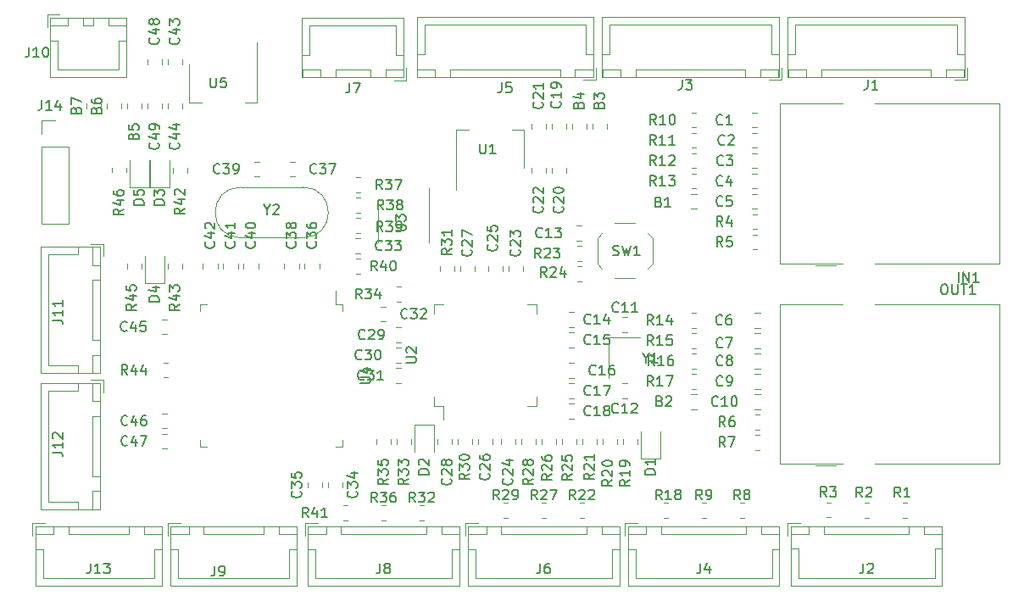
<source format=gbr>
%TF.GenerationSoftware,KiCad,Pcbnew,7.0.9*%
%TF.CreationDate,2024-01-09T22:49:01+01:00*%
%TF.ProjectId,Ax58100-stm32-ethercat,41783538-3130-4302-9d73-746d33322d65,rev?*%
%TF.SameCoordinates,Original*%
%TF.FileFunction,Legend,Top*%
%TF.FilePolarity,Positive*%
%FSLAX46Y46*%
G04 Gerber Fmt 4.6, Leading zero omitted, Abs format (unit mm)*
G04 Created by KiCad (PCBNEW 7.0.9) date 2024-01-09 22:49:01*
%MOMM*%
%LPD*%
G01*
G04 APERTURE LIST*
%ADD10C,0.150000*%
%ADD11C,0.120000*%
G04 APERTURE END LIST*
D10*
X142202819Y-95043523D02*
X142917104Y-95043523D01*
X142917104Y-95043523D02*
X143059961Y-95091142D01*
X143059961Y-95091142D02*
X143155200Y-95186380D01*
X143155200Y-95186380D02*
X143202819Y-95329237D01*
X143202819Y-95329237D02*
X143202819Y-95424475D01*
X143202819Y-94043523D02*
X143202819Y-94614951D01*
X143202819Y-94329237D02*
X142202819Y-94329237D01*
X142202819Y-94329237D02*
X142345676Y-94424475D01*
X142345676Y-94424475D02*
X142440914Y-94519713D01*
X142440914Y-94519713D02*
X142488533Y-94614951D01*
X143202819Y-93091142D02*
X143202819Y-93662570D01*
X143202819Y-93376856D02*
X142202819Y-93376856D01*
X142202819Y-93376856D02*
X142345676Y-93472094D01*
X142345676Y-93472094D02*
X142440914Y-93567332D01*
X142440914Y-93567332D02*
X142488533Y-93662570D01*
X177524819Y-99313904D02*
X178334342Y-99313904D01*
X178334342Y-99313904D02*
X178429580Y-99266285D01*
X178429580Y-99266285D02*
X178477200Y-99218666D01*
X178477200Y-99218666D02*
X178524819Y-99123428D01*
X178524819Y-99123428D02*
X178524819Y-98932952D01*
X178524819Y-98932952D02*
X178477200Y-98837714D01*
X178477200Y-98837714D02*
X178429580Y-98790095D01*
X178429580Y-98790095D02*
X178334342Y-98742476D01*
X178334342Y-98742476D02*
X177524819Y-98742476D01*
X177620057Y-98313904D02*
X177572438Y-98266285D01*
X177572438Y-98266285D02*
X177524819Y-98171047D01*
X177524819Y-98171047D02*
X177524819Y-97932952D01*
X177524819Y-97932952D02*
X177572438Y-97837714D01*
X177572438Y-97837714D02*
X177620057Y-97790095D01*
X177620057Y-97790095D02*
X177715295Y-97742476D01*
X177715295Y-97742476D02*
X177810533Y-97742476D01*
X177810533Y-97742476D02*
X177953390Y-97790095D01*
X177953390Y-97790095D02*
X178524819Y-98361523D01*
X178524819Y-98361523D02*
X178524819Y-97742476D01*
X144555009Y-74064761D02*
X144602628Y-73921904D01*
X144602628Y-73921904D02*
X144650247Y-73874285D01*
X144650247Y-73874285D02*
X144745485Y-73826666D01*
X144745485Y-73826666D02*
X144888342Y-73826666D01*
X144888342Y-73826666D02*
X144983580Y-73874285D01*
X144983580Y-73874285D02*
X145031200Y-73921904D01*
X145031200Y-73921904D02*
X145078819Y-74017142D01*
X145078819Y-74017142D02*
X145078819Y-74398094D01*
X145078819Y-74398094D02*
X144078819Y-74398094D01*
X144078819Y-74398094D02*
X144078819Y-74064761D01*
X144078819Y-74064761D02*
X144126438Y-73969523D01*
X144126438Y-73969523D02*
X144174057Y-73921904D01*
X144174057Y-73921904D02*
X144269295Y-73874285D01*
X144269295Y-73874285D02*
X144364533Y-73874285D01*
X144364533Y-73874285D02*
X144459771Y-73921904D01*
X144459771Y-73921904D02*
X144507390Y-73969523D01*
X144507390Y-73969523D02*
X144555009Y-74064761D01*
X144555009Y-74064761D02*
X144555009Y-74398094D01*
X144078819Y-73493332D02*
X144078819Y-72826666D01*
X144078819Y-72826666D02*
X145078819Y-73255237D01*
X203065142Y-112976819D02*
X202731809Y-112500628D01*
X202493714Y-112976819D02*
X202493714Y-111976819D01*
X202493714Y-111976819D02*
X202874666Y-111976819D01*
X202874666Y-111976819D02*
X202969904Y-112024438D01*
X202969904Y-112024438D02*
X203017523Y-112072057D01*
X203017523Y-112072057D02*
X203065142Y-112167295D01*
X203065142Y-112167295D02*
X203065142Y-112310152D01*
X203065142Y-112310152D02*
X203017523Y-112405390D01*
X203017523Y-112405390D02*
X202969904Y-112453009D01*
X202969904Y-112453009D02*
X202874666Y-112500628D01*
X202874666Y-112500628D02*
X202493714Y-112500628D01*
X204017523Y-112976819D02*
X203446095Y-112976819D01*
X203731809Y-112976819D02*
X203731809Y-111976819D01*
X203731809Y-111976819D02*
X203636571Y-112119676D01*
X203636571Y-112119676D02*
X203541333Y-112214914D01*
X203541333Y-112214914D02*
X203446095Y-112262533D01*
X204588952Y-112405390D02*
X204493714Y-112357771D01*
X204493714Y-112357771D02*
X204446095Y-112310152D01*
X204446095Y-112310152D02*
X204398476Y-112214914D01*
X204398476Y-112214914D02*
X204398476Y-112167295D01*
X204398476Y-112167295D02*
X204446095Y-112072057D01*
X204446095Y-112072057D02*
X204493714Y-112024438D01*
X204493714Y-112024438D02*
X204588952Y-111976819D01*
X204588952Y-111976819D02*
X204779428Y-111976819D01*
X204779428Y-111976819D02*
X204874666Y-112024438D01*
X204874666Y-112024438D02*
X204922285Y-112072057D01*
X204922285Y-112072057D02*
X204969904Y-112167295D01*
X204969904Y-112167295D02*
X204969904Y-112214914D01*
X204969904Y-112214914D02*
X204922285Y-112310152D01*
X204922285Y-112310152D02*
X204874666Y-112357771D01*
X204874666Y-112357771D02*
X204779428Y-112405390D01*
X204779428Y-112405390D02*
X204588952Y-112405390D01*
X204588952Y-112405390D02*
X204493714Y-112453009D01*
X204493714Y-112453009D02*
X204446095Y-112500628D01*
X204446095Y-112500628D02*
X204398476Y-112595866D01*
X204398476Y-112595866D02*
X204398476Y-112786342D01*
X204398476Y-112786342D02*
X204446095Y-112881580D01*
X204446095Y-112881580D02*
X204493714Y-112929200D01*
X204493714Y-112929200D02*
X204588952Y-112976819D01*
X204588952Y-112976819D02*
X204779428Y-112976819D01*
X204779428Y-112976819D02*
X204874666Y-112929200D01*
X204874666Y-112929200D02*
X204922285Y-112881580D01*
X204922285Y-112881580D02*
X204969904Y-112786342D01*
X204969904Y-112786342D02*
X204969904Y-112595866D01*
X204969904Y-112595866D02*
X204922285Y-112500628D01*
X204922285Y-112500628D02*
X204874666Y-112453009D01*
X204874666Y-112453009D02*
X204779428Y-112405390D01*
X172958819Y-101345904D02*
X173768342Y-101345904D01*
X173768342Y-101345904D02*
X173863580Y-101298285D01*
X173863580Y-101298285D02*
X173911200Y-101250666D01*
X173911200Y-101250666D02*
X173958819Y-101155428D01*
X173958819Y-101155428D02*
X173958819Y-100964952D01*
X173958819Y-100964952D02*
X173911200Y-100869714D01*
X173911200Y-100869714D02*
X173863580Y-100822095D01*
X173863580Y-100822095D02*
X173768342Y-100774476D01*
X173768342Y-100774476D02*
X172958819Y-100774476D01*
X173292152Y-99869714D02*
X173958819Y-99869714D01*
X172911200Y-100107809D02*
X173625485Y-100345904D01*
X173625485Y-100345904D02*
X173625485Y-99726857D01*
X176492819Y-86105904D02*
X177302342Y-86105904D01*
X177302342Y-86105904D02*
X177397580Y-86058285D01*
X177397580Y-86058285D02*
X177445200Y-86010666D01*
X177445200Y-86010666D02*
X177492819Y-85915428D01*
X177492819Y-85915428D02*
X177492819Y-85724952D01*
X177492819Y-85724952D02*
X177445200Y-85629714D01*
X177445200Y-85629714D02*
X177397580Y-85582095D01*
X177397580Y-85582095D02*
X177302342Y-85534476D01*
X177302342Y-85534476D02*
X176492819Y-85534476D01*
X176492819Y-85153523D02*
X176492819Y-84534476D01*
X176492819Y-84534476D02*
X176873771Y-84867809D01*
X176873771Y-84867809D02*
X176873771Y-84724952D01*
X176873771Y-84724952D02*
X176921390Y-84629714D01*
X176921390Y-84629714D02*
X176969009Y-84582095D01*
X176969009Y-84582095D02*
X177064247Y-84534476D01*
X177064247Y-84534476D02*
X177302342Y-84534476D01*
X177302342Y-84534476D02*
X177397580Y-84582095D01*
X177397580Y-84582095D02*
X177445200Y-84629714D01*
X177445200Y-84629714D02*
X177492819Y-84724952D01*
X177492819Y-84724952D02*
X177492819Y-85010666D01*
X177492819Y-85010666D02*
X177445200Y-85105904D01*
X177445200Y-85105904D02*
X177397580Y-85153523D01*
X183842819Y-110370857D02*
X183366628Y-110704190D01*
X183842819Y-110942285D02*
X182842819Y-110942285D01*
X182842819Y-110942285D02*
X182842819Y-110561333D01*
X182842819Y-110561333D02*
X182890438Y-110466095D01*
X182890438Y-110466095D02*
X182938057Y-110418476D01*
X182938057Y-110418476D02*
X183033295Y-110370857D01*
X183033295Y-110370857D02*
X183176152Y-110370857D01*
X183176152Y-110370857D02*
X183271390Y-110418476D01*
X183271390Y-110418476D02*
X183319009Y-110466095D01*
X183319009Y-110466095D02*
X183366628Y-110561333D01*
X183366628Y-110561333D02*
X183366628Y-110942285D01*
X182842819Y-110037523D02*
X182842819Y-109418476D01*
X182842819Y-109418476D02*
X183223771Y-109751809D01*
X183223771Y-109751809D02*
X183223771Y-109608952D01*
X183223771Y-109608952D02*
X183271390Y-109513714D01*
X183271390Y-109513714D02*
X183319009Y-109466095D01*
X183319009Y-109466095D02*
X183414247Y-109418476D01*
X183414247Y-109418476D02*
X183652342Y-109418476D01*
X183652342Y-109418476D02*
X183747580Y-109466095D01*
X183747580Y-109466095D02*
X183795200Y-109513714D01*
X183795200Y-109513714D02*
X183842819Y-109608952D01*
X183842819Y-109608952D02*
X183842819Y-109894666D01*
X183842819Y-109894666D02*
X183795200Y-109989904D01*
X183795200Y-109989904D02*
X183747580Y-110037523D01*
X182842819Y-108799428D02*
X182842819Y-108704190D01*
X182842819Y-108704190D02*
X182890438Y-108608952D01*
X182890438Y-108608952D02*
X182938057Y-108561333D01*
X182938057Y-108561333D02*
X183033295Y-108513714D01*
X183033295Y-108513714D02*
X183223771Y-108466095D01*
X183223771Y-108466095D02*
X183461866Y-108466095D01*
X183461866Y-108466095D02*
X183652342Y-108513714D01*
X183652342Y-108513714D02*
X183747580Y-108561333D01*
X183747580Y-108561333D02*
X183795200Y-108608952D01*
X183795200Y-108608952D02*
X183842819Y-108704190D01*
X183842819Y-108704190D02*
X183842819Y-108799428D01*
X183842819Y-108799428D02*
X183795200Y-108894666D01*
X183795200Y-108894666D02*
X183747580Y-108942285D01*
X183747580Y-108942285D02*
X183652342Y-108989904D01*
X183652342Y-108989904D02*
X183461866Y-109037523D01*
X183461866Y-109037523D02*
X183223771Y-109037523D01*
X183223771Y-109037523D02*
X183033295Y-108989904D01*
X183033295Y-108989904D02*
X182938057Y-108942285D01*
X182938057Y-108942285D02*
X182890438Y-108894666D01*
X182890438Y-108894666D02*
X182842819Y-108799428D01*
X209205533Y-79505980D02*
X209157914Y-79553600D01*
X209157914Y-79553600D02*
X209015057Y-79601219D01*
X209015057Y-79601219D02*
X208919819Y-79601219D01*
X208919819Y-79601219D02*
X208776962Y-79553600D01*
X208776962Y-79553600D02*
X208681724Y-79458361D01*
X208681724Y-79458361D02*
X208634105Y-79363123D01*
X208634105Y-79363123D02*
X208586486Y-79172647D01*
X208586486Y-79172647D02*
X208586486Y-79029790D01*
X208586486Y-79029790D02*
X208634105Y-78839314D01*
X208634105Y-78839314D02*
X208681724Y-78744076D01*
X208681724Y-78744076D02*
X208776962Y-78648838D01*
X208776962Y-78648838D02*
X208919819Y-78601219D01*
X208919819Y-78601219D02*
X209015057Y-78601219D01*
X209015057Y-78601219D02*
X209157914Y-78648838D01*
X209157914Y-78648838D02*
X209205533Y-78696457D01*
X209538867Y-78601219D02*
X210157914Y-78601219D01*
X210157914Y-78601219D02*
X209824581Y-78982171D01*
X209824581Y-78982171D02*
X209967438Y-78982171D01*
X209967438Y-78982171D02*
X210062676Y-79029790D01*
X210062676Y-79029790D02*
X210110295Y-79077409D01*
X210110295Y-79077409D02*
X210157914Y-79172647D01*
X210157914Y-79172647D02*
X210157914Y-79410742D01*
X210157914Y-79410742D02*
X210110295Y-79505980D01*
X210110295Y-79505980D02*
X210062676Y-79553600D01*
X210062676Y-79553600D02*
X209967438Y-79601219D01*
X209967438Y-79601219D02*
X209681724Y-79601219D01*
X209681724Y-79601219D02*
X209586486Y-79553600D01*
X209586486Y-79553600D02*
X209538867Y-79505980D01*
X223634666Y-71026019D02*
X223634666Y-71740304D01*
X223634666Y-71740304D02*
X223587047Y-71883161D01*
X223587047Y-71883161D02*
X223491809Y-71978400D01*
X223491809Y-71978400D02*
X223348952Y-72026019D01*
X223348952Y-72026019D02*
X223253714Y-72026019D01*
X224634666Y-72026019D02*
X224063238Y-72026019D01*
X224348952Y-72026019D02*
X224348952Y-71026019D01*
X224348952Y-71026019D02*
X224253714Y-71168876D01*
X224253714Y-71168876D02*
X224158476Y-71264114D01*
X224158476Y-71264114D02*
X224063238Y-71311733D01*
X205092666Y-71026019D02*
X205092666Y-71740304D01*
X205092666Y-71740304D02*
X205045047Y-71883161D01*
X205045047Y-71883161D02*
X204949809Y-71978400D01*
X204949809Y-71978400D02*
X204806952Y-72026019D01*
X204806952Y-72026019D02*
X204711714Y-72026019D01*
X205473619Y-71026019D02*
X206092666Y-71026019D01*
X206092666Y-71026019D02*
X205759333Y-71406971D01*
X205759333Y-71406971D02*
X205902190Y-71406971D01*
X205902190Y-71406971D02*
X205997428Y-71454590D01*
X205997428Y-71454590D02*
X206045047Y-71502209D01*
X206045047Y-71502209D02*
X206092666Y-71597447D01*
X206092666Y-71597447D02*
X206092666Y-71835542D01*
X206092666Y-71835542D02*
X206045047Y-71930780D01*
X206045047Y-71930780D02*
X205997428Y-71978400D01*
X205997428Y-71978400D02*
X205902190Y-72026019D01*
X205902190Y-72026019D02*
X205616476Y-72026019D01*
X205616476Y-72026019D02*
X205521238Y-71978400D01*
X205521238Y-71978400D02*
X205473619Y-71930780D01*
X141136476Y-73080819D02*
X141136476Y-73795104D01*
X141136476Y-73795104D02*
X141088857Y-73937961D01*
X141088857Y-73937961D02*
X140993619Y-74033200D01*
X140993619Y-74033200D02*
X140850762Y-74080819D01*
X140850762Y-74080819D02*
X140755524Y-74080819D01*
X142136476Y-74080819D02*
X141565048Y-74080819D01*
X141850762Y-74080819D02*
X141850762Y-73080819D01*
X141850762Y-73080819D02*
X141755524Y-73223676D01*
X141755524Y-73223676D02*
X141660286Y-73318914D01*
X141660286Y-73318914D02*
X141565048Y-73366533D01*
X142993619Y-73414152D02*
X142993619Y-74080819D01*
X142755524Y-73033200D02*
X142517429Y-73747485D01*
X142517429Y-73747485D02*
X143136476Y-73747485D01*
X186809142Y-112976819D02*
X186475809Y-112500628D01*
X186237714Y-112976819D02*
X186237714Y-111976819D01*
X186237714Y-111976819D02*
X186618666Y-111976819D01*
X186618666Y-111976819D02*
X186713904Y-112024438D01*
X186713904Y-112024438D02*
X186761523Y-112072057D01*
X186761523Y-112072057D02*
X186809142Y-112167295D01*
X186809142Y-112167295D02*
X186809142Y-112310152D01*
X186809142Y-112310152D02*
X186761523Y-112405390D01*
X186761523Y-112405390D02*
X186713904Y-112453009D01*
X186713904Y-112453009D02*
X186618666Y-112500628D01*
X186618666Y-112500628D02*
X186237714Y-112500628D01*
X187190095Y-112072057D02*
X187237714Y-112024438D01*
X187237714Y-112024438D02*
X187332952Y-111976819D01*
X187332952Y-111976819D02*
X187571047Y-111976819D01*
X187571047Y-111976819D02*
X187666285Y-112024438D01*
X187666285Y-112024438D02*
X187713904Y-112072057D01*
X187713904Y-112072057D02*
X187761523Y-112167295D01*
X187761523Y-112167295D02*
X187761523Y-112262533D01*
X187761523Y-112262533D02*
X187713904Y-112405390D01*
X187713904Y-112405390D02*
X187142476Y-112976819D01*
X187142476Y-112976819D02*
X187761523Y-112976819D01*
X188237714Y-112976819D02*
X188428190Y-112976819D01*
X188428190Y-112976819D02*
X188523428Y-112929200D01*
X188523428Y-112929200D02*
X188571047Y-112881580D01*
X188571047Y-112881580D02*
X188666285Y-112738723D01*
X188666285Y-112738723D02*
X188713904Y-112548247D01*
X188713904Y-112548247D02*
X188713904Y-112167295D01*
X188713904Y-112167295D02*
X188666285Y-112072057D01*
X188666285Y-112072057D02*
X188618666Y-112024438D01*
X188618666Y-112024438D02*
X188523428Y-111976819D01*
X188523428Y-111976819D02*
X188332952Y-111976819D01*
X188332952Y-111976819D02*
X188237714Y-112024438D01*
X188237714Y-112024438D02*
X188190095Y-112072057D01*
X188190095Y-112072057D02*
X188142476Y-112167295D01*
X188142476Y-112167295D02*
X188142476Y-112405390D01*
X188142476Y-112405390D02*
X188190095Y-112500628D01*
X188190095Y-112500628D02*
X188237714Y-112548247D01*
X188237714Y-112548247D02*
X188332952Y-112595866D01*
X188332952Y-112595866D02*
X188523428Y-112595866D01*
X188523428Y-112595866D02*
X188618666Y-112548247D01*
X188618666Y-112548247D02*
X188666285Y-112500628D01*
X188666285Y-112500628D02*
X188713904Y-112405390D01*
X149705142Y-100504819D02*
X149371809Y-100028628D01*
X149133714Y-100504819D02*
X149133714Y-99504819D01*
X149133714Y-99504819D02*
X149514666Y-99504819D01*
X149514666Y-99504819D02*
X149609904Y-99552438D01*
X149609904Y-99552438D02*
X149657523Y-99600057D01*
X149657523Y-99600057D02*
X149705142Y-99695295D01*
X149705142Y-99695295D02*
X149705142Y-99838152D01*
X149705142Y-99838152D02*
X149657523Y-99933390D01*
X149657523Y-99933390D02*
X149609904Y-99981009D01*
X149609904Y-99981009D02*
X149514666Y-100028628D01*
X149514666Y-100028628D02*
X149133714Y-100028628D01*
X150562285Y-99838152D02*
X150562285Y-100504819D01*
X150324190Y-99457200D02*
X150086095Y-100171485D01*
X150086095Y-100171485D02*
X150705142Y-100171485D01*
X151514666Y-99838152D02*
X151514666Y-100504819D01*
X151276571Y-99457200D02*
X151038476Y-100171485D01*
X151038476Y-100171485D02*
X151657523Y-100171485D01*
X168487580Y-87230857D02*
X168535200Y-87278476D01*
X168535200Y-87278476D02*
X168582819Y-87421333D01*
X168582819Y-87421333D02*
X168582819Y-87516571D01*
X168582819Y-87516571D02*
X168535200Y-87659428D01*
X168535200Y-87659428D02*
X168439961Y-87754666D01*
X168439961Y-87754666D02*
X168344723Y-87802285D01*
X168344723Y-87802285D02*
X168154247Y-87849904D01*
X168154247Y-87849904D02*
X168011390Y-87849904D01*
X168011390Y-87849904D02*
X167820914Y-87802285D01*
X167820914Y-87802285D02*
X167725676Y-87754666D01*
X167725676Y-87754666D02*
X167630438Y-87659428D01*
X167630438Y-87659428D02*
X167582819Y-87516571D01*
X167582819Y-87516571D02*
X167582819Y-87421333D01*
X167582819Y-87421333D02*
X167630438Y-87278476D01*
X167630438Y-87278476D02*
X167678057Y-87230857D01*
X167582819Y-86897523D02*
X167582819Y-86278476D01*
X167582819Y-86278476D02*
X167963771Y-86611809D01*
X167963771Y-86611809D02*
X167963771Y-86468952D01*
X167963771Y-86468952D02*
X168011390Y-86373714D01*
X168011390Y-86373714D02*
X168059009Y-86326095D01*
X168059009Y-86326095D02*
X168154247Y-86278476D01*
X168154247Y-86278476D02*
X168392342Y-86278476D01*
X168392342Y-86278476D02*
X168487580Y-86326095D01*
X168487580Y-86326095D02*
X168535200Y-86373714D01*
X168535200Y-86373714D02*
X168582819Y-86468952D01*
X168582819Y-86468952D02*
X168582819Y-86754666D01*
X168582819Y-86754666D02*
X168535200Y-86849904D01*
X168535200Y-86849904D02*
X168487580Y-86897523D01*
X167582819Y-85421333D02*
X167582819Y-85611809D01*
X167582819Y-85611809D02*
X167630438Y-85707047D01*
X167630438Y-85707047D02*
X167678057Y-85754666D01*
X167678057Y-85754666D02*
X167820914Y-85849904D01*
X167820914Y-85849904D02*
X168011390Y-85897523D01*
X168011390Y-85897523D02*
X168392342Y-85897523D01*
X168392342Y-85897523D02*
X168487580Y-85849904D01*
X168487580Y-85849904D02*
X168535200Y-85802285D01*
X168535200Y-85802285D02*
X168582819Y-85707047D01*
X168582819Y-85707047D02*
X168582819Y-85516571D01*
X168582819Y-85516571D02*
X168535200Y-85421333D01*
X168535200Y-85421333D02*
X168487580Y-85373714D01*
X168487580Y-85373714D02*
X168392342Y-85326095D01*
X168392342Y-85326095D02*
X168154247Y-85326095D01*
X168154247Y-85326095D02*
X168059009Y-85373714D01*
X168059009Y-85373714D02*
X168011390Y-85421333D01*
X168011390Y-85421333D02*
X167963771Y-85516571D01*
X167963771Y-85516571D02*
X167963771Y-85707047D01*
X167963771Y-85707047D02*
X168011390Y-85802285D01*
X168011390Y-85802285D02*
X168059009Y-85849904D01*
X168059009Y-85849904D02*
X168154247Y-85897523D01*
X163643809Y-84026628D02*
X163643809Y-84502819D01*
X163310476Y-83502819D02*
X163643809Y-84026628D01*
X163643809Y-84026628D02*
X163977142Y-83502819D01*
X164262857Y-83598057D02*
X164310476Y-83550438D01*
X164310476Y-83550438D02*
X164405714Y-83502819D01*
X164405714Y-83502819D02*
X164643809Y-83502819D01*
X164643809Y-83502819D02*
X164739047Y-83550438D01*
X164739047Y-83550438D02*
X164786666Y-83598057D01*
X164786666Y-83598057D02*
X164834285Y-83693295D01*
X164834285Y-83693295D02*
X164834285Y-83788533D01*
X164834285Y-83788533D02*
X164786666Y-83931390D01*
X164786666Y-83931390D02*
X164215238Y-84502819D01*
X164215238Y-84502819D02*
X164834285Y-84502819D01*
X175125142Y-81988819D02*
X174791809Y-81512628D01*
X174553714Y-81988819D02*
X174553714Y-80988819D01*
X174553714Y-80988819D02*
X174934666Y-80988819D01*
X174934666Y-80988819D02*
X175029904Y-81036438D01*
X175029904Y-81036438D02*
X175077523Y-81084057D01*
X175077523Y-81084057D02*
X175125142Y-81179295D01*
X175125142Y-81179295D02*
X175125142Y-81322152D01*
X175125142Y-81322152D02*
X175077523Y-81417390D01*
X175077523Y-81417390D02*
X175029904Y-81465009D01*
X175029904Y-81465009D02*
X174934666Y-81512628D01*
X174934666Y-81512628D02*
X174553714Y-81512628D01*
X175458476Y-80988819D02*
X176077523Y-80988819D01*
X176077523Y-80988819D02*
X175744190Y-81369771D01*
X175744190Y-81369771D02*
X175887047Y-81369771D01*
X175887047Y-81369771D02*
X175982285Y-81417390D01*
X175982285Y-81417390D02*
X176029904Y-81465009D01*
X176029904Y-81465009D02*
X176077523Y-81560247D01*
X176077523Y-81560247D02*
X176077523Y-81798342D01*
X176077523Y-81798342D02*
X176029904Y-81893580D01*
X176029904Y-81893580D02*
X175982285Y-81941200D01*
X175982285Y-81941200D02*
X175887047Y-81988819D01*
X175887047Y-81988819D02*
X175601333Y-81988819D01*
X175601333Y-81988819D02*
X175506095Y-81941200D01*
X175506095Y-81941200D02*
X175458476Y-81893580D01*
X176410857Y-80988819D02*
X177077523Y-80988819D01*
X177077523Y-80988819D02*
X176648952Y-81988819D01*
X202384819Y-110466094D02*
X201384819Y-110466094D01*
X201384819Y-110466094D02*
X201384819Y-110227999D01*
X201384819Y-110227999D02*
X201432438Y-110085142D01*
X201432438Y-110085142D02*
X201527676Y-109989904D01*
X201527676Y-109989904D02*
X201622914Y-109942285D01*
X201622914Y-109942285D02*
X201813390Y-109894666D01*
X201813390Y-109894666D02*
X201956247Y-109894666D01*
X201956247Y-109894666D02*
X202146723Y-109942285D01*
X202146723Y-109942285D02*
X202241961Y-109989904D01*
X202241961Y-109989904D02*
X202337200Y-110085142D01*
X202337200Y-110085142D02*
X202384819Y-110227999D01*
X202384819Y-110227999D02*
X202384819Y-110466094D01*
X202384819Y-108942285D02*
X202384819Y-109513713D01*
X202384819Y-109227999D02*
X201384819Y-109227999D01*
X201384819Y-109227999D02*
X201527676Y-109323237D01*
X201527676Y-109323237D02*
X201622914Y-109418475D01*
X201622914Y-109418475D02*
X201670533Y-109513713D01*
X209327533Y-77473980D02*
X209279914Y-77521600D01*
X209279914Y-77521600D02*
X209137057Y-77569219D01*
X209137057Y-77569219D02*
X209041819Y-77569219D01*
X209041819Y-77569219D02*
X208898962Y-77521600D01*
X208898962Y-77521600D02*
X208803724Y-77426361D01*
X208803724Y-77426361D02*
X208756105Y-77331123D01*
X208756105Y-77331123D02*
X208708486Y-77140647D01*
X208708486Y-77140647D02*
X208708486Y-76997790D01*
X208708486Y-76997790D02*
X208756105Y-76807314D01*
X208756105Y-76807314D02*
X208803724Y-76712076D01*
X208803724Y-76712076D02*
X208898962Y-76616838D01*
X208898962Y-76616838D02*
X209041819Y-76569219D01*
X209041819Y-76569219D02*
X209137057Y-76569219D01*
X209137057Y-76569219D02*
X209279914Y-76616838D01*
X209279914Y-76616838D02*
X209327533Y-76664457D01*
X209708486Y-76664457D02*
X209756105Y-76616838D01*
X209756105Y-76616838D02*
X209851343Y-76569219D01*
X209851343Y-76569219D02*
X210089438Y-76569219D01*
X210089438Y-76569219D02*
X210184676Y-76616838D01*
X210184676Y-76616838D02*
X210232295Y-76664457D01*
X210232295Y-76664457D02*
X210279914Y-76759695D01*
X210279914Y-76759695D02*
X210279914Y-76854933D01*
X210279914Y-76854933D02*
X210232295Y-76997790D01*
X210232295Y-76997790D02*
X209660867Y-77569219D01*
X209660867Y-77569219D02*
X210279914Y-77569219D01*
X172571580Y-112148857D02*
X172619200Y-112196476D01*
X172619200Y-112196476D02*
X172666819Y-112339333D01*
X172666819Y-112339333D02*
X172666819Y-112434571D01*
X172666819Y-112434571D02*
X172619200Y-112577428D01*
X172619200Y-112577428D02*
X172523961Y-112672666D01*
X172523961Y-112672666D02*
X172428723Y-112720285D01*
X172428723Y-112720285D02*
X172238247Y-112767904D01*
X172238247Y-112767904D02*
X172095390Y-112767904D01*
X172095390Y-112767904D02*
X171904914Y-112720285D01*
X171904914Y-112720285D02*
X171809676Y-112672666D01*
X171809676Y-112672666D02*
X171714438Y-112577428D01*
X171714438Y-112577428D02*
X171666819Y-112434571D01*
X171666819Y-112434571D02*
X171666819Y-112339333D01*
X171666819Y-112339333D02*
X171714438Y-112196476D01*
X171714438Y-112196476D02*
X171762057Y-112148857D01*
X171666819Y-111815523D02*
X171666819Y-111196476D01*
X171666819Y-111196476D02*
X172047771Y-111529809D01*
X172047771Y-111529809D02*
X172047771Y-111386952D01*
X172047771Y-111386952D02*
X172095390Y-111291714D01*
X172095390Y-111291714D02*
X172143009Y-111244095D01*
X172143009Y-111244095D02*
X172238247Y-111196476D01*
X172238247Y-111196476D02*
X172476342Y-111196476D01*
X172476342Y-111196476D02*
X172571580Y-111244095D01*
X172571580Y-111244095D02*
X172619200Y-111291714D01*
X172619200Y-111291714D02*
X172666819Y-111386952D01*
X172666819Y-111386952D02*
X172666819Y-111672666D01*
X172666819Y-111672666D02*
X172619200Y-111767904D01*
X172619200Y-111767904D02*
X172571580Y-111815523D01*
X172000152Y-110339333D02*
X172666819Y-110339333D01*
X171619200Y-110577428D02*
X172333485Y-110815523D01*
X172333485Y-110815523D02*
X172333485Y-110196476D01*
X209403333Y-105687019D02*
X209070000Y-105210828D01*
X208831905Y-105687019D02*
X208831905Y-104687019D01*
X208831905Y-104687019D02*
X209212857Y-104687019D01*
X209212857Y-104687019D02*
X209308095Y-104734638D01*
X209308095Y-104734638D02*
X209355714Y-104782257D01*
X209355714Y-104782257D02*
X209403333Y-104877495D01*
X209403333Y-104877495D02*
X209403333Y-105020352D01*
X209403333Y-105020352D02*
X209355714Y-105115590D01*
X209355714Y-105115590D02*
X209308095Y-105163209D01*
X209308095Y-105163209D02*
X209212857Y-105210828D01*
X209212857Y-105210828D02*
X208831905Y-105210828D01*
X210260476Y-104687019D02*
X210070000Y-104687019D01*
X210070000Y-104687019D02*
X209974762Y-104734638D01*
X209974762Y-104734638D02*
X209927143Y-104782257D01*
X209927143Y-104782257D02*
X209831905Y-104925114D01*
X209831905Y-104925114D02*
X209784286Y-105115590D01*
X209784286Y-105115590D02*
X209784286Y-105496542D01*
X209784286Y-105496542D02*
X209831905Y-105591780D01*
X209831905Y-105591780D02*
X209879524Y-105639400D01*
X209879524Y-105639400D02*
X209974762Y-105687019D01*
X209974762Y-105687019D02*
X210165238Y-105687019D01*
X210165238Y-105687019D02*
X210260476Y-105639400D01*
X210260476Y-105639400D02*
X210308095Y-105591780D01*
X210308095Y-105591780D02*
X210355714Y-105496542D01*
X210355714Y-105496542D02*
X210355714Y-105258447D01*
X210355714Y-105258447D02*
X210308095Y-105163209D01*
X210308095Y-105163209D02*
X210260476Y-105115590D01*
X210260476Y-105115590D02*
X210165238Y-105067971D01*
X210165238Y-105067971D02*
X209974762Y-105067971D01*
X209974762Y-105067971D02*
X209879524Y-105115590D01*
X209879524Y-105115590D02*
X209831905Y-105163209D01*
X209831905Y-105163209D02*
X209784286Y-105258447D01*
X190928666Y-119342819D02*
X190928666Y-120057104D01*
X190928666Y-120057104D02*
X190881047Y-120199961D01*
X190881047Y-120199961D02*
X190785809Y-120295200D01*
X190785809Y-120295200D02*
X190642952Y-120342819D01*
X190642952Y-120342819D02*
X190547714Y-120342819D01*
X191833428Y-119342819D02*
X191642952Y-119342819D01*
X191642952Y-119342819D02*
X191547714Y-119390438D01*
X191547714Y-119390438D02*
X191500095Y-119438057D01*
X191500095Y-119438057D02*
X191404857Y-119580914D01*
X191404857Y-119580914D02*
X191357238Y-119771390D01*
X191357238Y-119771390D02*
X191357238Y-120152342D01*
X191357238Y-120152342D02*
X191404857Y-120247580D01*
X191404857Y-120247580D02*
X191452476Y-120295200D01*
X191452476Y-120295200D02*
X191547714Y-120342819D01*
X191547714Y-120342819D02*
X191738190Y-120342819D01*
X191738190Y-120342819D02*
X191833428Y-120295200D01*
X191833428Y-120295200D02*
X191881047Y-120247580D01*
X191881047Y-120247580D02*
X191928666Y-120152342D01*
X191928666Y-120152342D02*
X191928666Y-119914247D01*
X191928666Y-119914247D02*
X191881047Y-119819009D01*
X191881047Y-119819009D02*
X191833428Y-119771390D01*
X191833428Y-119771390D02*
X191738190Y-119723771D01*
X191738190Y-119723771D02*
X191547714Y-119723771D01*
X191547714Y-119723771D02*
X191452476Y-119771390D01*
X191452476Y-119771390D02*
X191404857Y-119819009D01*
X191404857Y-119819009D02*
X191357238Y-119914247D01*
X192073819Y-110442857D02*
X191597628Y-110776190D01*
X192073819Y-111014285D02*
X191073819Y-111014285D01*
X191073819Y-111014285D02*
X191073819Y-110633333D01*
X191073819Y-110633333D02*
X191121438Y-110538095D01*
X191121438Y-110538095D02*
X191169057Y-110490476D01*
X191169057Y-110490476D02*
X191264295Y-110442857D01*
X191264295Y-110442857D02*
X191407152Y-110442857D01*
X191407152Y-110442857D02*
X191502390Y-110490476D01*
X191502390Y-110490476D02*
X191550009Y-110538095D01*
X191550009Y-110538095D02*
X191597628Y-110633333D01*
X191597628Y-110633333D02*
X191597628Y-111014285D01*
X191169057Y-110061904D02*
X191121438Y-110014285D01*
X191121438Y-110014285D02*
X191073819Y-109919047D01*
X191073819Y-109919047D02*
X191073819Y-109680952D01*
X191073819Y-109680952D02*
X191121438Y-109585714D01*
X191121438Y-109585714D02*
X191169057Y-109538095D01*
X191169057Y-109538095D02*
X191264295Y-109490476D01*
X191264295Y-109490476D02*
X191359533Y-109490476D01*
X191359533Y-109490476D02*
X191502390Y-109538095D01*
X191502390Y-109538095D02*
X192073819Y-110109523D01*
X192073819Y-110109523D02*
X192073819Y-109490476D01*
X191073819Y-108633333D02*
X191073819Y-108823809D01*
X191073819Y-108823809D02*
X191121438Y-108919047D01*
X191121438Y-108919047D02*
X191169057Y-108966666D01*
X191169057Y-108966666D02*
X191311914Y-109061904D01*
X191311914Y-109061904D02*
X191502390Y-109109523D01*
X191502390Y-109109523D02*
X191883342Y-109109523D01*
X191883342Y-109109523D02*
X191978580Y-109061904D01*
X191978580Y-109061904D02*
X192026200Y-109014285D01*
X192026200Y-109014285D02*
X192073819Y-108919047D01*
X192073819Y-108919047D02*
X192073819Y-108728571D01*
X192073819Y-108728571D02*
X192026200Y-108633333D01*
X192026200Y-108633333D02*
X191978580Y-108585714D01*
X191978580Y-108585714D02*
X191883342Y-108538095D01*
X191883342Y-108538095D02*
X191645247Y-108538095D01*
X191645247Y-108538095D02*
X191550009Y-108585714D01*
X191550009Y-108585714D02*
X191502390Y-108633333D01*
X191502390Y-108633333D02*
X191454771Y-108728571D01*
X191454771Y-108728571D02*
X191454771Y-108919047D01*
X191454771Y-108919047D02*
X191502390Y-109014285D01*
X191502390Y-109014285D02*
X191550009Y-109061904D01*
X191550009Y-109061904D02*
X191645247Y-109109523D01*
X177645142Y-94821580D02*
X177597523Y-94869200D01*
X177597523Y-94869200D02*
X177454666Y-94916819D01*
X177454666Y-94916819D02*
X177359428Y-94916819D01*
X177359428Y-94916819D02*
X177216571Y-94869200D01*
X177216571Y-94869200D02*
X177121333Y-94773961D01*
X177121333Y-94773961D02*
X177073714Y-94678723D01*
X177073714Y-94678723D02*
X177026095Y-94488247D01*
X177026095Y-94488247D02*
X177026095Y-94345390D01*
X177026095Y-94345390D02*
X177073714Y-94154914D01*
X177073714Y-94154914D02*
X177121333Y-94059676D01*
X177121333Y-94059676D02*
X177216571Y-93964438D01*
X177216571Y-93964438D02*
X177359428Y-93916819D01*
X177359428Y-93916819D02*
X177454666Y-93916819D01*
X177454666Y-93916819D02*
X177597523Y-93964438D01*
X177597523Y-93964438D02*
X177645142Y-94012057D01*
X177978476Y-93916819D02*
X178597523Y-93916819D01*
X178597523Y-93916819D02*
X178264190Y-94297771D01*
X178264190Y-94297771D02*
X178407047Y-94297771D01*
X178407047Y-94297771D02*
X178502285Y-94345390D01*
X178502285Y-94345390D02*
X178549904Y-94393009D01*
X178549904Y-94393009D02*
X178597523Y-94488247D01*
X178597523Y-94488247D02*
X178597523Y-94726342D01*
X178597523Y-94726342D02*
X178549904Y-94821580D01*
X178549904Y-94821580D02*
X178502285Y-94869200D01*
X178502285Y-94869200D02*
X178407047Y-94916819D01*
X178407047Y-94916819D02*
X178121333Y-94916819D01*
X178121333Y-94916819D02*
X178026095Y-94869200D01*
X178026095Y-94869200D02*
X177978476Y-94821580D01*
X178978476Y-94012057D02*
X179026095Y-93964438D01*
X179026095Y-93964438D02*
X179121333Y-93916819D01*
X179121333Y-93916819D02*
X179359428Y-93916819D01*
X179359428Y-93916819D02*
X179454666Y-93964438D01*
X179454666Y-93964438D02*
X179502285Y-94012057D01*
X179502285Y-94012057D02*
X179549904Y-94107295D01*
X179549904Y-94107295D02*
X179549904Y-94202533D01*
X179549904Y-94202533D02*
X179502285Y-94345390D01*
X179502285Y-94345390D02*
X178930857Y-94916819D01*
X178930857Y-94916819D02*
X179549904Y-94916819D01*
X209149333Y-99495780D02*
X209101714Y-99543400D01*
X209101714Y-99543400D02*
X208958857Y-99591019D01*
X208958857Y-99591019D02*
X208863619Y-99591019D01*
X208863619Y-99591019D02*
X208720762Y-99543400D01*
X208720762Y-99543400D02*
X208625524Y-99448161D01*
X208625524Y-99448161D02*
X208577905Y-99352923D01*
X208577905Y-99352923D02*
X208530286Y-99162447D01*
X208530286Y-99162447D02*
X208530286Y-99019590D01*
X208530286Y-99019590D02*
X208577905Y-98829114D01*
X208577905Y-98829114D02*
X208625524Y-98733876D01*
X208625524Y-98733876D02*
X208720762Y-98638638D01*
X208720762Y-98638638D02*
X208863619Y-98591019D01*
X208863619Y-98591019D02*
X208958857Y-98591019D01*
X208958857Y-98591019D02*
X209101714Y-98638638D01*
X209101714Y-98638638D02*
X209149333Y-98686257D01*
X209720762Y-99019590D02*
X209625524Y-98971971D01*
X209625524Y-98971971D02*
X209577905Y-98924352D01*
X209577905Y-98924352D02*
X209530286Y-98829114D01*
X209530286Y-98829114D02*
X209530286Y-98781495D01*
X209530286Y-98781495D02*
X209577905Y-98686257D01*
X209577905Y-98686257D02*
X209625524Y-98638638D01*
X209625524Y-98638638D02*
X209720762Y-98591019D01*
X209720762Y-98591019D02*
X209911238Y-98591019D01*
X209911238Y-98591019D02*
X210006476Y-98638638D01*
X210006476Y-98638638D02*
X210054095Y-98686257D01*
X210054095Y-98686257D02*
X210101714Y-98781495D01*
X210101714Y-98781495D02*
X210101714Y-98829114D01*
X210101714Y-98829114D02*
X210054095Y-98924352D01*
X210054095Y-98924352D02*
X210006476Y-98971971D01*
X210006476Y-98971971D02*
X209911238Y-99019590D01*
X209911238Y-99019590D02*
X209720762Y-99019590D01*
X209720762Y-99019590D02*
X209625524Y-99067209D01*
X209625524Y-99067209D02*
X209577905Y-99114828D01*
X209577905Y-99114828D02*
X209530286Y-99210066D01*
X209530286Y-99210066D02*
X209530286Y-99400542D01*
X209530286Y-99400542D02*
X209577905Y-99495780D01*
X209577905Y-99495780D02*
X209625524Y-99543400D01*
X209625524Y-99543400D02*
X209720762Y-99591019D01*
X209720762Y-99591019D02*
X209911238Y-99591019D01*
X209911238Y-99591019D02*
X210006476Y-99543400D01*
X210006476Y-99543400D02*
X210054095Y-99495780D01*
X210054095Y-99495780D02*
X210101714Y-99400542D01*
X210101714Y-99400542D02*
X210101714Y-99210066D01*
X210101714Y-99210066D02*
X210054095Y-99114828D01*
X210054095Y-99114828D02*
X210006476Y-99067209D01*
X210006476Y-99067209D02*
X209911238Y-99019590D01*
X152759580Y-66870857D02*
X152807200Y-66918476D01*
X152807200Y-66918476D02*
X152854819Y-67061333D01*
X152854819Y-67061333D02*
X152854819Y-67156571D01*
X152854819Y-67156571D02*
X152807200Y-67299428D01*
X152807200Y-67299428D02*
X152711961Y-67394666D01*
X152711961Y-67394666D02*
X152616723Y-67442285D01*
X152616723Y-67442285D02*
X152426247Y-67489904D01*
X152426247Y-67489904D02*
X152283390Y-67489904D01*
X152283390Y-67489904D02*
X152092914Y-67442285D01*
X152092914Y-67442285D02*
X151997676Y-67394666D01*
X151997676Y-67394666D02*
X151902438Y-67299428D01*
X151902438Y-67299428D02*
X151854819Y-67156571D01*
X151854819Y-67156571D02*
X151854819Y-67061333D01*
X151854819Y-67061333D02*
X151902438Y-66918476D01*
X151902438Y-66918476D02*
X151950057Y-66870857D01*
X152188152Y-66013714D02*
X152854819Y-66013714D01*
X151807200Y-66251809D02*
X152521485Y-66489904D01*
X152521485Y-66489904D02*
X152521485Y-65870857D01*
X152283390Y-65347047D02*
X152235771Y-65442285D01*
X152235771Y-65442285D02*
X152188152Y-65489904D01*
X152188152Y-65489904D02*
X152092914Y-65537523D01*
X152092914Y-65537523D02*
X152045295Y-65537523D01*
X152045295Y-65537523D02*
X151950057Y-65489904D01*
X151950057Y-65489904D02*
X151902438Y-65442285D01*
X151902438Y-65442285D02*
X151854819Y-65347047D01*
X151854819Y-65347047D02*
X151854819Y-65156571D01*
X151854819Y-65156571D02*
X151902438Y-65061333D01*
X151902438Y-65061333D02*
X151950057Y-65013714D01*
X151950057Y-65013714D02*
X152045295Y-64966095D01*
X152045295Y-64966095D02*
X152092914Y-64966095D01*
X152092914Y-64966095D02*
X152188152Y-65013714D01*
X152188152Y-65013714D02*
X152235771Y-65061333D01*
X152235771Y-65061333D02*
X152283390Y-65156571D01*
X152283390Y-65156571D02*
X152283390Y-65347047D01*
X152283390Y-65347047D02*
X152331009Y-65442285D01*
X152331009Y-65442285D02*
X152378628Y-65489904D01*
X152378628Y-65489904D02*
X152473866Y-65537523D01*
X152473866Y-65537523D02*
X152664342Y-65537523D01*
X152664342Y-65537523D02*
X152759580Y-65489904D01*
X152759580Y-65489904D02*
X152807200Y-65442285D01*
X152807200Y-65442285D02*
X152854819Y-65347047D01*
X152854819Y-65347047D02*
X152854819Y-65156571D01*
X152854819Y-65156571D02*
X152807200Y-65061333D01*
X152807200Y-65061333D02*
X152759580Y-65013714D01*
X152759580Y-65013714D02*
X152664342Y-64966095D01*
X152664342Y-64966095D02*
X152473866Y-64966095D01*
X152473866Y-64966095D02*
X152378628Y-65013714D01*
X152378628Y-65013714D02*
X152331009Y-65061333D01*
X152331009Y-65061333D02*
X152283390Y-65156571D01*
X198124819Y-110982357D02*
X197648628Y-111315690D01*
X198124819Y-111553785D02*
X197124819Y-111553785D01*
X197124819Y-111553785D02*
X197124819Y-111172833D01*
X197124819Y-111172833D02*
X197172438Y-111077595D01*
X197172438Y-111077595D02*
X197220057Y-111029976D01*
X197220057Y-111029976D02*
X197315295Y-110982357D01*
X197315295Y-110982357D02*
X197458152Y-110982357D01*
X197458152Y-110982357D02*
X197553390Y-111029976D01*
X197553390Y-111029976D02*
X197601009Y-111077595D01*
X197601009Y-111077595D02*
X197648628Y-111172833D01*
X197648628Y-111172833D02*
X197648628Y-111553785D01*
X197220057Y-110601404D02*
X197172438Y-110553785D01*
X197172438Y-110553785D02*
X197124819Y-110458547D01*
X197124819Y-110458547D02*
X197124819Y-110220452D01*
X197124819Y-110220452D02*
X197172438Y-110125214D01*
X197172438Y-110125214D02*
X197220057Y-110077595D01*
X197220057Y-110077595D02*
X197315295Y-110029976D01*
X197315295Y-110029976D02*
X197410533Y-110029976D01*
X197410533Y-110029976D02*
X197553390Y-110077595D01*
X197553390Y-110077595D02*
X198124819Y-110649023D01*
X198124819Y-110649023D02*
X198124819Y-110029976D01*
X197124819Y-109410928D02*
X197124819Y-109315690D01*
X197124819Y-109315690D02*
X197172438Y-109220452D01*
X197172438Y-109220452D02*
X197220057Y-109172833D01*
X197220057Y-109172833D02*
X197315295Y-109125214D01*
X197315295Y-109125214D02*
X197505771Y-109077595D01*
X197505771Y-109077595D02*
X197743866Y-109077595D01*
X197743866Y-109077595D02*
X197934342Y-109125214D01*
X197934342Y-109125214D02*
X198029580Y-109172833D01*
X198029580Y-109172833D02*
X198077200Y-109220452D01*
X198077200Y-109220452D02*
X198124819Y-109315690D01*
X198124819Y-109315690D02*
X198124819Y-109410928D01*
X198124819Y-109410928D02*
X198077200Y-109506166D01*
X198077200Y-109506166D02*
X198029580Y-109553785D01*
X198029580Y-109553785D02*
X197934342Y-109601404D01*
X197934342Y-109601404D02*
X197743866Y-109649023D01*
X197743866Y-109649023D02*
X197505771Y-109649023D01*
X197505771Y-109649023D02*
X197315295Y-109601404D01*
X197315295Y-109601404D02*
X197220057Y-109553785D01*
X197220057Y-109553785D02*
X197172438Y-109506166D01*
X197172438Y-109506166D02*
X197124819Y-109410928D01*
X149705142Y-107521580D02*
X149657523Y-107569200D01*
X149657523Y-107569200D02*
X149514666Y-107616819D01*
X149514666Y-107616819D02*
X149419428Y-107616819D01*
X149419428Y-107616819D02*
X149276571Y-107569200D01*
X149276571Y-107569200D02*
X149181333Y-107473961D01*
X149181333Y-107473961D02*
X149133714Y-107378723D01*
X149133714Y-107378723D02*
X149086095Y-107188247D01*
X149086095Y-107188247D02*
X149086095Y-107045390D01*
X149086095Y-107045390D02*
X149133714Y-106854914D01*
X149133714Y-106854914D02*
X149181333Y-106759676D01*
X149181333Y-106759676D02*
X149276571Y-106664438D01*
X149276571Y-106664438D02*
X149419428Y-106616819D01*
X149419428Y-106616819D02*
X149514666Y-106616819D01*
X149514666Y-106616819D02*
X149657523Y-106664438D01*
X149657523Y-106664438D02*
X149705142Y-106712057D01*
X150562285Y-106950152D02*
X150562285Y-107616819D01*
X150324190Y-106569200D02*
X150086095Y-107283485D01*
X150086095Y-107283485D02*
X150705142Y-107283485D01*
X150990857Y-106616819D02*
X151657523Y-106616819D01*
X151657523Y-106616819D02*
X151228952Y-107616819D01*
X149639142Y-96091580D02*
X149591523Y-96139200D01*
X149591523Y-96139200D02*
X149448666Y-96186819D01*
X149448666Y-96186819D02*
X149353428Y-96186819D01*
X149353428Y-96186819D02*
X149210571Y-96139200D01*
X149210571Y-96139200D02*
X149115333Y-96043961D01*
X149115333Y-96043961D02*
X149067714Y-95948723D01*
X149067714Y-95948723D02*
X149020095Y-95758247D01*
X149020095Y-95758247D02*
X149020095Y-95615390D01*
X149020095Y-95615390D02*
X149067714Y-95424914D01*
X149067714Y-95424914D02*
X149115333Y-95329676D01*
X149115333Y-95329676D02*
X149210571Y-95234438D01*
X149210571Y-95234438D02*
X149353428Y-95186819D01*
X149353428Y-95186819D02*
X149448666Y-95186819D01*
X149448666Y-95186819D02*
X149591523Y-95234438D01*
X149591523Y-95234438D02*
X149639142Y-95282057D01*
X150496285Y-95520152D02*
X150496285Y-96186819D01*
X150258190Y-95139200D02*
X150020095Y-95853485D01*
X150020095Y-95853485D02*
X150639142Y-95853485D01*
X151496285Y-95186819D02*
X151020095Y-95186819D01*
X151020095Y-95186819D02*
X150972476Y-95663009D01*
X150972476Y-95663009D02*
X151020095Y-95615390D01*
X151020095Y-95615390D02*
X151115333Y-95567771D01*
X151115333Y-95567771D02*
X151353428Y-95567771D01*
X151353428Y-95567771D02*
X151448666Y-95615390D01*
X151448666Y-95615390D02*
X151496285Y-95663009D01*
X151496285Y-95663009D02*
X151543904Y-95758247D01*
X151543904Y-95758247D02*
X151543904Y-95996342D01*
X151543904Y-95996342D02*
X151496285Y-96091580D01*
X151496285Y-96091580D02*
X151448666Y-96139200D01*
X151448666Y-96139200D02*
X151353428Y-96186819D01*
X151353428Y-96186819D02*
X151115333Y-96186819D01*
X151115333Y-96186819D02*
X151020095Y-96139200D01*
X151020095Y-96139200D02*
X150972476Y-96091580D01*
X209149333Y-97717780D02*
X209101714Y-97765400D01*
X209101714Y-97765400D02*
X208958857Y-97813019D01*
X208958857Y-97813019D02*
X208863619Y-97813019D01*
X208863619Y-97813019D02*
X208720762Y-97765400D01*
X208720762Y-97765400D02*
X208625524Y-97670161D01*
X208625524Y-97670161D02*
X208577905Y-97574923D01*
X208577905Y-97574923D02*
X208530286Y-97384447D01*
X208530286Y-97384447D02*
X208530286Y-97241590D01*
X208530286Y-97241590D02*
X208577905Y-97051114D01*
X208577905Y-97051114D02*
X208625524Y-96955876D01*
X208625524Y-96955876D02*
X208720762Y-96860638D01*
X208720762Y-96860638D02*
X208863619Y-96813019D01*
X208863619Y-96813019D02*
X208958857Y-96813019D01*
X208958857Y-96813019D02*
X209101714Y-96860638D01*
X209101714Y-96860638D02*
X209149333Y-96908257D01*
X209482667Y-96813019D02*
X210149333Y-96813019D01*
X210149333Y-96813019D02*
X209720762Y-97813019D01*
X210907333Y-112976819D02*
X210574000Y-112500628D01*
X210335905Y-112976819D02*
X210335905Y-111976819D01*
X210335905Y-111976819D02*
X210716857Y-111976819D01*
X210716857Y-111976819D02*
X210812095Y-112024438D01*
X210812095Y-112024438D02*
X210859714Y-112072057D01*
X210859714Y-112072057D02*
X210907333Y-112167295D01*
X210907333Y-112167295D02*
X210907333Y-112310152D01*
X210907333Y-112310152D02*
X210859714Y-112405390D01*
X210859714Y-112405390D02*
X210812095Y-112453009D01*
X210812095Y-112453009D02*
X210716857Y-112500628D01*
X210716857Y-112500628D02*
X210335905Y-112500628D01*
X211478762Y-112405390D02*
X211383524Y-112357771D01*
X211383524Y-112357771D02*
X211335905Y-112310152D01*
X211335905Y-112310152D02*
X211288286Y-112214914D01*
X211288286Y-112214914D02*
X211288286Y-112167295D01*
X211288286Y-112167295D02*
X211335905Y-112072057D01*
X211335905Y-112072057D02*
X211383524Y-112024438D01*
X211383524Y-112024438D02*
X211478762Y-111976819D01*
X211478762Y-111976819D02*
X211669238Y-111976819D01*
X211669238Y-111976819D02*
X211764476Y-112024438D01*
X211764476Y-112024438D02*
X211812095Y-112072057D01*
X211812095Y-112072057D02*
X211859714Y-112167295D01*
X211859714Y-112167295D02*
X211859714Y-112214914D01*
X211859714Y-112214914D02*
X211812095Y-112310152D01*
X211812095Y-112310152D02*
X211764476Y-112357771D01*
X211764476Y-112357771D02*
X211669238Y-112405390D01*
X211669238Y-112405390D02*
X211478762Y-112405390D01*
X211478762Y-112405390D02*
X211383524Y-112453009D01*
X211383524Y-112453009D02*
X211335905Y-112500628D01*
X211335905Y-112500628D02*
X211288286Y-112595866D01*
X211288286Y-112595866D02*
X211288286Y-112786342D01*
X211288286Y-112786342D02*
X211335905Y-112881580D01*
X211335905Y-112881580D02*
X211383524Y-112929200D01*
X211383524Y-112929200D02*
X211478762Y-112976819D01*
X211478762Y-112976819D02*
X211669238Y-112976819D01*
X211669238Y-112976819D02*
X211764476Y-112929200D01*
X211764476Y-112929200D02*
X211812095Y-112881580D01*
X211812095Y-112881580D02*
X211859714Y-112786342D01*
X211859714Y-112786342D02*
X211859714Y-112595866D01*
X211859714Y-112595866D02*
X211812095Y-112500628D01*
X211812095Y-112500628D02*
X211764476Y-112453009D01*
X211764476Y-112453009D02*
X211669238Y-112405390D01*
X184001580Y-88018857D02*
X184049200Y-88066476D01*
X184049200Y-88066476D02*
X184096819Y-88209333D01*
X184096819Y-88209333D02*
X184096819Y-88304571D01*
X184096819Y-88304571D02*
X184049200Y-88447428D01*
X184049200Y-88447428D02*
X183953961Y-88542666D01*
X183953961Y-88542666D02*
X183858723Y-88590285D01*
X183858723Y-88590285D02*
X183668247Y-88637904D01*
X183668247Y-88637904D02*
X183525390Y-88637904D01*
X183525390Y-88637904D02*
X183334914Y-88590285D01*
X183334914Y-88590285D02*
X183239676Y-88542666D01*
X183239676Y-88542666D02*
X183144438Y-88447428D01*
X183144438Y-88447428D02*
X183096819Y-88304571D01*
X183096819Y-88304571D02*
X183096819Y-88209333D01*
X183096819Y-88209333D02*
X183144438Y-88066476D01*
X183144438Y-88066476D02*
X183192057Y-88018857D01*
X183192057Y-87637904D02*
X183144438Y-87590285D01*
X183144438Y-87590285D02*
X183096819Y-87495047D01*
X183096819Y-87495047D02*
X183096819Y-87256952D01*
X183096819Y-87256952D02*
X183144438Y-87161714D01*
X183144438Y-87161714D02*
X183192057Y-87114095D01*
X183192057Y-87114095D02*
X183287295Y-87066476D01*
X183287295Y-87066476D02*
X183382533Y-87066476D01*
X183382533Y-87066476D02*
X183525390Y-87114095D01*
X183525390Y-87114095D02*
X184096819Y-87685523D01*
X184096819Y-87685523D02*
X184096819Y-87066476D01*
X183096819Y-86733142D02*
X183096819Y-86066476D01*
X183096819Y-86066476D02*
X184096819Y-86495047D01*
X149705142Y-105489580D02*
X149657523Y-105537200D01*
X149657523Y-105537200D02*
X149514666Y-105584819D01*
X149514666Y-105584819D02*
X149419428Y-105584819D01*
X149419428Y-105584819D02*
X149276571Y-105537200D01*
X149276571Y-105537200D02*
X149181333Y-105441961D01*
X149181333Y-105441961D02*
X149133714Y-105346723D01*
X149133714Y-105346723D02*
X149086095Y-105156247D01*
X149086095Y-105156247D02*
X149086095Y-105013390D01*
X149086095Y-105013390D02*
X149133714Y-104822914D01*
X149133714Y-104822914D02*
X149181333Y-104727676D01*
X149181333Y-104727676D02*
X149276571Y-104632438D01*
X149276571Y-104632438D02*
X149419428Y-104584819D01*
X149419428Y-104584819D02*
X149514666Y-104584819D01*
X149514666Y-104584819D02*
X149657523Y-104632438D01*
X149657523Y-104632438D02*
X149705142Y-104680057D01*
X150562285Y-104918152D02*
X150562285Y-105584819D01*
X150324190Y-104537200D02*
X150086095Y-105251485D01*
X150086095Y-105251485D02*
X150705142Y-105251485D01*
X151514666Y-104584819D02*
X151324190Y-104584819D01*
X151324190Y-104584819D02*
X151228952Y-104632438D01*
X151228952Y-104632438D02*
X151181333Y-104680057D01*
X151181333Y-104680057D02*
X151086095Y-104822914D01*
X151086095Y-104822914D02*
X151038476Y-105013390D01*
X151038476Y-105013390D02*
X151038476Y-105394342D01*
X151038476Y-105394342D02*
X151086095Y-105489580D01*
X151086095Y-105489580D02*
X151133714Y-105537200D01*
X151133714Y-105537200D02*
X151228952Y-105584819D01*
X151228952Y-105584819D02*
X151419428Y-105584819D01*
X151419428Y-105584819D02*
X151514666Y-105537200D01*
X151514666Y-105537200D02*
X151562285Y-105489580D01*
X151562285Y-105489580D02*
X151609904Y-105394342D01*
X151609904Y-105394342D02*
X151609904Y-105156247D01*
X151609904Y-105156247D02*
X151562285Y-105061009D01*
X151562285Y-105061009D02*
X151514666Y-105013390D01*
X151514666Y-105013390D02*
X151419428Y-104965771D01*
X151419428Y-104965771D02*
X151228952Y-104965771D01*
X151228952Y-104965771D02*
X151133714Y-105013390D01*
X151133714Y-105013390D02*
X151086095Y-105061009D01*
X151086095Y-105061009D02*
X151038476Y-105156247D01*
X151330819Y-83542094D02*
X150330819Y-83542094D01*
X150330819Y-83542094D02*
X150330819Y-83303999D01*
X150330819Y-83303999D02*
X150378438Y-83161142D01*
X150378438Y-83161142D02*
X150473676Y-83065904D01*
X150473676Y-83065904D02*
X150568914Y-83018285D01*
X150568914Y-83018285D02*
X150759390Y-82970666D01*
X150759390Y-82970666D02*
X150902247Y-82970666D01*
X150902247Y-82970666D02*
X151092723Y-83018285D01*
X151092723Y-83018285D02*
X151187961Y-83065904D01*
X151187961Y-83065904D02*
X151283200Y-83161142D01*
X151283200Y-83161142D02*
X151330819Y-83303999D01*
X151330819Y-83303999D02*
X151330819Y-83542094D01*
X150330819Y-82065904D02*
X150330819Y-82542094D01*
X150330819Y-82542094D02*
X150807009Y-82589713D01*
X150807009Y-82589713D02*
X150759390Y-82542094D01*
X150759390Y-82542094D02*
X150711771Y-82446856D01*
X150711771Y-82446856D02*
X150711771Y-82208761D01*
X150711771Y-82208761D02*
X150759390Y-82113523D01*
X150759390Y-82113523D02*
X150807009Y-82065904D01*
X150807009Y-82065904D02*
X150902247Y-82018285D01*
X150902247Y-82018285D02*
X151140342Y-82018285D01*
X151140342Y-82018285D02*
X151235580Y-82065904D01*
X151235580Y-82065904D02*
X151283200Y-82113523D01*
X151283200Y-82113523D02*
X151330819Y-82208761D01*
X151330819Y-82208761D02*
X151330819Y-82446856D01*
X151330819Y-82446856D02*
X151283200Y-82542094D01*
X151283200Y-82542094D02*
X151235580Y-82589713D01*
X209149333Y-87703819D02*
X208816000Y-87227628D01*
X208577905Y-87703819D02*
X208577905Y-86703819D01*
X208577905Y-86703819D02*
X208958857Y-86703819D01*
X208958857Y-86703819D02*
X209054095Y-86751438D01*
X209054095Y-86751438D02*
X209101714Y-86799057D01*
X209101714Y-86799057D02*
X209149333Y-86894295D01*
X209149333Y-86894295D02*
X209149333Y-87037152D01*
X209149333Y-87037152D02*
X209101714Y-87132390D01*
X209101714Y-87132390D02*
X209054095Y-87180009D01*
X209054095Y-87180009D02*
X208958857Y-87227628D01*
X208958857Y-87227628D02*
X208577905Y-87227628D01*
X210054095Y-86703819D02*
X209577905Y-86703819D01*
X209577905Y-86703819D02*
X209530286Y-87180009D01*
X209530286Y-87180009D02*
X209577905Y-87132390D01*
X209577905Y-87132390D02*
X209673143Y-87084771D01*
X209673143Y-87084771D02*
X209911238Y-87084771D01*
X209911238Y-87084771D02*
X210006476Y-87132390D01*
X210006476Y-87132390D02*
X210054095Y-87180009D01*
X210054095Y-87180009D02*
X210101714Y-87275247D01*
X210101714Y-87275247D02*
X210101714Y-87513342D01*
X210101714Y-87513342D02*
X210054095Y-87608580D01*
X210054095Y-87608580D02*
X210006476Y-87656200D01*
X210006476Y-87656200D02*
X209911238Y-87703819D01*
X209911238Y-87703819D02*
X209673143Y-87703819D01*
X209673143Y-87703819D02*
X209577905Y-87656200D01*
X209577905Y-87656200D02*
X209530286Y-87608580D01*
X160359580Y-87230857D02*
X160407200Y-87278476D01*
X160407200Y-87278476D02*
X160454819Y-87421333D01*
X160454819Y-87421333D02*
X160454819Y-87516571D01*
X160454819Y-87516571D02*
X160407200Y-87659428D01*
X160407200Y-87659428D02*
X160311961Y-87754666D01*
X160311961Y-87754666D02*
X160216723Y-87802285D01*
X160216723Y-87802285D02*
X160026247Y-87849904D01*
X160026247Y-87849904D02*
X159883390Y-87849904D01*
X159883390Y-87849904D02*
X159692914Y-87802285D01*
X159692914Y-87802285D02*
X159597676Y-87754666D01*
X159597676Y-87754666D02*
X159502438Y-87659428D01*
X159502438Y-87659428D02*
X159454819Y-87516571D01*
X159454819Y-87516571D02*
X159454819Y-87421333D01*
X159454819Y-87421333D02*
X159502438Y-87278476D01*
X159502438Y-87278476D02*
X159550057Y-87230857D01*
X159788152Y-86373714D02*
X160454819Y-86373714D01*
X159407200Y-86611809D02*
X160121485Y-86849904D01*
X160121485Y-86849904D02*
X160121485Y-86230857D01*
X160454819Y-85326095D02*
X160454819Y-85897523D01*
X160454819Y-85611809D02*
X159454819Y-85611809D01*
X159454819Y-85611809D02*
X159597676Y-85707047D01*
X159597676Y-85707047D02*
X159692914Y-85802285D01*
X159692914Y-85802285D02*
X159740533Y-85897523D01*
X202323142Y-99591019D02*
X201989809Y-99114828D01*
X201751714Y-99591019D02*
X201751714Y-98591019D01*
X201751714Y-98591019D02*
X202132666Y-98591019D01*
X202132666Y-98591019D02*
X202227904Y-98638638D01*
X202227904Y-98638638D02*
X202275523Y-98686257D01*
X202275523Y-98686257D02*
X202323142Y-98781495D01*
X202323142Y-98781495D02*
X202323142Y-98924352D01*
X202323142Y-98924352D02*
X202275523Y-99019590D01*
X202275523Y-99019590D02*
X202227904Y-99067209D01*
X202227904Y-99067209D02*
X202132666Y-99114828D01*
X202132666Y-99114828D02*
X201751714Y-99114828D01*
X203275523Y-99591019D02*
X202704095Y-99591019D01*
X202989809Y-99591019D02*
X202989809Y-98591019D01*
X202989809Y-98591019D02*
X202894571Y-98733876D01*
X202894571Y-98733876D02*
X202799333Y-98829114D01*
X202799333Y-98829114D02*
X202704095Y-98876733D01*
X204132666Y-98591019D02*
X203942190Y-98591019D01*
X203942190Y-98591019D02*
X203846952Y-98638638D01*
X203846952Y-98638638D02*
X203799333Y-98686257D01*
X203799333Y-98686257D02*
X203704095Y-98829114D01*
X203704095Y-98829114D02*
X203656476Y-99019590D01*
X203656476Y-99019590D02*
X203656476Y-99400542D01*
X203656476Y-99400542D02*
X203704095Y-99495780D01*
X203704095Y-99495780D02*
X203751714Y-99543400D01*
X203751714Y-99543400D02*
X203846952Y-99591019D01*
X203846952Y-99591019D02*
X204037428Y-99591019D01*
X204037428Y-99591019D02*
X204132666Y-99543400D01*
X204132666Y-99543400D02*
X204180285Y-99495780D01*
X204180285Y-99495780D02*
X204227904Y-99400542D01*
X204227904Y-99400542D02*
X204227904Y-99162447D01*
X204227904Y-99162447D02*
X204180285Y-99067209D01*
X204180285Y-99067209D02*
X204132666Y-99019590D01*
X204132666Y-99019590D02*
X204037428Y-98971971D01*
X204037428Y-98971971D02*
X203846952Y-98971971D01*
X203846952Y-98971971D02*
X203751714Y-99019590D01*
X203751714Y-99019590D02*
X203704095Y-99067209D01*
X203704095Y-99067209D02*
X203656476Y-99162447D01*
X173093142Y-92910819D02*
X172759809Y-92434628D01*
X172521714Y-92910819D02*
X172521714Y-91910819D01*
X172521714Y-91910819D02*
X172902666Y-91910819D01*
X172902666Y-91910819D02*
X172997904Y-91958438D01*
X172997904Y-91958438D02*
X173045523Y-92006057D01*
X173045523Y-92006057D02*
X173093142Y-92101295D01*
X173093142Y-92101295D02*
X173093142Y-92244152D01*
X173093142Y-92244152D02*
X173045523Y-92339390D01*
X173045523Y-92339390D02*
X172997904Y-92387009D01*
X172997904Y-92387009D02*
X172902666Y-92434628D01*
X172902666Y-92434628D02*
X172521714Y-92434628D01*
X173426476Y-91910819D02*
X174045523Y-91910819D01*
X174045523Y-91910819D02*
X173712190Y-92291771D01*
X173712190Y-92291771D02*
X173855047Y-92291771D01*
X173855047Y-92291771D02*
X173950285Y-92339390D01*
X173950285Y-92339390D02*
X173997904Y-92387009D01*
X173997904Y-92387009D02*
X174045523Y-92482247D01*
X174045523Y-92482247D02*
X174045523Y-92720342D01*
X174045523Y-92720342D02*
X173997904Y-92815580D01*
X173997904Y-92815580D02*
X173950285Y-92863200D01*
X173950285Y-92863200D02*
X173855047Y-92910819D01*
X173855047Y-92910819D02*
X173569333Y-92910819D01*
X173569333Y-92910819D02*
X173474095Y-92863200D01*
X173474095Y-92863200D02*
X173426476Y-92815580D01*
X174902666Y-92244152D02*
X174902666Y-92910819D01*
X174664571Y-91863200D02*
X174426476Y-92577485D01*
X174426476Y-92577485D02*
X175045523Y-92577485D01*
X209139533Y-83569980D02*
X209091914Y-83617600D01*
X209091914Y-83617600D02*
X208949057Y-83665219D01*
X208949057Y-83665219D02*
X208853819Y-83665219D01*
X208853819Y-83665219D02*
X208710962Y-83617600D01*
X208710962Y-83617600D02*
X208615724Y-83522361D01*
X208615724Y-83522361D02*
X208568105Y-83427123D01*
X208568105Y-83427123D02*
X208520486Y-83236647D01*
X208520486Y-83236647D02*
X208520486Y-83093790D01*
X208520486Y-83093790D02*
X208568105Y-82903314D01*
X208568105Y-82903314D02*
X208615724Y-82808076D01*
X208615724Y-82808076D02*
X208710962Y-82712838D01*
X208710962Y-82712838D02*
X208853819Y-82665219D01*
X208853819Y-82665219D02*
X208949057Y-82665219D01*
X208949057Y-82665219D02*
X209091914Y-82712838D01*
X209091914Y-82712838D02*
X209139533Y-82760457D01*
X210044295Y-82665219D02*
X209568105Y-82665219D01*
X209568105Y-82665219D02*
X209520486Y-83141409D01*
X209520486Y-83141409D02*
X209568105Y-83093790D01*
X209568105Y-83093790D02*
X209663343Y-83046171D01*
X209663343Y-83046171D02*
X209901438Y-83046171D01*
X209901438Y-83046171D02*
X209996676Y-83093790D01*
X209996676Y-83093790D02*
X210044295Y-83141409D01*
X210044295Y-83141409D02*
X210091914Y-83236647D01*
X210091914Y-83236647D02*
X210091914Y-83474742D01*
X210091914Y-83474742D02*
X210044295Y-83569980D01*
X210044295Y-83569980D02*
X209996676Y-83617600D01*
X209996676Y-83617600D02*
X209901438Y-83665219D01*
X209901438Y-83665219D02*
X209663343Y-83665219D01*
X209663343Y-83665219D02*
X209568105Y-83617600D01*
X209568105Y-83617600D02*
X209520486Y-83569980D01*
X198709142Y-104245580D02*
X198661523Y-104293200D01*
X198661523Y-104293200D02*
X198518666Y-104340819D01*
X198518666Y-104340819D02*
X198423428Y-104340819D01*
X198423428Y-104340819D02*
X198280571Y-104293200D01*
X198280571Y-104293200D02*
X198185333Y-104197961D01*
X198185333Y-104197961D02*
X198137714Y-104102723D01*
X198137714Y-104102723D02*
X198090095Y-103912247D01*
X198090095Y-103912247D02*
X198090095Y-103769390D01*
X198090095Y-103769390D02*
X198137714Y-103578914D01*
X198137714Y-103578914D02*
X198185333Y-103483676D01*
X198185333Y-103483676D02*
X198280571Y-103388438D01*
X198280571Y-103388438D02*
X198423428Y-103340819D01*
X198423428Y-103340819D02*
X198518666Y-103340819D01*
X198518666Y-103340819D02*
X198661523Y-103388438D01*
X198661523Y-103388438D02*
X198709142Y-103436057D01*
X199661523Y-104340819D02*
X199090095Y-104340819D01*
X199375809Y-104340819D02*
X199375809Y-103340819D01*
X199375809Y-103340819D02*
X199280571Y-103483676D01*
X199280571Y-103483676D02*
X199185333Y-103578914D01*
X199185333Y-103578914D02*
X199090095Y-103626533D01*
X200042476Y-103436057D02*
X200090095Y-103388438D01*
X200090095Y-103388438D02*
X200185333Y-103340819D01*
X200185333Y-103340819D02*
X200423428Y-103340819D01*
X200423428Y-103340819D02*
X200518666Y-103388438D01*
X200518666Y-103388438D02*
X200566285Y-103436057D01*
X200566285Y-103436057D02*
X200613904Y-103531295D01*
X200613904Y-103531295D02*
X200613904Y-103626533D01*
X200613904Y-103626533D02*
X200566285Y-103769390D01*
X200566285Y-103769390D02*
X199994857Y-104340819D01*
X199994857Y-104340819D02*
X200613904Y-104340819D01*
X201453809Y-98868628D02*
X201453809Y-99344819D01*
X201120476Y-98344819D02*
X201453809Y-98868628D01*
X201453809Y-98868628D02*
X201787142Y-98344819D01*
X202644285Y-99344819D02*
X202072857Y-99344819D01*
X202358571Y-99344819D02*
X202358571Y-98344819D01*
X202358571Y-98344819D02*
X202263333Y-98487676D01*
X202263333Y-98487676D02*
X202168095Y-98582914D01*
X202168095Y-98582914D02*
X202072857Y-98630533D01*
X190976642Y-88846819D02*
X190643309Y-88370628D01*
X190405214Y-88846819D02*
X190405214Y-87846819D01*
X190405214Y-87846819D02*
X190786166Y-87846819D01*
X190786166Y-87846819D02*
X190881404Y-87894438D01*
X190881404Y-87894438D02*
X190929023Y-87942057D01*
X190929023Y-87942057D02*
X190976642Y-88037295D01*
X190976642Y-88037295D02*
X190976642Y-88180152D01*
X190976642Y-88180152D02*
X190929023Y-88275390D01*
X190929023Y-88275390D02*
X190881404Y-88323009D01*
X190881404Y-88323009D02*
X190786166Y-88370628D01*
X190786166Y-88370628D02*
X190405214Y-88370628D01*
X191357595Y-87942057D02*
X191405214Y-87894438D01*
X191405214Y-87894438D02*
X191500452Y-87846819D01*
X191500452Y-87846819D02*
X191738547Y-87846819D01*
X191738547Y-87846819D02*
X191833785Y-87894438D01*
X191833785Y-87894438D02*
X191881404Y-87942057D01*
X191881404Y-87942057D02*
X191929023Y-88037295D01*
X191929023Y-88037295D02*
X191929023Y-88132533D01*
X191929023Y-88132533D02*
X191881404Y-88275390D01*
X191881404Y-88275390D02*
X191309976Y-88846819D01*
X191309976Y-88846819D02*
X191929023Y-88846819D01*
X192262357Y-87846819D02*
X192881404Y-87846819D01*
X192881404Y-87846819D02*
X192548071Y-88227771D01*
X192548071Y-88227771D02*
X192690928Y-88227771D01*
X192690928Y-88227771D02*
X192786166Y-88275390D01*
X192786166Y-88275390D02*
X192833785Y-88323009D01*
X192833785Y-88323009D02*
X192881404Y-88418247D01*
X192881404Y-88418247D02*
X192881404Y-88656342D01*
X192881404Y-88656342D02*
X192833785Y-88751580D01*
X192833785Y-88751580D02*
X192786166Y-88799200D01*
X192786166Y-88799200D02*
X192690928Y-88846819D01*
X192690928Y-88846819D02*
X192405214Y-88846819D01*
X192405214Y-88846819D02*
X192309976Y-88799200D01*
X192309976Y-88799200D02*
X192262357Y-88751580D01*
X175714819Y-110878857D02*
X175238628Y-111212190D01*
X175714819Y-111450285D02*
X174714819Y-111450285D01*
X174714819Y-111450285D02*
X174714819Y-111069333D01*
X174714819Y-111069333D02*
X174762438Y-110974095D01*
X174762438Y-110974095D02*
X174810057Y-110926476D01*
X174810057Y-110926476D02*
X174905295Y-110878857D01*
X174905295Y-110878857D02*
X175048152Y-110878857D01*
X175048152Y-110878857D02*
X175143390Y-110926476D01*
X175143390Y-110926476D02*
X175191009Y-110974095D01*
X175191009Y-110974095D02*
X175238628Y-111069333D01*
X175238628Y-111069333D02*
X175238628Y-111450285D01*
X174714819Y-110545523D02*
X174714819Y-109926476D01*
X174714819Y-109926476D02*
X175095771Y-110259809D01*
X175095771Y-110259809D02*
X175095771Y-110116952D01*
X175095771Y-110116952D02*
X175143390Y-110021714D01*
X175143390Y-110021714D02*
X175191009Y-109974095D01*
X175191009Y-109974095D02*
X175286247Y-109926476D01*
X175286247Y-109926476D02*
X175524342Y-109926476D01*
X175524342Y-109926476D02*
X175619580Y-109974095D01*
X175619580Y-109974095D02*
X175667200Y-110021714D01*
X175667200Y-110021714D02*
X175714819Y-110116952D01*
X175714819Y-110116952D02*
X175714819Y-110402666D01*
X175714819Y-110402666D02*
X175667200Y-110497904D01*
X175667200Y-110497904D02*
X175619580Y-110545523D01*
X174714819Y-109021714D02*
X174714819Y-109497904D01*
X174714819Y-109497904D02*
X175191009Y-109545523D01*
X175191009Y-109545523D02*
X175143390Y-109497904D01*
X175143390Y-109497904D02*
X175095771Y-109402666D01*
X175095771Y-109402666D02*
X175095771Y-109164571D01*
X175095771Y-109164571D02*
X175143390Y-109069333D01*
X175143390Y-109069333D02*
X175191009Y-109021714D01*
X175191009Y-109021714D02*
X175286247Y-108974095D01*
X175286247Y-108974095D02*
X175524342Y-108974095D01*
X175524342Y-108974095D02*
X175619580Y-109021714D01*
X175619580Y-109021714D02*
X175667200Y-109069333D01*
X175667200Y-109069333D02*
X175714819Y-109164571D01*
X175714819Y-109164571D02*
X175714819Y-109402666D01*
X175714819Y-109402666D02*
X175667200Y-109497904D01*
X175667200Y-109497904D02*
X175619580Y-109545523D01*
X149298819Y-83954857D02*
X148822628Y-84288190D01*
X149298819Y-84526285D02*
X148298819Y-84526285D01*
X148298819Y-84526285D02*
X148298819Y-84145333D01*
X148298819Y-84145333D02*
X148346438Y-84050095D01*
X148346438Y-84050095D02*
X148394057Y-84002476D01*
X148394057Y-84002476D02*
X148489295Y-83954857D01*
X148489295Y-83954857D02*
X148632152Y-83954857D01*
X148632152Y-83954857D02*
X148727390Y-84002476D01*
X148727390Y-84002476D02*
X148775009Y-84050095D01*
X148775009Y-84050095D02*
X148822628Y-84145333D01*
X148822628Y-84145333D02*
X148822628Y-84526285D01*
X148632152Y-83097714D02*
X149298819Y-83097714D01*
X148251200Y-83335809D02*
X148965485Y-83573904D01*
X148965485Y-83573904D02*
X148965485Y-82954857D01*
X148298819Y-82145333D02*
X148298819Y-82335809D01*
X148298819Y-82335809D02*
X148346438Y-82431047D01*
X148346438Y-82431047D02*
X148394057Y-82478666D01*
X148394057Y-82478666D02*
X148536914Y-82573904D01*
X148536914Y-82573904D02*
X148727390Y-82621523D01*
X148727390Y-82621523D02*
X149108342Y-82621523D01*
X149108342Y-82621523D02*
X149203580Y-82573904D01*
X149203580Y-82573904D02*
X149251200Y-82526285D01*
X149251200Y-82526285D02*
X149298819Y-82431047D01*
X149298819Y-82431047D02*
X149298819Y-82240571D01*
X149298819Y-82240571D02*
X149251200Y-82145333D01*
X149251200Y-82145333D02*
X149203580Y-82097714D01*
X149203580Y-82097714D02*
X149108342Y-82050095D01*
X149108342Y-82050095D02*
X148870247Y-82050095D01*
X148870247Y-82050095D02*
X148775009Y-82097714D01*
X148775009Y-82097714D02*
X148727390Y-82145333D01*
X148727390Y-82145333D02*
X148679771Y-82240571D01*
X148679771Y-82240571D02*
X148679771Y-82431047D01*
X148679771Y-82431047D02*
X148727390Y-82526285D01*
X148727390Y-82526285D02*
X148775009Y-82573904D01*
X148775009Y-82573904D02*
X148870247Y-82621523D01*
X187078666Y-71330819D02*
X187078666Y-72045104D01*
X187078666Y-72045104D02*
X187031047Y-72187961D01*
X187031047Y-72187961D02*
X186935809Y-72283200D01*
X186935809Y-72283200D02*
X186792952Y-72330819D01*
X186792952Y-72330819D02*
X186697714Y-72330819D01*
X188031047Y-71330819D02*
X187554857Y-71330819D01*
X187554857Y-71330819D02*
X187507238Y-71807009D01*
X187507238Y-71807009D02*
X187554857Y-71759390D01*
X187554857Y-71759390D02*
X187650095Y-71711771D01*
X187650095Y-71711771D02*
X187888190Y-71711771D01*
X187888190Y-71711771D02*
X187983428Y-71759390D01*
X187983428Y-71759390D02*
X188031047Y-71807009D01*
X188031047Y-71807009D02*
X188078666Y-71902247D01*
X188078666Y-71902247D02*
X188078666Y-72140342D01*
X188078666Y-72140342D02*
X188031047Y-72235580D01*
X188031047Y-72235580D02*
X187983428Y-72283200D01*
X187983428Y-72283200D02*
X187888190Y-72330819D01*
X187888190Y-72330819D02*
X187650095Y-72330819D01*
X187650095Y-72330819D02*
X187554857Y-72283200D01*
X187554857Y-72283200D02*
X187507238Y-72235580D01*
X166983580Y-112148857D02*
X167031200Y-112196476D01*
X167031200Y-112196476D02*
X167078819Y-112339333D01*
X167078819Y-112339333D02*
X167078819Y-112434571D01*
X167078819Y-112434571D02*
X167031200Y-112577428D01*
X167031200Y-112577428D02*
X166935961Y-112672666D01*
X166935961Y-112672666D02*
X166840723Y-112720285D01*
X166840723Y-112720285D02*
X166650247Y-112767904D01*
X166650247Y-112767904D02*
X166507390Y-112767904D01*
X166507390Y-112767904D02*
X166316914Y-112720285D01*
X166316914Y-112720285D02*
X166221676Y-112672666D01*
X166221676Y-112672666D02*
X166126438Y-112577428D01*
X166126438Y-112577428D02*
X166078819Y-112434571D01*
X166078819Y-112434571D02*
X166078819Y-112339333D01*
X166078819Y-112339333D02*
X166126438Y-112196476D01*
X166126438Y-112196476D02*
X166174057Y-112148857D01*
X166078819Y-111815523D02*
X166078819Y-111196476D01*
X166078819Y-111196476D02*
X166459771Y-111529809D01*
X166459771Y-111529809D02*
X166459771Y-111386952D01*
X166459771Y-111386952D02*
X166507390Y-111291714D01*
X166507390Y-111291714D02*
X166555009Y-111244095D01*
X166555009Y-111244095D02*
X166650247Y-111196476D01*
X166650247Y-111196476D02*
X166888342Y-111196476D01*
X166888342Y-111196476D02*
X166983580Y-111244095D01*
X166983580Y-111244095D02*
X167031200Y-111291714D01*
X167031200Y-111291714D02*
X167078819Y-111386952D01*
X167078819Y-111386952D02*
X167078819Y-111672666D01*
X167078819Y-111672666D02*
X167031200Y-111767904D01*
X167031200Y-111767904D02*
X166983580Y-111815523D01*
X166078819Y-110291714D02*
X166078819Y-110767904D01*
X166078819Y-110767904D02*
X166555009Y-110815523D01*
X166555009Y-110815523D02*
X166507390Y-110767904D01*
X166507390Y-110767904D02*
X166459771Y-110672666D01*
X166459771Y-110672666D02*
X166459771Y-110434571D01*
X166459771Y-110434571D02*
X166507390Y-110339333D01*
X166507390Y-110339333D02*
X166555009Y-110291714D01*
X166555009Y-110291714D02*
X166650247Y-110244095D01*
X166650247Y-110244095D02*
X166888342Y-110244095D01*
X166888342Y-110244095D02*
X166983580Y-110291714D01*
X166983580Y-110291714D02*
X167031200Y-110339333D01*
X167031200Y-110339333D02*
X167078819Y-110434571D01*
X167078819Y-110434571D02*
X167078819Y-110672666D01*
X167078819Y-110672666D02*
X167031200Y-110767904D01*
X167031200Y-110767904D02*
X166983580Y-110815523D01*
X206930666Y-119342819D02*
X206930666Y-120057104D01*
X206930666Y-120057104D02*
X206883047Y-120199961D01*
X206883047Y-120199961D02*
X206787809Y-120295200D01*
X206787809Y-120295200D02*
X206644952Y-120342819D01*
X206644952Y-120342819D02*
X206549714Y-120342819D01*
X207835428Y-119676152D02*
X207835428Y-120342819D01*
X207597333Y-119295200D02*
X207359238Y-120009485D01*
X207359238Y-120009485D02*
X207978285Y-120009485D01*
X188065580Y-110878857D02*
X188113200Y-110926476D01*
X188113200Y-110926476D02*
X188160819Y-111069333D01*
X188160819Y-111069333D02*
X188160819Y-111164571D01*
X188160819Y-111164571D02*
X188113200Y-111307428D01*
X188113200Y-111307428D02*
X188017961Y-111402666D01*
X188017961Y-111402666D02*
X187922723Y-111450285D01*
X187922723Y-111450285D02*
X187732247Y-111497904D01*
X187732247Y-111497904D02*
X187589390Y-111497904D01*
X187589390Y-111497904D02*
X187398914Y-111450285D01*
X187398914Y-111450285D02*
X187303676Y-111402666D01*
X187303676Y-111402666D02*
X187208438Y-111307428D01*
X187208438Y-111307428D02*
X187160819Y-111164571D01*
X187160819Y-111164571D02*
X187160819Y-111069333D01*
X187160819Y-111069333D02*
X187208438Y-110926476D01*
X187208438Y-110926476D02*
X187256057Y-110878857D01*
X187256057Y-110497904D02*
X187208438Y-110450285D01*
X187208438Y-110450285D02*
X187160819Y-110355047D01*
X187160819Y-110355047D02*
X187160819Y-110116952D01*
X187160819Y-110116952D02*
X187208438Y-110021714D01*
X187208438Y-110021714D02*
X187256057Y-109974095D01*
X187256057Y-109974095D02*
X187351295Y-109926476D01*
X187351295Y-109926476D02*
X187446533Y-109926476D01*
X187446533Y-109926476D02*
X187589390Y-109974095D01*
X187589390Y-109974095D02*
X188160819Y-110545523D01*
X188160819Y-110545523D02*
X188160819Y-109926476D01*
X187494152Y-109069333D02*
X188160819Y-109069333D01*
X187113200Y-109307428D02*
X187827485Y-109545523D01*
X187827485Y-109545523D02*
X187827485Y-108926476D01*
X209139533Y-75441980D02*
X209091914Y-75489600D01*
X209091914Y-75489600D02*
X208949057Y-75537219D01*
X208949057Y-75537219D02*
X208853819Y-75537219D01*
X208853819Y-75537219D02*
X208710962Y-75489600D01*
X208710962Y-75489600D02*
X208615724Y-75394361D01*
X208615724Y-75394361D02*
X208568105Y-75299123D01*
X208568105Y-75299123D02*
X208520486Y-75108647D01*
X208520486Y-75108647D02*
X208520486Y-74965790D01*
X208520486Y-74965790D02*
X208568105Y-74775314D01*
X208568105Y-74775314D02*
X208615724Y-74680076D01*
X208615724Y-74680076D02*
X208710962Y-74584838D01*
X208710962Y-74584838D02*
X208853819Y-74537219D01*
X208853819Y-74537219D02*
X208949057Y-74537219D01*
X208949057Y-74537219D02*
X209091914Y-74584838D01*
X209091914Y-74584838D02*
X209139533Y-74632457D01*
X210091914Y-75537219D02*
X209520486Y-75537219D01*
X209806200Y-75537219D02*
X209806200Y-74537219D01*
X209806200Y-74537219D02*
X209710962Y-74680076D01*
X209710962Y-74680076D02*
X209615724Y-74775314D01*
X209615724Y-74775314D02*
X209520486Y-74822933D01*
X167759142Y-114754819D02*
X167425809Y-114278628D01*
X167187714Y-114754819D02*
X167187714Y-113754819D01*
X167187714Y-113754819D02*
X167568666Y-113754819D01*
X167568666Y-113754819D02*
X167663904Y-113802438D01*
X167663904Y-113802438D02*
X167711523Y-113850057D01*
X167711523Y-113850057D02*
X167759142Y-113945295D01*
X167759142Y-113945295D02*
X167759142Y-114088152D01*
X167759142Y-114088152D02*
X167711523Y-114183390D01*
X167711523Y-114183390D02*
X167663904Y-114231009D01*
X167663904Y-114231009D02*
X167568666Y-114278628D01*
X167568666Y-114278628D02*
X167187714Y-114278628D01*
X168616285Y-114088152D02*
X168616285Y-114754819D01*
X168378190Y-113707200D02*
X168140095Y-114421485D01*
X168140095Y-114421485D02*
X168759142Y-114421485D01*
X169663904Y-114754819D02*
X169092476Y-114754819D01*
X169378190Y-114754819D02*
X169378190Y-113754819D01*
X169378190Y-113754819D02*
X169282952Y-113897676D01*
X169282952Y-113897676D02*
X169187714Y-113992914D01*
X169187714Y-113992914D02*
X169092476Y-114040533D01*
X181969580Y-110878857D02*
X182017200Y-110926476D01*
X182017200Y-110926476D02*
X182064819Y-111069333D01*
X182064819Y-111069333D02*
X182064819Y-111164571D01*
X182064819Y-111164571D02*
X182017200Y-111307428D01*
X182017200Y-111307428D02*
X181921961Y-111402666D01*
X181921961Y-111402666D02*
X181826723Y-111450285D01*
X181826723Y-111450285D02*
X181636247Y-111497904D01*
X181636247Y-111497904D02*
X181493390Y-111497904D01*
X181493390Y-111497904D02*
X181302914Y-111450285D01*
X181302914Y-111450285D02*
X181207676Y-111402666D01*
X181207676Y-111402666D02*
X181112438Y-111307428D01*
X181112438Y-111307428D02*
X181064819Y-111164571D01*
X181064819Y-111164571D02*
X181064819Y-111069333D01*
X181064819Y-111069333D02*
X181112438Y-110926476D01*
X181112438Y-110926476D02*
X181160057Y-110878857D01*
X181160057Y-110497904D02*
X181112438Y-110450285D01*
X181112438Y-110450285D02*
X181064819Y-110355047D01*
X181064819Y-110355047D02*
X181064819Y-110116952D01*
X181064819Y-110116952D02*
X181112438Y-110021714D01*
X181112438Y-110021714D02*
X181160057Y-109974095D01*
X181160057Y-109974095D02*
X181255295Y-109926476D01*
X181255295Y-109926476D02*
X181350533Y-109926476D01*
X181350533Y-109926476D02*
X181493390Y-109974095D01*
X181493390Y-109974095D02*
X182064819Y-110545523D01*
X182064819Y-110545523D02*
X182064819Y-109926476D01*
X181493390Y-109355047D02*
X181445771Y-109450285D01*
X181445771Y-109450285D02*
X181398152Y-109497904D01*
X181398152Y-109497904D02*
X181302914Y-109545523D01*
X181302914Y-109545523D02*
X181255295Y-109545523D01*
X181255295Y-109545523D02*
X181160057Y-109497904D01*
X181160057Y-109497904D02*
X181112438Y-109450285D01*
X181112438Y-109450285D02*
X181064819Y-109355047D01*
X181064819Y-109355047D02*
X181064819Y-109164571D01*
X181064819Y-109164571D02*
X181112438Y-109069333D01*
X181112438Y-109069333D02*
X181160057Y-109021714D01*
X181160057Y-109021714D02*
X181255295Y-108974095D01*
X181255295Y-108974095D02*
X181302914Y-108974095D01*
X181302914Y-108974095D02*
X181398152Y-109021714D01*
X181398152Y-109021714D02*
X181445771Y-109069333D01*
X181445771Y-109069333D02*
X181493390Y-109164571D01*
X181493390Y-109164571D02*
X181493390Y-109355047D01*
X181493390Y-109355047D02*
X181541009Y-109450285D01*
X181541009Y-109450285D02*
X181588628Y-109497904D01*
X181588628Y-109497904D02*
X181683866Y-109545523D01*
X181683866Y-109545523D02*
X181874342Y-109545523D01*
X181874342Y-109545523D02*
X181969580Y-109497904D01*
X181969580Y-109497904D02*
X182017200Y-109450285D01*
X182017200Y-109450285D02*
X182064819Y-109355047D01*
X182064819Y-109355047D02*
X182064819Y-109164571D01*
X182064819Y-109164571D02*
X182017200Y-109069333D01*
X182017200Y-109069333D02*
X181969580Y-109021714D01*
X181969580Y-109021714D02*
X181874342Y-108974095D01*
X181874342Y-108974095D02*
X181683866Y-108974095D01*
X181683866Y-108974095D02*
X181588628Y-109021714D01*
X181588628Y-109021714D02*
X181541009Y-109069333D01*
X181541009Y-109069333D02*
X181493390Y-109164571D01*
X196288819Y-110370857D02*
X195812628Y-110704190D01*
X196288819Y-110942285D02*
X195288819Y-110942285D01*
X195288819Y-110942285D02*
X195288819Y-110561333D01*
X195288819Y-110561333D02*
X195336438Y-110466095D01*
X195336438Y-110466095D02*
X195384057Y-110418476D01*
X195384057Y-110418476D02*
X195479295Y-110370857D01*
X195479295Y-110370857D02*
X195622152Y-110370857D01*
X195622152Y-110370857D02*
X195717390Y-110418476D01*
X195717390Y-110418476D02*
X195765009Y-110466095D01*
X195765009Y-110466095D02*
X195812628Y-110561333D01*
X195812628Y-110561333D02*
X195812628Y-110942285D01*
X195384057Y-109989904D02*
X195336438Y-109942285D01*
X195336438Y-109942285D02*
X195288819Y-109847047D01*
X195288819Y-109847047D02*
X195288819Y-109608952D01*
X195288819Y-109608952D02*
X195336438Y-109513714D01*
X195336438Y-109513714D02*
X195384057Y-109466095D01*
X195384057Y-109466095D02*
X195479295Y-109418476D01*
X195479295Y-109418476D02*
X195574533Y-109418476D01*
X195574533Y-109418476D02*
X195717390Y-109466095D01*
X195717390Y-109466095D02*
X196288819Y-110037523D01*
X196288819Y-110037523D02*
X196288819Y-109418476D01*
X196288819Y-108466095D02*
X196288819Y-109037523D01*
X196288819Y-108751809D02*
X195288819Y-108751809D01*
X195288819Y-108751809D02*
X195431676Y-108847047D01*
X195431676Y-108847047D02*
X195526914Y-108942285D01*
X195526914Y-108942285D02*
X195574533Y-109037523D01*
X139866476Y-67780819D02*
X139866476Y-68495104D01*
X139866476Y-68495104D02*
X139818857Y-68637961D01*
X139818857Y-68637961D02*
X139723619Y-68733200D01*
X139723619Y-68733200D02*
X139580762Y-68780819D01*
X139580762Y-68780819D02*
X139485524Y-68780819D01*
X140866476Y-68780819D02*
X140295048Y-68780819D01*
X140580762Y-68780819D02*
X140580762Y-67780819D01*
X140580762Y-67780819D02*
X140485524Y-67923676D01*
X140485524Y-67923676D02*
X140390286Y-68018914D01*
X140390286Y-68018914D02*
X140295048Y-68066533D01*
X141485524Y-67780819D02*
X141580762Y-67780819D01*
X141580762Y-67780819D02*
X141676000Y-67828438D01*
X141676000Y-67828438D02*
X141723619Y-67876057D01*
X141723619Y-67876057D02*
X141771238Y-67971295D01*
X141771238Y-67971295D02*
X141818857Y-68161771D01*
X141818857Y-68161771D02*
X141818857Y-68399866D01*
X141818857Y-68399866D02*
X141771238Y-68590342D01*
X141771238Y-68590342D02*
X141723619Y-68685580D01*
X141723619Y-68685580D02*
X141676000Y-68733200D01*
X141676000Y-68733200D02*
X141580762Y-68780819D01*
X141580762Y-68780819D02*
X141485524Y-68780819D01*
X141485524Y-68780819D02*
X141390286Y-68733200D01*
X141390286Y-68733200D02*
X141342667Y-68685580D01*
X141342667Y-68685580D02*
X141295048Y-68590342D01*
X141295048Y-68590342D02*
X141247429Y-68399866D01*
X141247429Y-68399866D02*
X141247429Y-68161771D01*
X141247429Y-68161771D02*
X141295048Y-67971295D01*
X141295048Y-67971295D02*
X141342667Y-67876057D01*
X141342667Y-67876057D02*
X141390286Y-67828438D01*
X141390286Y-67828438D02*
X141485524Y-67780819D01*
X162391580Y-87230857D02*
X162439200Y-87278476D01*
X162439200Y-87278476D02*
X162486819Y-87421333D01*
X162486819Y-87421333D02*
X162486819Y-87516571D01*
X162486819Y-87516571D02*
X162439200Y-87659428D01*
X162439200Y-87659428D02*
X162343961Y-87754666D01*
X162343961Y-87754666D02*
X162248723Y-87802285D01*
X162248723Y-87802285D02*
X162058247Y-87849904D01*
X162058247Y-87849904D02*
X161915390Y-87849904D01*
X161915390Y-87849904D02*
X161724914Y-87802285D01*
X161724914Y-87802285D02*
X161629676Y-87754666D01*
X161629676Y-87754666D02*
X161534438Y-87659428D01*
X161534438Y-87659428D02*
X161486819Y-87516571D01*
X161486819Y-87516571D02*
X161486819Y-87421333D01*
X161486819Y-87421333D02*
X161534438Y-87278476D01*
X161534438Y-87278476D02*
X161582057Y-87230857D01*
X161820152Y-86373714D02*
X162486819Y-86373714D01*
X161439200Y-86611809D02*
X162153485Y-86849904D01*
X162153485Y-86849904D02*
X162153485Y-86230857D01*
X161486819Y-85659428D02*
X161486819Y-85564190D01*
X161486819Y-85564190D02*
X161534438Y-85468952D01*
X161534438Y-85468952D02*
X161582057Y-85421333D01*
X161582057Y-85421333D02*
X161677295Y-85373714D01*
X161677295Y-85373714D02*
X161867771Y-85326095D01*
X161867771Y-85326095D02*
X162105866Y-85326095D01*
X162105866Y-85326095D02*
X162296342Y-85373714D01*
X162296342Y-85373714D02*
X162391580Y-85421333D01*
X162391580Y-85421333D02*
X162439200Y-85468952D01*
X162439200Y-85468952D02*
X162486819Y-85564190D01*
X162486819Y-85564190D02*
X162486819Y-85659428D01*
X162486819Y-85659428D02*
X162439200Y-85754666D01*
X162439200Y-85754666D02*
X162391580Y-85802285D01*
X162391580Y-85802285D02*
X162296342Y-85849904D01*
X162296342Y-85849904D02*
X162105866Y-85897523D01*
X162105866Y-85897523D02*
X161867771Y-85897523D01*
X161867771Y-85897523D02*
X161677295Y-85849904D01*
X161677295Y-85849904D02*
X161582057Y-85802285D01*
X161582057Y-85802285D02*
X161534438Y-85754666D01*
X161534438Y-85754666D02*
X161486819Y-85659428D01*
X219543333Y-112705819D02*
X219210000Y-112229628D01*
X218971905Y-112705819D02*
X218971905Y-111705819D01*
X218971905Y-111705819D02*
X219352857Y-111705819D01*
X219352857Y-111705819D02*
X219448095Y-111753438D01*
X219448095Y-111753438D02*
X219495714Y-111801057D01*
X219495714Y-111801057D02*
X219543333Y-111896295D01*
X219543333Y-111896295D02*
X219543333Y-112039152D01*
X219543333Y-112039152D02*
X219495714Y-112134390D01*
X219495714Y-112134390D02*
X219448095Y-112182009D01*
X219448095Y-112182009D02*
X219352857Y-112229628D01*
X219352857Y-112229628D02*
X218971905Y-112229628D01*
X219876667Y-111705819D02*
X220495714Y-111705819D01*
X220495714Y-111705819D02*
X220162381Y-112086771D01*
X220162381Y-112086771D02*
X220305238Y-112086771D01*
X220305238Y-112086771D02*
X220400476Y-112134390D01*
X220400476Y-112134390D02*
X220448095Y-112182009D01*
X220448095Y-112182009D02*
X220495714Y-112277247D01*
X220495714Y-112277247D02*
X220495714Y-112515342D01*
X220495714Y-112515342D02*
X220448095Y-112610580D01*
X220448095Y-112610580D02*
X220400476Y-112658200D01*
X220400476Y-112658200D02*
X220305238Y-112705819D01*
X220305238Y-112705819D02*
X220019524Y-112705819D01*
X220019524Y-112705819D02*
X219924286Y-112658200D01*
X219924286Y-112658200D02*
X219876667Y-112610580D01*
X232700000Y-91259819D02*
X232700000Y-90259819D01*
X233176190Y-91259819D02*
X233176190Y-90259819D01*
X233176190Y-90259819D02*
X233747618Y-91259819D01*
X233747618Y-91259819D02*
X233747618Y-90259819D01*
X234747618Y-91259819D02*
X234176190Y-91259819D01*
X234461904Y-91259819D02*
X234461904Y-90259819D01*
X234461904Y-90259819D02*
X234366666Y-90402676D01*
X234366666Y-90402676D02*
X234271428Y-90497914D01*
X234271428Y-90497914D02*
X234176190Y-90545533D01*
X158416666Y-119596819D02*
X158416666Y-120311104D01*
X158416666Y-120311104D02*
X158369047Y-120453961D01*
X158369047Y-120453961D02*
X158273809Y-120549200D01*
X158273809Y-120549200D02*
X158130952Y-120596819D01*
X158130952Y-120596819D02*
X158035714Y-120596819D01*
X158940476Y-120596819D02*
X159130952Y-120596819D01*
X159130952Y-120596819D02*
X159226190Y-120549200D01*
X159226190Y-120549200D02*
X159273809Y-120501580D01*
X159273809Y-120501580D02*
X159369047Y-120358723D01*
X159369047Y-120358723D02*
X159416666Y-120168247D01*
X159416666Y-120168247D02*
X159416666Y-119787295D01*
X159416666Y-119787295D02*
X159369047Y-119692057D01*
X159369047Y-119692057D02*
X159321428Y-119644438D01*
X159321428Y-119644438D02*
X159226190Y-119596819D01*
X159226190Y-119596819D02*
X159035714Y-119596819D01*
X159035714Y-119596819D02*
X158940476Y-119644438D01*
X158940476Y-119644438D02*
X158892857Y-119692057D01*
X158892857Y-119692057D02*
X158845238Y-119787295D01*
X158845238Y-119787295D02*
X158845238Y-120025390D01*
X158845238Y-120025390D02*
X158892857Y-120120628D01*
X158892857Y-120120628D02*
X158940476Y-120168247D01*
X158940476Y-120168247D02*
X159035714Y-120215866D01*
X159035714Y-120215866D02*
X159226190Y-120215866D01*
X159226190Y-120215866D02*
X159321428Y-120168247D01*
X159321428Y-120168247D02*
X159369047Y-120120628D01*
X159369047Y-120120628D02*
X159416666Y-120025390D01*
X186541580Y-87510857D02*
X186589200Y-87558476D01*
X186589200Y-87558476D02*
X186636819Y-87701333D01*
X186636819Y-87701333D02*
X186636819Y-87796571D01*
X186636819Y-87796571D02*
X186589200Y-87939428D01*
X186589200Y-87939428D02*
X186493961Y-88034666D01*
X186493961Y-88034666D02*
X186398723Y-88082285D01*
X186398723Y-88082285D02*
X186208247Y-88129904D01*
X186208247Y-88129904D02*
X186065390Y-88129904D01*
X186065390Y-88129904D02*
X185874914Y-88082285D01*
X185874914Y-88082285D02*
X185779676Y-88034666D01*
X185779676Y-88034666D02*
X185684438Y-87939428D01*
X185684438Y-87939428D02*
X185636819Y-87796571D01*
X185636819Y-87796571D02*
X185636819Y-87701333D01*
X185636819Y-87701333D02*
X185684438Y-87558476D01*
X185684438Y-87558476D02*
X185732057Y-87510857D01*
X185732057Y-87129904D02*
X185684438Y-87082285D01*
X185684438Y-87082285D02*
X185636819Y-86987047D01*
X185636819Y-86987047D02*
X185636819Y-86748952D01*
X185636819Y-86748952D02*
X185684438Y-86653714D01*
X185684438Y-86653714D02*
X185732057Y-86606095D01*
X185732057Y-86606095D02*
X185827295Y-86558476D01*
X185827295Y-86558476D02*
X185922533Y-86558476D01*
X185922533Y-86558476D02*
X186065390Y-86606095D01*
X186065390Y-86606095D02*
X186636819Y-87177523D01*
X186636819Y-87177523D02*
X186636819Y-86558476D01*
X185636819Y-85653714D02*
X185636819Y-86129904D01*
X185636819Y-86129904D02*
X186113009Y-86177523D01*
X186113009Y-86177523D02*
X186065390Y-86129904D01*
X186065390Y-86129904D02*
X186017771Y-86034666D01*
X186017771Y-86034666D02*
X186017771Y-85796571D01*
X186017771Y-85796571D02*
X186065390Y-85701333D01*
X186065390Y-85701333D02*
X186113009Y-85653714D01*
X186113009Y-85653714D02*
X186208247Y-85606095D01*
X186208247Y-85606095D02*
X186446342Y-85606095D01*
X186446342Y-85606095D02*
X186541580Y-85653714D01*
X186541580Y-85653714D02*
X186589200Y-85701333D01*
X186589200Y-85701333D02*
X186636819Y-85796571D01*
X186636819Y-85796571D02*
X186636819Y-86034666D01*
X186636819Y-86034666D02*
X186589200Y-86129904D01*
X186589200Y-86129904D02*
X186541580Y-86177523D01*
X158915142Y-80343580D02*
X158867523Y-80391200D01*
X158867523Y-80391200D02*
X158724666Y-80438819D01*
X158724666Y-80438819D02*
X158629428Y-80438819D01*
X158629428Y-80438819D02*
X158486571Y-80391200D01*
X158486571Y-80391200D02*
X158391333Y-80295961D01*
X158391333Y-80295961D02*
X158343714Y-80200723D01*
X158343714Y-80200723D02*
X158296095Y-80010247D01*
X158296095Y-80010247D02*
X158296095Y-79867390D01*
X158296095Y-79867390D02*
X158343714Y-79676914D01*
X158343714Y-79676914D02*
X158391333Y-79581676D01*
X158391333Y-79581676D02*
X158486571Y-79486438D01*
X158486571Y-79486438D02*
X158629428Y-79438819D01*
X158629428Y-79438819D02*
X158724666Y-79438819D01*
X158724666Y-79438819D02*
X158867523Y-79486438D01*
X158867523Y-79486438D02*
X158915142Y-79534057D01*
X159248476Y-79438819D02*
X159867523Y-79438819D01*
X159867523Y-79438819D02*
X159534190Y-79819771D01*
X159534190Y-79819771D02*
X159677047Y-79819771D01*
X159677047Y-79819771D02*
X159772285Y-79867390D01*
X159772285Y-79867390D02*
X159819904Y-79915009D01*
X159819904Y-79915009D02*
X159867523Y-80010247D01*
X159867523Y-80010247D02*
X159867523Y-80248342D01*
X159867523Y-80248342D02*
X159819904Y-80343580D01*
X159819904Y-80343580D02*
X159772285Y-80391200D01*
X159772285Y-80391200D02*
X159677047Y-80438819D01*
X159677047Y-80438819D02*
X159391333Y-80438819D01*
X159391333Y-80438819D02*
X159296095Y-80391200D01*
X159296095Y-80391200D02*
X159248476Y-80343580D01*
X160343714Y-80438819D02*
X160534190Y-80438819D01*
X160534190Y-80438819D02*
X160629428Y-80391200D01*
X160629428Y-80391200D02*
X160677047Y-80343580D01*
X160677047Y-80343580D02*
X160772285Y-80200723D01*
X160772285Y-80200723D02*
X160819904Y-80010247D01*
X160819904Y-80010247D02*
X160819904Y-79629295D01*
X160819904Y-79629295D02*
X160772285Y-79534057D01*
X160772285Y-79534057D02*
X160724666Y-79486438D01*
X160724666Y-79486438D02*
X160629428Y-79438819D01*
X160629428Y-79438819D02*
X160438952Y-79438819D01*
X160438952Y-79438819D02*
X160343714Y-79486438D01*
X160343714Y-79486438D02*
X160296095Y-79534057D01*
X160296095Y-79534057D02*
X160248476Y-79629295D01*
X160248476Y-79629295D02*
X160248476Y-79867390D01*
X160248476Y-79867390D02*
X160296095Y-79962628D01*
X160296095Y-79962628D02*
X160343714Y-80010247D01*
X160343714Y-80010247D02*
X160438952Y-80057866D01*
X160438952Y-80057866D02*
X160629428Y-80057866D01*
X160629428Y-80057866D02*
X160724666Y-80010247D01*
X160724666Y-80010247D02*
X160772285Y-79962628D01*
X160772285Y-79962628D02*
X160819904Y-79867390D01*
X194749009Y-73556761D02*
X194796628Y-73413904D01*
X194796628Y-73413904D02*
X194844247Y-73366285D01*
X194844247Y-73366285D02*
X194939485Y-73318666D01*
X194939485Y-73318666D02*
X195082342Y-73318666D01*
X195082342Y-73318666D02*
X195177580Y-73366285D01*
X195177580Y-73366285D02*
X195225200Y-73413904D01*
X195225200Y-73413904D02*
X195272819Y-73509142D01*
X195272819Y-73509142D02*
X195272819Y-73890094D01*
X195272819Y-73890094D02*
X194272819Y-73890094D01*
X194272819Y-73890094D02*
X194272819Y-73556761D01*
X194272819Y-73556761D02*
X194320438Y-73461523D01*
X194320438Y-73461523D02*
X194368057Y-73413904D01*
X194368057Y-73413904D02*
X194463295Y-73366285D01*
X194463295Y-73366285D02*
X194558533Y-73366285D01*
X194558533Y-73366285D02*
X194653771Y-73413904D01*
X194653771Y-73413904D02*
X194701390Y-73461523D01*
X194701390Y-73461523D02*
X194749009Y-73556761D01*
X194749009Y-73556761D02*
X194749009Y-73890094D01*
X194606152Y-72461523D02*
X195272819Y-72461523D01*
X194225200Y-72699618D02*
X194939485Y-72937713D01*
X194939485Y-72937713D02*
X194939485Y-72318666D01*
X202881238Y-103131209D02*
X203024095Y-103178828D01*
X203024095Y-103178828D02*
X203071714Y-103226447D01*
X203071714Y-103226447D02*
X203119333Y-103321685D01*
X203119333Y-103321685D02*
X203119333Y-103464542D01*
X203119333Y-103464542D02*
X203071714Y-103559780D01*
X203071714Y-103559780D02*
X203024095Y-103607400D01*
X203024095Y-103607400D02*
X202928857Y-103655019D01*
X202928857Y-103655019D02*
X202547905Y-103655019D01*
X202547905Y-103655019D02*
X202547905Y-102655019D01*
X202547905Y-102655019D02*
X202881238Y-102655019D01*
X202881238Y-102655019D02*
X202976476Y-102702638D01*
X202976476Y-102702638D02*
X203024095Y-102750257D01*
X203024095Y-102750257D02*
X203071714Y-102845495D01*
X203071714Y-102845495D02*
X203071714Y-102940733D01*
X203071714Y-102940733D02*
X203024095Y-103035971D01*
X203024095Y-103035971D02*
X202976476Y-103083590D01*
X202976476Y-103083590D02*
X202881238Y-103131209D01*
X202881238Y-103131209D02*
X202547905Y-103131209D01*
X203500286Y-102750257D02*
X203547905Y-102702638D01*
X203547905Y-102702638D02*
X203643143Y-102655019D01*
X203643143Y-102655019D02*
X203881238Y-102655019D01*
X203881238Y-102655019D02*
X203976476Y-102702638D01*
X203976476Y-102702638D02*
X204024095Y-102750257D01*
X204024095Y-102750257D02*
X204071714Y-102845495D01*
X204071714Y-102845495D02*
X204071714Y-102940733D01*
X204071714Y-102940733D02*
X204024095Y-103083590D01*
X204024095Y-103083590D02*
X203452667Y-103655019D01*
X203452667Y-103655019D02*
X204071714Y-103655019D01*
X175197142Y-86203819D02*
X174863809Y-85727628D01*
X174625714Y-86203819D02*
X174625714Y-85203819D01*
X174625714Y-85203819D02*
X175006666Y-85203819D01*
X175006666Y-85203819D02*
X175101904Y-85251438D01*
X175101904Y-85251438D02*
X175149523Y-85299057D01*
X175149523Y-85299057D02*
X175197142Y-85394295D01*
X175197142Y-85394295D02*
X175197142Y-85537152D01*
X175197142Y-85537152D02*
X175149523Y-85632390D01*
X175149523Y-85632390D02*
X175101904Y-85680009D01*
X175101904Y-85680009D02*
X175006666Y-85727628D01*
X175006666Y-85727628D02*
X174625714Y-85727628D01*
X175530476Y-85203819D02*
X176149523Y-85203819D01*
X176149523Y-85203819D02*
X175816190Y-85584771D01*
X175816190Y-85584771D02*
X175959047Y-85584771D01*
X175959047Y-85584771D02*
X176054285Y-85632390D01*
X176054285Y-85632390D02*
X176101904Y-85680009D01*
X176101904Y-85680009D02*
X176149523Y-85775247D01*
X176149523Y-85775247D02*
X176149523Y-86013342D01*
X176149523Y-86013342D02*
X176101904Y-86108580D01*
X176101904Y-86108580D02*
X176054285Y-86156200D01*
X176054285Y-86156200D02*
X175959047Y-86203819D01*
X175959047Y-86203819D02*
X175673333Y-86203819D01*
X175673333Y-86203819D02*
X175578095Y-86156200D01*
X175578095Y-86156200D02*
X175530476Y-86108580D01*
X176625714Y-86203819D02*
X176816190Y-86203819D01*
X176816190Y-86203819D02*
X176911428Y-86156200D01*
X176911428Y-86156200D02*
X176959047Y-86108580D01*
X176959047Y-86108580D02*
X177054285Y-85965723D01*
X177054285Y-85965723D02*
X177101904Y-85775247D01*
X177101904Y-85775247D02*
X177101904Y-85394295D01*
X177101904Y-85394295D02*
X177054285Y-85299057D01*
X177054285Y-85299057D02*
X177006666Y-85251438D01*
X177006666Y-85251438D02*
X176911428Y-85203819D01*
X176911428Y-85203819D02*
X176720952Y-85203819D01*
X176720952Y-85203819D02*
X176625714Y-85251438D01*
X176625714Y-85251438D02*
X176578095Y-85299057D01*
X176578095Y-85299057D02*
X176530476Y-85394295D01*
X176530476Y-85394295D02*
X176530476Y-85632390D01*
X176530476Y-85632390D02*
X176578095Y-85727628D01*
X176578095Y-85727628D02*
X176625714Y-85775247D01*
X176625714Y-85775247D02*
X176720952Y-85822866D01*
X176720952Y-85822866D02*
X176911428Y-85822866D01*
X176911428Y-85822866D02*
X177006666Y-85775247D01*
X177006666Y-85775247D02*
X177054285Y-85727628D01*
X177054285Y-85727628D02*
X177101904Y-85632390D01*
X168567142Y-80343580D02*
X168519523Y-80391200D01*
X168519523Y-80391200D02*
X168376666Y-80438819D01*
X168376666Y-80438819D02*
X168281428Y-80438819D01*
X168281428Y-80438819D02*
X168138571Y-80391200D01*
X168138571Y-80391200D02*
X168043333Y-80295961D01*
X168043333Y-80295961D02*
X167995714Y-80200723D01*
X167995714Y-80200723D02*
X167948095Y-80010247D01*
X167948095Y-80010247D02*
X167948095Y-79867390D01*
X167948095Y-79867390D02*
X167995714Y-79676914D01*
X167995714Y-79676914D02*
X168043333Y-79581676D01*
X168043333Y-79581676D02*
X168138571Y-79486438D01*
X168138571Y-79486438D02*
X168281428Y-79438819D01*
X168281428Y-79438819D02*
X168376666Y-79438819D01*
X168376666Y-79438819D02*
X168519523Y-79486438D01*
X168519523Y-79486438D02*
X168567142Y-79534057D01*
X168900476Y-79438819D02*
X169519523Y-79438819D01*
X169519523Y-79438819D02*
X169186190Y-79819771D01*
X169186190Y-79819771D02*
X169329047Y-79819771D01*
X169329047Y-79819771D02*
X169424285Y-79867390D01*
X169424285Y-79867390D02*
X169471904Y-79915009D01*
X169471904Y-79915009D02*
X169519523Y-80010247D01*
X169519523Y-80010247D02*
X169519523Y-80248342D01*
X169519523Y-80248342D02*
X169471904Y-80343580D01*
X169471904Y-80343580D02*
X169424285Y-80391200D01*
X169424285Y-80391200D02*
X169329047Y-80438819D01*
X169329047Y-80438819D02*
X169043333Y-80438819D01*
X169043333Y-80438819D02*
X168948095Y-80391200D01*
X168948095Y-80391200D02*
X168900476Y-80343580D01*
X169852857Y-79438819D02*
X170519523Y-79438819D01*
X170519523Y-79438819D02*
X170090952Y-80438819D01*
X182064819Y-87915357D02*
X181588628Y-88248690D01*
X182064819Y-88486785D02*
X181064819Y-88486785D01*
X181064819Y-88486785D02*
X181064819Y-88105833D01*
X181064819Y-88105833D02*
X181112438Y-88010595D01*
X181112438Y-88010595D02*
X181160057Y-87962976D01*
X181160057Y-87962976D02*
X181255295Y-87915357D01*
X181255295Y-87915357D02*
X181398152Y-87915357D01*
X181398152Y-87915357D02*
X181493390Y-87962976D01*
X181493390Y-87962976D02*
X181541009Y-88010595D01*
X181541009Y-88010595D02*
X181588628Y-88105833D01*
X181588628Y-88105833D02*
X181588628Y-88486785D01*
X181064819Y-87582023D02*
X181064819Y-86962976D01*
X181064819Y-86962976D02*
X181445771Y-87296309D01*
X181445771Y-87296309D02*
X181445771Y-87153452D01*
X181445771Y-87153452D02*
X181493390Y-87058214D01*
X181493390Y-87058214D02*
X181541009Y-87010595D01*
X181541009Y-87010595D02*
X181636247Y-86962976D01*
X181636247Y-86962976D02*
X181874342Y-86962976D01*
X181874342Y-86962976D02*
X181969580Y-87010595D01*
X181969580Y-87010595D02*
X182017200Y-87058214D01*
X182017200Y-87058214D02*
X182064819Y-87153452D01*
X182064819Y-87153452D02*
X182064819Y-87439166D01*
X182064819Y-87439166D02*
X182017200Y-87534404D01*
X182017200Y-87534404D02*
X181969580Y-87582023D01*
X182064819Y-86010595D02*
X182064819Y-86582023D01*
X182064819Y-86296309D02*
X181064819Y-86296309D01*
X181064819Y-86296309D02*
X181207676Y-86391547D01*
X181207676Y-86391547D02*
X181302914Y-86486785D01*
X181302914Y-86486785D02*
X181350533Y-86582023D01*
X195953142Y-104499580D02*
X195905523Y-104547200D01*
X195905523Y-104547200D02*
X195762666Y-104594819D01*
X195762666Y-104594819D02*
X195667428Y-104594819D01*
X195667428Y-104594819D02*
X195524571Y-104547200D01*
X195524571Y-104547200D02*
X195429333Y-104451961D01*
X195429333Y-104451961D02*
X195381714Y-104356723D01*
X195381714Y-104356723D02*
X195334095Y-104166247D01*
X195334095Y-104166247D02*
X195334095Y-104023390D01*
X195334095Y-104023390D02*
X195381714Y-103832914D01*
X195381714Y-103832914D02*
X195429333Y-103737676D01*
X195429333Y-103737676D02*
X195524571Y-103642438D01*
X195524571Y-103642438D02*
X195667428Y-103594819D01*
X195667428Y-103594819D02*
X195762666Y-103594819D01*
X195762666Y-103594819D02*
X195905523Y-103642438D01*
X195905523Y-103642438D02*
X195953142Y-103690057D01*
X196905523Y-104594819D02*
X196334095Y-104594819D01*
X196619809Y-104594819D02*
X196619809Y-103594819D01*
X196619809Y-103594819D02*
X196524571Y-103737676D01*
X196524571Y-103737676D02*
X196429333Y-103832914D01*
X196429333Y-103832914D02*
X196334095Y-103880533D01*
X197476952Y-104023390D02*
X197381714Y-103975771D01*
X197381714Y-103975771D02*
X197334095Y-103928152D01*
X197334095Y-103928152D02*
X197286476Y-103832914D01*
X197286476Y-103832914D02*
X197286476Y-103785295D01*
X197286476Y-103785295D02*
X197334095Y-103690057D01*
X197334095Y-103690057D02*
X197381714Y-103642438D01*
X197381714Y-103642438D02*
X197476952Y-103594819D01*
X197476952Y-103594819D02*
X197667428Y-103594819D01*
X197667428Y-103594819D02*
X197762666Y-103642438D01*
X197762666Y-103642438D02*
X197810285Y-103690057D01*
X197810285Y-103690057D02*
X197857904Y-103785295D01*
X197857904Y-103785295D02*
X197857904Y-103832914D01*
X197857904Y-103832914D02*
X197810285Y-103928152D01*
X197810285Y-103928152D02*
X197762666Y-103975771D01*
X197762666Y-103975771D02*
X197667428Y-104023390D01*
X197667428Y-104023390D02*
X197476952Y-104023390D01*
X197476952Y-104023390D02*
X197381714Y-104071009D01*
X197381714Y-104071009D02*
X197334095Y-104118628D01*
X197334095Y-104118628D02*
X197286476Y-104213866D01*
X197286476Y-104213866D02*
X197286476Y-104404342D01*
X197286476Y-104404342D02*
X197334095Y-104499580D01*
X197334095Y-104499580D02*
X197381714Y-104547200D01*
X197381714Y-104547200D02*
X197476952Y-104594819D01*
X197476952Y-104594819D02*
X197667428Y-104594819D01*
X197667428Y-104594819D02*
X197762666Y-104547200D01*
X197762666Y-104547200D02*
X197810285Y-104499580D01*
X197810285Y-104499580D02*
X197857904Y-104404342D01*
X197857904Y-104404342D02*
X197857904Y-104213866D01*
X197857904Y-104213866D02*
X197810285Y-104118628D01*
X197810285Y-104118628D02*
X197762666Y-104071009D01*
X197762666Y-104071009D02*
X197667428Y-104023390D01*
X202749238Y-83243009D02*
X202892095Y-83290628D01*
X202892095Y-83290628D02*
X202939714Y-83338247D01*
X202939714Y-83338247D02*
X202987333Y-83433485D01*
X202987333Y-83433485D02*
X202987333Y-83576342D01*
X202987333Y-83576342D02*
X202939714Y-83671580D01*
X202939714Y-83671580D02*
X202892095Y-83719200D01*
X202892095Y-83719200D02*
X202796857Y-83766819D01*
X202796857Y-83766819D02*
X202415905Y-83766819D01*
X202415905Y-83766819D02*
X202415905Y-82766819D01*
X202415905Y-82766819D02*
X202749238Y-82766819D01*
X202749238Y-82766819D02*
X202844476Y-82814438D01*
X202844476Y-82814438D02*
X202892095Y-82862057D01*
X202892095Y-82862057D02*
X202939714Y-82957295D01*
X202939714Y-82957295D02*
X202939714Y-83052533D01*
X202939714Y-83052533D02*
X202892095Y-83147771D01*
X202892095Y-83147771D02*
X202844476Y-83195390D01*
X202844476Y-83195390D02*
X202749238Y-83243009D01*
X202749238Y-83243009D02*
X202415905Y-83243009D01*
X203939714Y-83766819D02*
X203368286Y-83766819D01*
X203654000Y-83766819D02*
X203654000Y-82766819D01*
X203654000Y-82766819D02*
X203558762Y-82909676D01*
X203558762Y-82909676D02*
X203463524Y-83004914D01*
X203463524Y-83004914D02*
X203368286Y-83052533D01*
X202219642Y-95527019D02*
X201886309Y-95050828D01*
X201648214Y-95527019D02*
X201648214Y-94527019D01*
X201648214Y-94527019D02*
X202029166Y-94527019D01*
X202029166Y-94527019D02*
X202124404Y-94574638D01*
X202124404Y-94574638D02*
X202172023Y-94622257D01*
X202172023Y-94622257D02*
X202219642Y-94717495D01*
X202219642Y-94717495D02*
X202219642Y-94860352D01*
X202219642Y-94860352D02*
X202172023Y-94955590D01*
X202172023Y-94955590D02*
X202124404Y-95003209D01*
X202124404Y-95003209D02*
X202029166Y-95050828D01*
X202029166Y-95050828D02*
X201648214Y-95050828D01*
X203172023Y-95527019D02*
X202600595Y-95527019D01*
X202886309Y-95527019D02*
X202886309Y-94527019D01*
X202886309Y-94527019D02*
X202791071Y-94669876D01*
X202791071Y-94669876D02*
X202695833Y-94765114D01*
X202695833Y-94765114D02*
X202600595Y-94812733D01*
X204029166Y-94860352D02*
X204029166Y-95527019D01*
X203791071Y-94479400D02*
X203552976Y-95193685D01*
X203552976Y-95193685D02*
X204172023Y-95193685D01*
X195953142Y-97387580D02*
X195905523Y-97435200D01*
X195905523Y-97435200D02*
X195762666Y-97482819D01*
X195762666Y-97482819D02*
X195667428Y-97482819D01*
X195667428Y-97482819D02*
X195524571Y-97435200D01*
X195524571Y-97435200D02*
X195429333Y-97339961D01*
X195429333Y-97339961D02*
X195381714Y-97244723D01*
X195381714Y-97244723D02*
X195334095Y-97054247D01*
X195334095Y-97054247D02*
X195334095Y-96911390D01*
X195334095Y-96911390D02*
X195381714Y-96720914D01*
X195381714Y-96720914D02*
X195429333Y-96625676D01*
X195429333Y-96625676D02*
X195524571Y-96530438D01*
X195524571Y-96530438D02*
X195667428Y-96482819D01*
X195667428Y-96482819D02*
X195762666Y-96482819D01*
X195762666Y-96482819D02*
X195905523Y-96530438D01*
X195905523Y-96530438D02*
X195953142Y-96578057D01*
X196905523Y-97482819D02*
X196334095Y-97482819D01*
X196619809Y-97482819D02*
X196619809Y-96482819D01*
X196619809Y-96482819D02*
X196524571Y-96625676D01*
X196524571Y-96625676D02*
X196429333Y-96720914D01*
X196429333Y-96720914D02*
X196334095Y-96768533D01*
X197810285Y-96482819D02*
X197334095Y-96482819D01*
X197334095Y-96482819D02*
X197286476Y-96959009D01*
X197286476Y-96959009D02*
X197334095Y-96911390D01*
X197334095Y-96911390D02*
X197429333Y-96863771D01*
X197429333Y-96863771D02*
X197667428Y-96863771D01*
X197667428Y-96863771D02*
X197762666Y-96911390D01*
X197762666Y-96911390D02*
X197810285Y-96959009D01*
X197810285Y-96959009D02*
X197857904Y-97054247D01*
X197857904Y-97054247D02*
X197857904Y-97292342D01*
X197857904Y-97292342D02*
X197810285Y-97387580D01*
X197810285Y-97387580D02*
X197762666Y-97435200D01*
X197762666Y-97435200D02*
X197667428Y-97482819D01*
X197667428Y-97482819D02*
X197429333Y-97482819D01*
X197429333Y-97482819D02*
X197334095Y-97435200D01*
X197334095Y-97435200D02*
X197286476Y-97387580D01*
X171878666Y-71347819D02*
X171878666Y-72062104D01*
X171878666Y-72062104D02*
X171831047Y-72204961D01*
X171831047Y-72204961D02*
X171735809Y-72300200D01*
X171735809Y-72300200D02*
X171592952Y-72347819D01*
X171592952Y-72347819D02*
X171497714Y-72347819D01*
X172259619Y-71347819D02*
X172926285Y-71347819D01*
X172926285Y-71347819D02*
X172497714Y-72347819D01*
X209403333Y-107719019D02*
X209070000Y-107242828D01*
X208831905Y-107719019D02*
X208831905Y-106719019D01*
X208831905Y-106719019D02*
X209212857Y-106719019D01*
X209212857Y-106719019D02*
X209308095Y-106766638D01*
X209308095Y-106766638D02*
X209355714Y-106814257D01*
X209355714Y-106814257D02*
X209403333Y-106909495D01*
X209403333Y-106909495D02*
X209403333Y-107052352D01*
X209403333Y-107052352D02*
X209355714Y-107147590D01*
X209355714Y-107147590D02*
X209308095Y-107195209D01*
X209308095Y-107195209D02*
X209212857Y-107242828D01*
X209212857Y-107242828D02*
X208831905Y-107242828D01*
X209736667Y-106719019D02*
X210403333Y-106719019D01*
X210403333Y-106719019D02*
X209974762Y-107719019D01*
X193145580Y-83700857D02*
X193193200Y-83748476D01*
X193193200Y-83748476D02*
X193240819Y-83891333D01*
X193240819Y-83891333D02*
X193240819Y-83986571D01*
X193240819Y-83986571D02*
X193193200Y-84129428D01*
X193193200Y-84129428D02*
X193097961Y-84224666D01*
X193097961Y-84224666D02*
X193002723Y-84272285D01*
X193002723Y-84272285D02*
X192812247Y-84319904D01*
X192812247Y-84319904D02*
X192669390Y-84319904D01*
X192669390Y-84319904D02*
X192478914Y-84272285D01*
X192478914Y-84272285D02*
X192383676Y-84224666D01*
X192383676Y-84224666D02*
X192288438Y-84129428D01*
X192288438Y-84129428D02*
X192240819Y-83986571D01*
X192240819Y-83986571D02*
X192240819Y-83891333D01*
X192240819Y-83891333D02*
X192288438Y-83748476D01*
X192288438Y-83748476D02*
X192336057Y-83700857D01*
X192336057Y-83319904D02*
X192288438Y-83272285D01*
X192288438Y-83272285D02*
X192240819Y-83177047D01*
X192240819Y-83177047D02*
X192240819Y-82938952D01*
X192240819Y-82938952D02*
X192288438Y-82843714D01*
X192288438Y-82843714D02*
X192336057Y-82796095D01*
X192336057Y-82796095D02*
X192431295Y-82748476D01*
X192431295Y-82748476D02*
X192526533Y-82748476D01*
X192526533Y-82748476D02*
X192669390Y-82796095D01*
X192669390Y-82796095D02*
X193240819Y-83367523D01*
X193240819Y-83367523D02*
X193240819Y-82748476D01*
X192240819Y-82129428D02*
X192240819Y-82034190D01*
X192240819Y-82034190D02*
X192288438Y-81938952D01*
X192288438Y-81938952D02*
X192336057Y-81891333D01*
X192336057Y-81891333D02*
X192431295Y-81843714D01*
X192431295Y-81843714D02*
X192621771Y-81796095D01*
X192621771Y-81796095D02*
X192859866Y-81796095D01*
X192859866Y-81796095D02*
X193050342Y-81843714D01*
X193050342Y-81843714D02*
X193145580Y-81891333D01*
X193145580Y-81891333D02*
X193193200Y-81938952D01*
X193193200Y-81938952D02*
X193240819Y-82034190D01*
X193240819Y-82034190D02*
X193240819Y-82129428D01*
X193240819Y-82129428D02*
X193193200Y-82224666D01*
X193193200Y-82224666D02*
X193145580Y-82272285D01*
X193145580Y-82272285D02*
X193050342Y-82319904D01*
X193050342Y-82319904D02*
X192859866Y-82367523D01*
X192859866Y-82367523D02*
X192621771Y-82367523D01*
X192621771Y-82367523D02*
X192431295Y-82319904D01*
X192431295Y-82319904D02*
X192336057Y-82272285D01*
X192336057Y-82272285D02*
X192288438Y-82224666D01*
X192288438Y-82224666D02*
X192240819Y-82129428D01*
X202473642Y-77543819D02*
X202140309Y-77067628D01*
X201902214Y-77543819D02*
X201902214Y-76543819D01*
X201902214Y-76543819D02*
X202283166Y-76543819D01*
X202283166Y-76543819D02*
X202378404Y-76591438D01*
X202378404Y-76591438D02*
X202426023Y-76639057D01*
X202426023Y-76639057D02*
X202473642Y-76734295D01*
X202473642Y-76734295D02*
X202473642Y-76877152D01*
X202473642Y-76877152D02*
X202426023Y-76972390D01*
X202426023Y-76972390D02*
X202378404Y-77020009D01*
X202378404Y-77020009D02*
X202283166Y-77067628D01*
X202283166Y-77067628D02*
X201902214Y-77067628D01*
X203426023Y-77543819D02*
X202854595Y-77543819D01*
X203140309Y-77543819D02*
X203140309Y-76543819D01*
X203140309Y-76543819D02*
X203045071Y-76686676D01*
X203045071Y-76686676D02*
X202949833Y-76781914D01*
X202949833Y-76781914D02*
X202854595Y-76829533D01*
X204378404Y-77543819D02*
X203806976Y-77543819D01*
X204092690Y-77543819D02*
X204092690Y-76543819D01*
X204092690Y-76543819D02*
X203997452Y-76686676D01*
X203997452Y-76686676D02*
X203902214Y-76781914D01*
X203902214Y-76781914D02*
X203806976Y-76829533D01*
X173093142Y-98911580D02*
X173045523Y-98959200D01*
X173045523Y-98959200D02*
X172902666Y-99006819D01*
X172902666Y-99006819D02*
X172807428Y-99006819D01*
X172807428Y-99006819D02*
X172664571Y-98959200D01*
X172664571Y-98959200D02*
X172569333Y-98863961D01*
X172569333Y-98863961D02*
X172521714Y-98768723D01*
X172521714Y-98768723D02*
X172474095Y-98578247D01*
X172474095Y-98578247D02*
X172474095Y-98435390D01*
X172474095Y-98435390D02*
X172521714Y-98244914D01*
X172521714Y-98244914D02*
X172569333Y-98149676D01*
X172569333Y-98149676D02*
X172664571Y-98054438D01*
X172664571Y-98054438D02*
X172807428Y-98006819D01*
X172807428Y-98006819D02*
X172902666Y-98006819D01*
X172902666Y-98006819D02*
X173045523Y-98054438D01*
X173045523Y-98054438D02*
X173093142Y-98102057D01*
X173426476Y-98006819D02*
X174045523Y-98006819D01*
X174045523Y-98006819D02*
X173712190Y-98387771D01*
X173712190Y-98387771D02*
X173855047Y-98387771D01*
X173855047Y-98387771D02*
X173950285Y-98435390D01*
X173950285Y-98435390D02*
X173997904Y-98483009D01*
X173997904Y-98483009D02*
X174045523Y-98578247D01*
X174045523Y-98578247D02*
X174045523Y-98816342D01*
X174045523Y-98816342D02*
X173997904Y-98911580D01*
X173997904Y-98911580D02*
X173950285Y-98959200D01*
X173950285Y-98959200D02*
X173855047Y-99006819D01*
X173855047Y-99006819D02*
X173569333Y-99006819D01*
X173569333Y-99006819D02*
X173474095Y-98959200D01*
X173474095Y-98959200D02*
X173426476Y-98911580D01*
X174664571Y-98006819D02*
X174759809Y-98006819D01*
X174759809Y-98006819D02*
X174855047Y-98054438D01*
X174855047Y-98054438D02*
X174902666Y-98102057D01*
X174902666Y-98102057D02*
X174950285Y-98197295D01*
X174950285Y-98197295D02*
X174997904Y-98387771D01*
X174997904Y-98387771D02*
X174997904Y-98625866D01*
X174997904Y-98625866D02*
X174950285Y-98816342D01*
X174950285Y-98816342D02*
X174902666Y-98911580D01*
X174902666Y-98911580D02*
X174855047Y-98959200D01*
X174855047Y-98959200D02*
X174759809Y-99006819D01*
X174759809Y-99006819D02*
X174664571Y-99006819D01*
X174664571Y-99006819D02*
X174569333Y-98959200D01*
X174569333Y-98959200D02*
X174521714Y-98911580D01*
X174521714Y-98911580D02*
X174474095Y-98816342D01*
X174474095Y-98816342D02*
X174426476Y-98625866D01*
X174426476Y-98625866D02*
X174426476Y-98387771D01*
X174426476Y-98387771D02*
X174474095Y-98197295D01*
X174474095Y-98197295D02*
X174521714Y-98102057D01*
X174521714Y-98102057D02*
X174569333Y-98054438D01*
X174569333Y-98054438D02*
X174664571Y-98006819D01*
X158327580Y-87230857D02*
X158375200Y-87278476D01*
X158375200Y-87278476D02*
X158422819Y-87421333D01*
X158422819Y-87421333D02*
X158422819Y-87516571D01*
X158422819Y-87516571D02*
X158375200Y-87659428D01*
X158375200Y-87659428D02*
X158279961Y-87754666D01*
X158279961Y-87754666D02*
X158184723Y-87802285D01*
X158184723Y-87802285D02*
X157994247Y-87849904D01*
X157994247Y-87849904D02*
X157851390Y-87849904D01*
X157851390Y-87849904D02*
X157660914Y-87802285D01*
X157660914Y-87802285D02*
X157565676Y-87754666D01*
X157565676Y-87754666D02*
X157470438Y-87659428D01*
X157470438Y-87659428D02*
X157422819Y-87516571D01*
X157422819Y-87516571D02*
X157422819Y-87421333D01*
X157422819Y-87421333D02*
X157470438Y-87278476D01*
X157470438Y-87278476D02*
X157518057Y-87230857D01*
X157756152Y-86373714D02*
X158422819Y-86373714D01*
X157375200Y-86611809D02*
X158089485Y-86849904D01*
X158089485Y-86849904D02*
X158089485Y-86230857D01*
X157518057Y-85897523D02*
X157470438Y-85849904D01*
X157470438Y-85849904D02*
X157422819Y-85754666D01*
X157422819Y-85754666D02*
X157422819Y-85516571D01*
X157422819Y-85516571D02*
X157470438Y-85421333D01*
X157470438Y-85421333D02*
X157518057Y-85373714D01*
X157518057Y-85373714D02*
X157613295Y-85326095D01*
X157613295Y-85326095D02*
X157708533Y-85326095D01*
X157708533Y-85326095D02*
X157851390Y-85373714D01*
X157851390Y-85373714D02*
X158422819Y-85945142D01*
X158422819Y-85945142D02*
X158422819Y-85326095D01*
X198747142Y-94169580D02*
X198699523Y-94217200D01*
X198699523Y-94217200D02*
X198556666Y-94264819D01*
X198556666Y-94264819D02*
X198461428Y-94264819D01*
X198461428Y-94264819D02*
X198318571Y-94217200D01*
X198318571Y-94217200D02*
X198223333Y-94121961D01*
X198223333Y-94121961D02*
X198175714Y-94026723D01*
X198175714Y-94026723D02*
X198128095Y-93836247D01*
X198128095Y-93836247D02*
X198128095Y-93693390D01*
X198128095Y-93693390D02*
X198175714Y-93502914D01*
X198175714Y-93502914D02*
X198223333Y-93407676D01*
X198223333Y-93407676D02*
X198318571Y-93312438D01*
X198318571Y-93312438D02*
X198461428Y-93264819D01*
X198461428Y-93264819D02*
X198556666Y-93264819D01*
X198556666Y-93264819D02*
X198699523Y-93312438D01*
X198699523Y-93312438D02*
X198747142Y-93360057D01*
X199699523Y-94264819D02*
X199128095Y-94264819D01*
X199413809Y-94264819D02*
X199413809Y-93264819D01*
X199413809Y-93264819D02*
X199318571Y-93407676D01*
X199318571Y-93407676D02*
X199223333Y-93502914D01*
X199223333Y-93502914D02*
X199128095Y-93550533D01*
X200651904Y-94264819D02*
X200080476Y-94264819D01*
X200366190Y-94264819D02*
X200366190Y-93264819D01*
X200366190Y-93264819D02*
X200270952Y-93407676D01*
X200270952Y-93407676D02*
X200175714Y-93502914D01*
X200175714Y-93502914D02*
X200080476Y-93550533D01*
X157988095Y-70828819D02*
X157988095Y-71638342D01*
X157988095Y-71638342D02*
X158035714Y-71733580D01*
X158035714Y-71733580D02*
X158083333Y-71781200D01*
X158083333Y-71781200D02*
X158178571Y-71828819D01*
X158178571Y-71828819D02*
X158369047Y-71828819D01*
X158369047Y-71828819D02*
X158464285Y-71781200D01*
X158464285Y-71781200D02*
X158511904Y-71733580D01*
X158511904Y-71733580D02*
X158559523Y-71638342D01*
X158559523Y-71638342D02*
X158559523Y-70828819D01*
X159511904Y-70828819D02*
X159035714Y-70828819D01*
X159035714Y-70828819D02*
X158988095Y-71305009D01*
X158988095Y-71305009D02*
X159035714Y-71257390D01*
X159035714Y-71257390D02*
X159130952Y-71209771D01*
X159130952Y-71209771D02*
X159369047Y-71209771D01*
X159369047Y-71209771D02*
X159464285Y-71257390D01*
X159464285Y-71257390D02*
X159511904Y-71305009D01*
X159511904Y-71305009D02*
X159559523Y-71400247D01*
X159559523Y-71400247D02*
X159559523Y-71638342D01*
X159559523Y-71638342D02*
X159511904Y-71733580D01*
X159511904Y-71733580D02*
X159464285Y-71781200D01*
X159464285Y-71781200D02*
X159369047Y-71828819D01*
X159369047Y-71828819D02*
X159130952Y-71828819D01*
X159130952Y-71828819D02*
X159035714Y-71781200D01*
X159035714Y-71781200D02*
X158988095Y-71733580D01*
X146587009Y-74064761D02*
X146634628Y-73921904D01*
X146634628Y-73921904D02*
X146682247Y-73874285D01*
X146682247Y-73874285D02*
X146777485Y-73826666D01*
X146777485Y-73826666D02*
X146920342Y-73826666D01*
X146920342Y-73826666D02*
X147015580Y-73874285D01*
X147015580Y-73874285D02*
X147063200Y-73921904D01*
X147063200Y-73921904D02*
X147110819Y-74017142D01*
X147110819Y-74017142D02*
X147110819Y-74398094D01*
X147110819Y-74398094D02*
X146110819Y-74398094D01*
X146110819Y-74398094D02*
X146110819Y-74064761D01*
X146110819Y-74064761D02*
X146158438Y-73969523D01*
X146158438Y-73969523D02*
X146206057Y-73921904D01*
X146206057Y-73921904D02*
X146301295Y-73874285D01*
X146301295Y-73874285D02*
X146396533Y-73874285D01*
X146396533Y-73874285D02*
X146491771Y-73921904D01*
X146491771Y-73921904D02*
X146539390Y-73969523D01*
X146539390Y-73969523D02*
X146587009Y-74064761D01*
X146587009Y-74064761D02*
X146587009Y-74398094D01*
X146110819Y-72969523D02*
X146110819Y-73159999D01*
X146110819Y-73159999D02*
X146158438Y-73255237D01*
X146158438Y-73255237D02*
X146206057Y-73302856D01*
X146206057Y-73302856D02*
X146348914Y-73398094D01*
X146348914Y-73398094D02*
X146539390Y-73445713D01*
X146539390Y-73445713D02*
X146920342Y-73445713D01*
X146920342Y-73445713D02*
X147015580Y-73398094D01*
X147015580Y-73398094D02*
X147063200Y-73350475D01*
X147063200Y-73350475D02*
X147110819Y-73255237D01*
X147110819Y-73255237D02*
X147110819Y-73064761D01*
X147110819Y-73064761D02*
X147063200Y-72969523D01*
X147063200Y-72969523D02*
X147015580Y-72921904D01*
X147015580Y-72921904D02*
X146920342Y-72874285D01*
X146920342Y-72874285D02*
X146682247Y-72874285D01*
X146682247Y-72874285D02*
X146587009Y-72921904D01*
X146587009Y-72921904D02*
X146539390Y-72969523D01*
X146539390Y-72969523D02*
X146491771Y-73064761D01*
X146491771Y-73064761D02*
X146491771Y-73255237D01*
X146491771Y-73255237D02*
X146539390Y-73350475D01*
X146539390Y-73350475D02*
X146587009Y-73398094D01*
X146587009Y-73398094D02*
X146682247Y-73445713D01*
X190192819Y-110878857D02*
X189716628Y-111212190D01*
X190192819Y-111450285D02*
X189192819Y-111450285D01*
X189192819Y-111450285D02*
X189192819Y-111069333D01*
X189192819Y-111069333D02*
X189240438Y-110974095D01*
X189240438Y-110974095D02*
X189288057Y-110926476D01*
X189288057Y-110926476D02*
X189383295Y-110878857D01*
X189383295Y-110878857D02*
X189526152Y-110878857D01*
X189526152Y-110878857D02*
X189621390Y-110926476D01*
X189621390Y-110926476D02*
X189669009Y-110974095D01*
X189669009Y-110974095D02*
X189716628Y-111069333D01*
X189716628Y-111069333D02*
X189716628Y-111450285D01*
X189288057Y-110497904D02*
X189240438Y-110450285D01*
X189240438Y-110450285D02*
X189192819Y-110355047D01*
X189192819Y-110355047D02*
X189192819Y-110116952D01*
X189192819Y-110116952D02*
X189240438Y-110021714D01*
X189240438Y-110021714D02*
X189288057Y-109974095D01*
X189288057Y-109974095D02*
X189383295Y-109926476D01*
X189383295Y-109926476D02*
X189478533Y-109926476D01*
X189478533Y-109926476D02*
X189621390Y-109974095D01*
X189621390Y-109974095D02*
X190192819Y-110545523D01*
X190192819Y-110545523D02*
X190192819Y-109926476D01*
X189621390Y-109355047D02*
X189573771Y-109450285D01*
X189573771Y-109450285D02*
X189526152Y-109497904D01*
X189526152Y-109497904D02*
X189430914Y-109545523D01*
X189430914Y-109545523D02*
X189383295Y-109545523D01*
X189383295Y-109545523D02*
X189288057Y-109497904D01*
X189288057Y-109497904D02*
X189240438Y-109450285D01*
X189240438Y-109450285D02*
X189192819Y-109355047D01*
X189192819Y-109355047D02*
X189192819Y-109164571D01*
X189192819Y-109164571D02*
X189240438Y-109069333D01*
X189240438Y-109069333D02*
X189288057Y-109021714D01*
X189288057Y-109021714D02*
X189383295Y-108974095D01*
X189383295Y-108974095D02*
X189430914Y-108974095D01*
X189430914Y-108974095D02*
X189526152Y-109021714D01*
X189526152Y-109021714D02*
X189573771Y-109069333D01*
X189573771Y-109069333D02*
X189621390Y-109164571D01*
X189621390Y-109164571D02*
X189621390Y-109355047D01*
X189621390Y-109355047D02*
X189669009Y-109450285D01*
X189669009Y-109450285D02*
X189716628Y-109497904D01*
X189716628Y-109497904D02*
X189811866Y-109545523D01*
X189811866Y-109545523D02*
X190002342Y-109545523D01*
X190002342Y-109545523D02*
X190097580Y-109497904D01*
X190097580Y-109497904D02*
X190145200Y-109450285D01*
X190145200Y-109450285D02*
X190192819Y-109355047D01*
X190192819Y-109355047D02*
X190192819Y-109164571D01*
X190192819Y-109164571D02*
X190145200Y-109069333D01*
X190145200Y-109069333D02*
X190097580Y-109021714D01*
X190097580Y-109021714D02*
X190002342Y-108974095D01*
X190002342Y-108974095D02*
X189811866Y-108974095D01*
X189811866Y-108974095D02*
X189716628Y-109021714D01*
X189716628Y-109021714D02*
X189669009Y-109069333D01*
X189669009Y-109069333D02*
X189621390Y-109164571D01*
X208673142Y-103559780D02*
X208625523Y-103607400D01*
X208625523Y-103607400D02*
X208482666Y-103655019D01*
X208482666Y-103655019D02*
X208387428Y-103655019D01*
X208387428Y-103655019D02*
X208244571Y-103607400D01*
X208244571Y-103607400D02*
X208149333Y-103512161D01*
X208149333Y-103512161D02*
X208101714Y-103416923D01*
X208101714Y-103416923D02*
X208054095Y-103226447D01*
X208054095Y-103226447D02*
X208054095Y-103083590D01*
X208054095Y-103083590D02*
X208101714Y-102893114D01*
X208101714Y-102893114D02*
X208149333Y-102797876D01*
X208149333Y-102797876D02*
X208244571Y-102702638D01*
X208244571Y-102702638D02*
X208387428Y-102655019D01*
X208387428Y-102655019D02*
X208482666Y-102655019D01*
X208482666Y-102655019D02*
X208625523Y-102702638D01*
X208625523Y-102702638D02*
X208673142Y-102750257D01*
X209625523Y-103655019D02*
X209054095Y-103655019D01*
X209339809Y-103655019D02*
X209339809Y-102655019D01*
X209339809Y-102655019D02*
X209244571Y-102797876D01*
X209244571Y-102797876D02*
X209149333Y-102893114D01*
X209149333Y-102893114D02*
X209054095Y-102940733D01*
X210244571Y-102655019D02*
X210339809Y-102655019D01*
X210339809Y-102655019D02*
X210435047Y-102702638D01*
X210435047Y-102702638D02*
X210482666Y-102750257D01*
X210482666Y-102750257D02*
X210530285Y-102845495D01*
X210530285Y-102845495D02*
X210577904Y-103035971D01*
X210577904Y-103035971D02*
X210577904Y-103274066D01*
X210577904Y-103274066D02*
X210530285Y-103464542D01*
X210530285Y-103464542D02*
X210482666Y-103559780D01*
X210482666Y-103559780D02*
X210435047Y-103607400D01*
X210435047Y-103607400D02*
X210339809Y-103655019D01*
X210339809Y-103655019D02*
X210244571Y-103655019D01*
X210244571Y-103655019D02*
X210149333Y-103607400D01*
X210149333Y-103607400D02*
X210101714Y-103559780D01*
X210101714Y-103559780D02*
X210054095Y-103464542D01*
X210054095Y-103464542D02*
X210006476Y-103274066D01*
X210006476Y-103274066D02*
X210006476Y-103035971D01*
X210006476Y-103035971D02*
X210054095Y-102845495D01*
X210054095Y-102845495D02*
X210101714Y-102750257D01*
X210101714Y-102750257D02*
X210149333Y-102702638D01*
X210149333Y-102702638D02*
X210244571Y-102655019D01*
X173413142Y-96879580D02*
X173365523Y-96927200D01*
X173365523Y-96927200D02*
X173222666Y-96974819D01*
X173222666Y-96974819D02*
X173127428Y-96974819D01*
X173127428Y-96974819D02*
X172984571Y-96927200D01*
X172984571Y-96927200D02*
X172889333Y-96831961D01*
X172889333Y-96831961D02*
X172841714Y-96736723D01*
X172841714Y-96736723D02*
X172794095Y-96546247D01*
X172794095Y-96546247D02*
X172794095Y-96403390D01*
X172794095Y-96403390D02*
X172841714Y-96212914D01*
X172841714Y-96212914D02*
X172889333Y-96117676D01*
X172889333Y-96117676D02*
X172984571Y-96022438D01*
X172984571Y-96022438D02*
X173127428Y-95974819D01*
X173127428Y-95974819D02*
X173222666Y-95974819D01*
X173222666Y-95974819D02*
X173365523Y-96022438D01*
X173365523Y-96022438D02*
X173413142Y-96070057D01*
X173794095Y-96070057D02*
X173841714Y-96022438D01*
X173841714Y-96022438D02*
X173936952Y-95974819D01*
X173936952Y-95974819D02*
X174175047Y-95974819D01*
X174175047Y-95974819D02*
X174270285Y-96022438D01*
X174270285Y-96022438D02*
X174317904Y-96070057D01*
X174317904Y-96070057D02*
X174365523Y-96165295D01*
X174365523Y-96165295D02*
X174365523Y-96260533D01*
X174365523Y-96260533D02*
X174317904Y-96403390D01*
X174317904Y-96403390D02*
X173746476Y-96974819D01*
X173746476Y-96974819D02*
X174365523Y-96974819D01*
X174841714Y-96974819D02*
X175032190Y-96974819D01*
X175032190Y-96974819D02*
X175127428Y-96927200D01*
X175127428Y-96927200D02*
X175175047Y-96879580D01*
X175175047Y-96879580D02*
X175270285Y-96736723D01*
X175270285Y-96736723D02*
X175317904Y-96546247D01*
X175317904Y-96546247D02*
X175317904Y-96165295D01*
X175317904Y-96165295D02*
X175270285Y-96070057D01*
X175270285Y-96070057D02*
X175222666Y-96022438D01*
X175222666Y-96022438D02*
X175127428Y-95974819D01*
X175127428Y-95974819D02*
X174936952Y-95974819D01*
X174936952Y-95974819D02*
X174841714Y-96022438D01*
X174841714Y-96022438D02*
X174794095Y-96070057D01*
X174794095Y-96070057D02*
X174746476Y-96165295D01*
X174746476Y-96165295D02*
X174746476Y-96403390D01*
X174746476Y-96403390D02*
X174794095Y-96498628D01*
X174794095Y-96498628D02*
X174841714Y-96546247D01*
X174841714Y-96546247D02*
X174936952Y-96593866D01*
X174936952Y-96593866D02*
X175127428Y-96593866D01*
X175127428Y-96593866D02*
X175222666Y-96546247D01*
X175222666Y-96546247D02*
X175270285Y-96498628D01*
X175270285Y-96498628D02*
X175317904Y-96403390D01*
X146002476Y-119342819D02*
X146002476Y-120057104D01*
X146002476Y-120057104D02*
X145954857Y-120199961D01*
X145954857Y-120199961D02*
X145859619Y-120295200D01*
X145859619Y-120295200D02*
X145716762Y-120342819D01*
X145716762Y-120342819D02*
X145621524Y-120342819D01*
X147002476Y-120342819D02*
X146431048Y-120342819D01*
X146716762Y-120342819D02*
X146716762Y-119342819D01*
X146716762Y-119342819D02*
X146621524Y-119485676D01*
X146621524Y-119485676D02*
X146526286Y-119580914D01*
X146526286Y-119580914D02*
X146431048Y-119628533D01*
X147335810Y-119342819D02*
X147954857Y-119342819D01*
X147954857Y-119342819D02*
X147621524Y-119723771D01*
X147621524Y-119723771D02*
X147764381Y-119723771D01*
X147764381Y-119723771D02*
X147859619Y-119771390D01*
X147859619Y-119771390D02*
X147907238Y-119819009D01*
X147907238Y-119819009D02*
X147954857Y-119914247D01*
X147954857Y-119914247D02*
X147954857Y-120152342D01*
X147954857Y-120152342D02*
X147907238Y-120247580D01*
X147907238Y-120247580D02*
X147859619Y-120295200D01*
X147859619Y-120295200D02*
X147764381Y-120342819D01*
X147764381Y-120342819D02*
X147478667Y-120342819D01*
X147478667Y-120342819D02*
X147383429Y-120295200D01*
X147383429Y-120295200D02*
X147335810Y-120247580D01*
X142202819Y-108251523D02*
X142917104Y-108251523D01*
X142917104Y-108251523D02*
X143059961Y-108299142D01*
X143059961Y-108299142D02*
X143155200Y-108394380D01*
X143155200Y-108394380D02*
X143202819Y-108537237D01*
X143202819Y-108537237D02*
X143202819Y-108632475D01*
X143202819Y-107251523D02*
X143202819Y-107822951D01*
X143202819Y-107537237D02*
X142202819Y-107537237D01*
X142202819Y-107537237D02*
X142345676Y-107632475D01*
X142345676Y-107632475D02*
X142440914Y-107727713D01*
X142440914Y-107727713D02*
X142488533Y-107822951D01*
X142298057Y-106870570D02*
X142250438Y-106822951D01*
X142250438Y-106822951D02*
X142202819Y-106727713D01*
X142202819Y-106727713D02*
X142202819Y-106489618D01*
X142202819Y-106489618D02*
X142250438Y-106394380D01*
X142250438Y-106394380D02*
X142298057Y-106346761D01*
X142298057Y-106346761D02*
X142393295Y-106299142D01*
X142393295Y-106299142D02*
X142488533Y-106299142D01*
X142488533Y-106299142D02*
X142631390Y-106346761D01*
X142631390Y-106346761D02*
X143202819Y-106918189D01*
X143202819Y-106918189D02*
X143202819Y-106299142D01*
X226909333Y-112722819D02*
X226576000Y-112246628D01*
X226337905Y-112722819D02*
X226337905Y-111722819D01*
X226337905Y-111722819D02*
X226718857Y-111722819D01*
X226718857Y-111722819D02*
X226814095Y-111770438D01*
X226814095Y-111770438D02*
X226861714Y-111818057D01*
X226861714Y-111818057D02*
X226909333Y-111913295D01*
X226909333Y-111913295D02*
X226909333Y-112056152D01*
X226909333Y-112056152D02*
X226861714Y-112151390D01*
X226861714Y-112151390D02*
X226814095Y-112199009D01*
X226814095Y-112199009D02*
X226718857Y-112246628D01*
X226718857Y-112246628D02*
X226337905Y-112246628D01*
X227861714Y-112722819D02*
X227290286Y-112722819D01*
X227576000Y-112722819D02*
X227576000Y-111722819D01*
X227576000Y-111722819D02*
X227480762Y-111865676D01*
X227480762Y-111865676D02*
X227385524Y-111960914D01*
X227385524Y-111960914D02*
X227290286Y-112008533D01*
X198207167Y-88545200D02*
X198350024Y-88592819D01*
X198350024Y-88592819D02*
X198588119Y-88592819D01*
X198588119Y-88592819D02*
X198683357Y-88545200D01*
X198683357Y-88545200D02*
X198730976Y-88497580D01*
X198730976Y-88497580D02*
X198778595Y-88402342D01*
X198778595Y-88402342D02*
X198778595Y-88307104D01*
X198778595Y-88307104D02*
X198730976Y-88211866D01*
X198730976Y-88211866D02*
X198683357Y-88164247D01*
X198683357Y-88164247D02*
X198588119Y-88116628D01*
X198588119Y-88116628D02*
X198397643Y-88069009D01*
X198397643Y-88069009D02*
X198302405Y-88021390D01*
X198302405Y-88021390D02*
X198254786Y-87973771D01*
X198254786Y-87973771D02*
X198207167Y-87878533D01*
X198207167Y-87878533D02*
X198207167Y-87783295D01*
X198207167Y-87783295D02*
X198254786Y-87688057D01*
X198254786Y-87688057D02*
X198302405Y-87640438D01*
X198302405Y-87640438D02*
X198397643Y-87592819D01*
X198397643Y-87592819D02*
X198635738Y-87592819D01*
X198635738Y-87592819D02*
X198778595Y-87640438D01*
X199111929Y-87592819D02*
X199350024Y-88592819D01*
X199350024Y-88592819D02*
X199540500Y-87878533D01*
X199540500Y-87878533D02*
X199730976Y-88592819D01*
X199730976Y-88592819D02*
X199969072Y-87592819D01*
X200873833Y-88592819D02*
X200302405Y-88592819D01*
X200588119Y-88592819D02*
X200588119Y-87592819D01*
X200588119Y-87592819D02*
X200492881Y-87735676D01*
X200492881Y-87735676D02*
X200397643Y-87830914D01*
X200397643Y-87830914D02*
X200302405Y-87878533D01*
X154886819Y-93456357D02*
X154410628Y-93789690D01*
X154886819Y-94027785D02*
X153886819Y-94027785D01*
X153886819Y-94027785D02*
X153886819Y-93646833D01*
X153886819Y-93646833D02*
X153934438Y-93551595D01*
X153934438Y-93551595D02*
X153982057Y-93503976D01*
X153982057Y-93503976D02*
X154077295Y-93456357D01*
X154077295Y-93456357D02*
X154220152Y-93456357D01*
X154220152Y-93456357D02*
X154315390Y-93503976D01*
X154315390Y-93503976D02*
X154363009Y-93551595D01*
X154363009Y-93551595D02*
X154410628Y-93646833D01*
X154410628Y-93646833D02*
X154410628Y-94027785D01*
X154220152Y-92599214D02*
X154886819Y-92599214D01*
X153839200Y-92837309D02*
X154553485Y-93075404D01*
X154553485Y-93075404D02*
X154553485Y-92456357D01*
X153886819Y-92170642D02*
X153886819Y-91551595D01*
X153886819Y-91551595D02*
X154267771Y-91884928D01*
X154267771Y-91884928D02*
X154267771Y-91742071D01*
X154267771Y-91742071D02*
X154315390Y-91646833D01*
X154315390Y-91646833D02*
X154363009Y-91599214D01*
X154363009Y-91599214D02*
X154458247Y-91551595D01*
X154458247Y-91551595D02*
X154696342Y-91551595D01*
X154696342Y-91551595D02*
X154791580Y-91599214D01*
X154791580Y-91599214D02*
X154839200Y-91646833D01*
X154839200Y-91646833D02*
X154886819Y-91742071D01*
X154886819Y-91742071D02*
X154886819Y-92027785D01*
X154886819Y-92027785D02*
X154839200Y-92123023D01*
X154839200Y-92123023D02*
X154791580Y-92170642D01*
X191127142Y-86719580D02*
X191079523Y-86767200D01*
X191079523Y-86767200D02*
X190936666Y-86814819D01*
X190936666Y-86814819D02*
X190841428Y-86814819D01*
X190841428Y-86814819D02*
X190698571Y-86767200D01*
X190698571Y-86767200D02*
X190603333Y-86671961D01*
X190603333Y-86671961D02*
X190555714Y-86576723D01*
X190555714Y-86576723D02*
X190508095Y-86386247D01*
X190508095Y-86386247D02*
X190508095Y-86243390D01*
X190508095Y-86243390D02*
X190555714Y-86052914D01*
X190555714Y-86052914D02*
X190603333Y-85957676D01*
X190603333Y-85957676D02*
X190698571Y-85862438D01*
X190698571Y-85862438D02*
X190841428Y-85814819D01*
X190841428Y-85814819D02*
X190936666Y-85814819D01*
X190936666Y-85814819D02*
X191079523Y-85862438D01*
X191079523Y-85862438D02*
X191127142Y-85910057D01*
X192079523Y-86814819D02*
X191508095Y-86814819D01*
X191793809Y-86814819D02*
X191793809Y-85814819D01*
X191793809Y-85814819D02*
X191698571Y-85957676D01*
X191698571Y-85957676D02*
X191603333Y-86052914D01*
X191603333Y-86052914D02*
X191508095Y-86100533D01*
X192412857Y-85814819D02*
X193031904Y-85814819D01*
X193031904Y-85814819D02*
X192698571Y-86195771D01*
X192698571Y-86195771D02*
X192841428Y-86195771D01*
X192841428Y-86195771D02*
X192936666Y-86243390D01*
X192936666Y-86243390D02*
X192984285Y-86291009D01*
X192984285Y-86291009D02*
X193031904Y-86386247D01*
X193031904Y-86386247D02*
X193031904Y-86624342D01*
X193031904Y-86624342D02*
X192984285Y-86719580D01*
X192984285Y-86719580D02*
X192936666Y-86767200D01*
X192936666Y-86767200D02*
X192841428Y-86814819D01*
X192841428Y-86814819D02*
X192555714Y-86814819D01*
X192555714Y-86814819D02*
X192460476Y-86767200D01*
X192460476Y-86767200D02*
X192412857Y-86719580D01*
X209139533Y-81537980D02*
X209091914Y-81585600D01*
X209091914Y-81585600D02*
X208949057Y-81633219D01*
X208949057Y-81633219D02*
X208853819Y-81633219D01*
X208853819Y-81633219D02*
X208710962Y-81585600D01*
X208710962Y-81585600D02*
X208615724Y-81490361D01*
X208615724Y-81490361D02*
X208568105Y-81395123D01*
X208568105Y-81395123D02*
X208520486Y-81204647D01*
X208520486Y-81204647D02*
X208520486Y-81061790D01*
X208520486Y-81061790D02*
X208568105Y-80871314D01*
X208568105Y-80871314D02*
X208615724Y-80776076D01*
X208615724Y-80776076D02*
X208710962Y-80680838D01*
X208710962Y-80680838D02*
X208853819Y-80633219D01*
X208853819Y-80633219D02*
X208949057Y-80633219D01*
X208949057Y-80633219D02*
X209091914Y-80680838D01*
X209091914Y-80680838D02*
X209139533Y-80728457D01*
X209996676Y-80966552D02*
X209996676Y-81633219D01*
X209758581Y-80585600D02*
X209520486Y-81299885D01*
X209520486Y-81299885D02*
X210139533Y-81299885D01*
X152854819Y-93194094D02*
X151854819Y-93194094D01*
X151854819Y-93194094D02*
X151854819Y-92955999D01*
X151854819Y-92955999D02*
X151902438Y-92813142D01*
X151902438Y-92813142D02*
X151997676Y-92717904D01*
X151997676Y-92717904D02*
X152092914Y-92670285D01*
X152092914Y-92670285D02*
X152283390Y-92622666D01*
X152283390Y-92622666D02*
X152426247Y-92622666D01*
X152426247Y-92622666D02*
X152616723Y-92670285D01*
X152616723Y-92670285D02*
X152711961Y-92717904D01*
X152711961Y-92717904D02*
X152807200Y-92813142D01*
X152807200Y-92813142D02*
X152854819Y-92955999D01*
X152854819Y-92955999D02*
X152854819Y-93194094D01*
X152188152Y-91765523D02*
X152854819Y-91765523D01*
X151807200Y-92003618D02*
X152521485Y-92241713D01*
X152521485Y-92241713D02*
X152521485Y-91622666D01*
X154791580Y-66870857D02*
X154839200Y-66918476D01*
X154839200Y-66918476D02*
X154886819Y-67061333D01*
X154886819Y-67061333D02*
X154886819Y-67156571D01*
X154886819Y-67156571D02*
X154839200Y-67299428D01*
X154839200Y-67299428D02*
X154743961Y-67394666D01*
X154743961Y-67394666D02*
X154648723Y-67442285D01*
X154648723Y-67442285D02*
X154458247Y-67489904D01*
X154458247Y-67489904D02*
X154315390Y-67489904D01*
X154315390Y-67489904D02*
X154124914Y-67442285D01*
X154124914Y-67442285D02*
X154029676Y-67394666D01*
X154029676Y-67394666D02*
X153934438Y-67299428D01*
X153934438Y-67299428D02*
X153886819Y-67156571D01*
X153886819Y-67156571D02*
X153886819Y-67061333D01*
X153886819Y-67061333D02*
X153934438Y-66918476D01*
X153934438Y-66918476D02*
X153982057Y-66870857D01*
X154220152Y-66013714D02*
X154886819Y-66013714D01*
X153839200Y-66251809D02*
X154553485Y-66489904D01*
X154553485Y-66489904D02*
X154553485Y-65870857D01*
X153886819Y-65585142D02*
X153886819Y-64966095D01*
X153886819Y-64966095D02*
X154267771Y-65299428D01*
X154267771Y-65299428D02*
X154267771Y-65156571D01*
X154267771Y-65156571D02*
X154315390Y-65061333D01*
X154315390Y-65061333D02*
X154363009Y-65013714D01*
X154363009Y-65013714D02*
X154458247Y-64966095D01*
X154458247Y-64966095D02*
X154696342Y-64966095D01*
X154696342Y-64966095D02*
X154791580Y-65013714D01*
X154791580Y-65013714D02*
X154839200Y-65061333D01*
X154839200Y-65061333D02*
X154886819Y-65156571D01*
X154886819Y-65156571D02*
X154886819Y-65442285D01*
X154886819Y-65442285D02*
X154839200Y-65537523D01*
X154839200Y-65537523D02*
X154791580Y-65585142D01*
X174926666Y-119342819D02*
X174926666Y-120057104D01*
X174926666Y-120057104D02*
X174879047Y-120199961D01*
X174879047Y-120199961D02*
X174783809Y-120295200D01*
X174783809Y-120295200D02*
X174640952Y-120342819D01*
X174640952Y-120342819D02*
X174545714Y-120342819D01*
X175545714Y-119771390D02*
X175450476Y-119723771D01*
X175450476Y-119723771D02*
X175402857Y-119676152D01*
X175402857Y-119676152D02*
X175355238Y-119580914D01*
X175355238Y-119580914D02*
X175355238Y-119533295D01*
X175355238Y-119533295D02*
X175402857Y-119438057D01*
X175402857Y-119438057D02*
X175450476Y-119390438D01*
X175450476Y-119390438D02*
X175545714Y-119342819D01*
X175545714Y-119342819D02*
X175736190Y-119342819D01*
X175736190Y-119342819D02*
X175831428Y-119390438D01*
X175831428Y-119390438D02*
X175879047Y-119438057D01*
X175879047Y-119438057D02*
X175926666Y-119533295D01*
X175926666Y-119533295D02*
X175926666Y-119580914D01*
X175926666Y-119580914D02*
X175879047Y-119676152D01*
X175879047Y-119676152D02*
X175831428Y-119723771D01*
X175831428Y-119723771D02*
X175736190Y-119771390D01*
X175736190Y-119771390D02*
X175545714Y-119771390D01*
X175545714Y-119771390D02*
X175450476Y-119819009D01*
X175450476Y-119819009D02*
X175402857Y-119866628D01*
X175402857Y-119866628D02*
X175355238Y-119961866D01*
X175355238Y-119961866D02*
X175355238Y-120152342D01*
X175355238Y-120152342D02*
X175402857Y-120247580D01*
X175402857Y-120247580D02*
X175450476Y-120295200D01*
X175450476Y-120295200D02*
X175545714Y-120342819D01*
X175545714Y-120342819D02*
X175736190Y-120342819D01*
X175736190Y-120342819D02*
X175831428Y-120295200D01*
X175831428Y-120295200D02*
X175879047Y-120247580D01*
X175879047Y-120247580D02*
X175926666Y-120152342D01*
X175926666Y-120152342D02*
X175926666Y-119961866D01*
X175926666Y-119961866D02*
X175879047Y-119866628D01*
X175879047Y-119866628D02*
X175831428Y-119819009D01*
X175831428Y-119819009D02*
X175736190Y-119771390D01*
X190619142Y-112976819D02*
X190285809Y-112500628D01*
X190047714Y-112976819D02*
X190047714Y-111976819D01*
X190047714Y-111976819D02*
X190428666Y-111976819D01*
X190428666Y-111976819D02*
X190523904Y-112024438D01*
X190523904Y-112024438D02*
X190571523Y-112072057D01*
X190571523Y-112072057D02*
X190619142Y-112167295D01*
X190619142Y-112167295D02*
X190619142Y-112310152D01*
X190619142Y-112310152D02*
X190571523Y-112405390D01*
X190571523Y-112405390D02*
X190523904Y-112453009D01*
X190523904Y-112453009D02*
X190428666Y-112500628D01*
X190428666Y-112500628D02*
X190047714Y-112500628D01*
X191000095Y-112072057D02*
X191047714Y-112024438D01*
X191047714Y-112024438D02*
X191142952Y-111976819D01*
X191142952Y-111976819D02*
X191381047Y-111976819D01*
X191381047Y-111976819D02*
X191476285Y-112024438D01*
X191476285Y-112024438D02*
X191523904Y-112072057D01*
X191523904Y-112072057D02*
X191571523Y-112167295D01*
X191571523Y-112167295D02*
X191571523Y-112262533D01*
X191571523Y-112262533D02*
X191523904Y-112405390D01*
X191523904Y-112405390D02*
X190952476Y-112976819D01*
X190952476Y-112976819D02*
X191571523Y-112976819D01*
X191904857Y-111976819D02*
X192571523Y-111976819D01*
X192571523Y-111976819D02*
X192142952Y-112976819D01*
X223186666Y-119342819D02*
X223186666Y-120057104D01*
X223186666Y-120057104D02*
X223139047Y-120199961D01*
X223139047Y-120199961D02*
X223043809Y-120295200D01*
X223043809Y-120295200D02*
X222900952Y-120342819D01*
X222900952Y-120342819D02*
X222805714Y-120342819D01*
X223615238Y-119438057D02*
X223662857Y-119390438D01*
X223662857Y-119390438D02*
X223758095Y-119342819D01*
X223758095Y-119342819D02*
X223996190Y-119342819D01*
X223996190Y-119342819D02*
X224091428Y-119390438D01*
X224091428Y-119390438D02*
X224139047Y-119438057D01*
X224139047Y-119438057D02*
X224186666Y-119533295D01*
X224186666Y-119533295D02*
X224186666Y-119628533D01*
X224186666Y-119628533D02*
X224139047Y-119771390D01*
X224139047Y-119771390D02*
X223567619Y-120342819D01*
X223567619Y-120342819D02*
X224186666Y-120342819D01*
X175275642Y-84020819D02*
X174942309Y-83544628D01*
X174704214Y-84020819D02*
X174704214Y-83020819D01*
X174704214Y-83020819D02*
X175085166Y-83020819D01*
X175085166Y-83020819D02*
X175180404Y-83068438D01*
X175180404Y-83068438D02*
X175228023Y-83116057D01*
X175228023Y-83116057D02*
X175275642Y-83211295D01*
X175275642Y-83211295D02*
X175275642Y-83354152D01*
X175275642Y-83354152D02*
X175228023Y-83449390D01*
X175228023Y-83449390D02*
X175180404Y-83497009D01*
X175180404Y-83497009D02*
X175085166Y-83544628D01*
X175085166Y-83544628D02*
X174704214Y-83544628D01*
X175608976Y-83020819D02*
X176228023Y-83020819D01*
X176228023Y-83020819D02*
X175894690Y-83401771D01*
X175894690Y-83401771D02*
X176037547Y-83401771D01*
X176037547Y-83401771D02*
X176132785Y-83449390D01*
X176132785Y-83449390D02*
X176180404Y-83497009D01*
X176180404Y-83497009D02*
X176228023Y-83592247D01*
X176228023Y-83592247D02*
X176228023Y-83830342D01*
X176228023Y-83830342D02*
X176180404Y-83925580D01*
X176180404Y-83925580D02*
X176132785Y-83973200D01*
X176132785Y-83973200D02*
X176037547Y-84020819D01*
X176037547Y-84020819D02*
X175751833Y-84020819D01*
X175751833Y-84020819D02*
X175656595Y-83973200D01*
X175656595Y-83973200D02*
X175608976Y-83925580D01*
X176799452Y-83449390D02*
X176704214Y-83401771D01*
X176704214Y-83401771D02*
X176656595Y-83354152D01*
X176656595Y-83354152D02*
X176608976Y-83258914D01*
X176608976Y-83258914D02*
X176608976Y-83211295D01*
X176608976Y-83211295D02*
X176656595Y-83116057D01*
X176656595Y-83116057D02*
X176704214Y-83068438D01*
X176704214Y-83068438D02*
X176799452Y-83020819D01*
X176799452Y-83020819D02*
X176989928Y-83020819D01*
X176989928Y-83020819D02*
X177085166Y-83068438D01*
X177085166Y-83068438D02*
X177132785Y-83116057D01*
X177132785Y-83116057D02*
X177180404Y-83211295D01*
X177180404Y-83211295D02*
X177180404Y-83258914D01*
X177180404Y-83258914D02*
X177132785Y-83354152D01*
X177132785Y-83354152D02*
X177085166Y-83401771D01*
X177085166Y-83401771D02*
X176989928Y-83449390D01*
X176989928Y-83449390D02*
X176799452Y-83449390D01*
X176799452Y-83449390D02*
X176704214Y-83497009D01*
X176704214Y-83497009D02*
X176656595Y-83544628D01*
X176656595Y-83544628D02*
X176608976Y-83639866D01*
X176608976Y-83639866D02*
X176608976Y-83830342D01*
X176608976Y-83830342D02*
X176656595Y-83925580D01*
X176656595Y-83925580D02*
X176704214Y-83973200D01*
X176704214Y-83973200D02*
X176799452Y-84020819D01*
X176799452Y-84020819D02*
X176989928Y-84020819D01*
X176989928Y-84020819D02*
X177085166Y-83973200D01*
X177085166Y-83973200D02*
X177132785Y-83925580D01*
X177132785Y-83925580D02*
X177180404Y-83830342D01*
X177180404Y-83830342D02*
X177180404Y-83639866D01*
X177180404Y-83639866D02*
X177132785Y-83544628D01*
X177132785Y-83544628D02*
X177085166Y-83497009D01*
X177085166Y-83497009D02*
X176989928Y-83449390D01*
X194429142Y-112976819D02*
X194095809Y-112500628D01*
X193857714Y-112976819D02*
X193857714Y-111976819D01*
X193857714Y-111976819D02*
X194238666Y-111976819D01*
X194238666Y-111976819D02*
X194333904Y-112024438D01*
X194333904Y-112024438D02*
X194381523Y-112072057D01*
X194381523Y-112072057D02*
X194429142Y-112167295D01*
X194429142Y-112167295D02*
X194429142Y-112310152D01*
X194429142Y-112310152D02*
X194381523Y-112405390D01*
X194381523Y-112405390D02*
X194333904Y-112453009D01*
X194333904Y-112453009D02*
X194238666Y-112500628D01*
X194238666Y-112500628D02*
X193857714Y-112500628D01*
X194810095Y-112072057D02*
X194857714Y-112024438D01*
X194857714Y-112024438D02*
X194952952Y-111976819D01*
X194952952Y-111976819D02*
X195191047Y-111976819D01*
X195191047Y-111976819D02*
X195286285Y-112024438D01*
X195286285Y-112024438D02*
X195333904Y-112072057D01*
X195333904Y-112072057D02*
X195381523Y-112167295D01*
X195381523Y-112167295D02*
X195381523Y-112262533D01*
X195381523Y-112262533D02*
X195333904Y-112405390D01*
X195333904Y-112405390D02*
X194762476Y-112976819D01*
X194762476Y-112976819D02*
X195381523Y-112976819D01*
X195762476Y-112072057D02*
X195810095Y-112024438D01*
X195810095Y-112024438D02*
X195905333Y-111976819D01*
X195905333Y-111976819D02*
X196143428Y-111976819D01*
X196143428Y-111976819D02*
X196238666Y-112024438D01*
X196238666Y-112024438D02*
X196286285Y-112072057D01*
X196286285Y-112072057D02*
X196333904Y-112167295D01*
X196333904Y-112167295D02*
X196333904Y-112262533D01*
X196333904Y-112262533D02*
X196286285Y-112405390D01*
X196286285Y-112405390D02*
X195714857Y-112976819D01*
X195714857Y-112976819D02*
X196333904Y-112976819D01*
X152759580Y-77350857D02*
X152807200Y-77398476D01*
X152807200Y-77398476D02*
X152854819Y-77541333D01*
X152854819Y-77541333D02*
X152854819Y-77636571D01*
X152854819Y-77636571D02*
X152807200Y-77779428D01*
X152807200Y-77779428D02*
X152711961Y-77874666D01*
X152711961Y-77874666D02*
X152616723Y-77922285D01*
X152616723Y-77922285D02*
X152426247Y-77969904D01*
X152426247Y-77969904D02*
X152283390Y-77969904D01*
X152283390Y-77969904D02*
X152092914Y-77922285D01*
X152092914Y-77922285D02*
X151997676Y-77874666D01*
X151997676Y-77874666D02*
X151902438Y-77779428D01*
X151902438Y-77779428D02*
X151854819Y-77636571D01*
X151854819Y-77636571D02*
X151854819Y-77541333D01*
X151854819Y-77541333D02*
X151902438Y-77398476D01*
X151902438Y-77398476D02*
X151950057Y-77350857D01*
X152188152Y-76493714D02*
X152854819Y-76493714D01*
X151807200Y-76731809D02*
X152521485Y-76969904D01*
X152521485Y-76969904D02*
X152521485Y-76350857D01*
X152854819Y-75922285D02*
X152854819Y-75731809D01*
X152854819Y-75731809D02*
X152807200Y-75636571D01*
X152807200Y-75636571D02*
X152759580Y-75588952D01*
X152759580Y-75588952D02*
X152616723Y-75493714D01*
X152616723Y-75493714D02*
X152426247Y-75446095D01*
X152426247Y-75446095D02*
X152045295Y-75446095D01*
X152045295Y-75446095D02*
X151950057Y-75493714D01*
X151950057Y-75493714D02*
X151902438Y-75541333D01*
X151902438Y-75541333D02*
X151854819Y-75636571D01*
X151854819Y-75636571D02*
X151854819Y-75827047D01*
X151854819Y-75827047D02*
X151902438Y-75922285D01*
X151902438Y-75922285D02*
X151950057Y-75969904D01*
X151950057Y-75969904D02*
X152045295Y-76017523D01*
X152045295Y-76017523D02*
X152283390Y-76017523D01*
X152283390Y-76017523D02*
X152378628Y-75969904D01*
X152378628Y-75969904D02*
X152426247Y-75922285D01*
X152426247Y-75922285D02*
X152473866Y-75827047D01*
X152473866Y-75827047D02*
X152473866Y-75636571D01*
X152473866Y-75636571D02*
X152426247Y-75541333D01*
X152426247Y-75541333D02*
X152378628Y-75493714D01*
X152378628Y-75493714D02*
X152283390Y-75446095D01*
X195953142Y-95355580D02*
X195905523Y-95403200D01*
X195905523Y-95403200D02*
X195762666Y-95450819D01*
X195762666Y-95450819D02*
X195667428Y-95450819D01*
X195667428Y-95450819D02*
X195524571Y-95403200D01*
X195524571Y-95403200D02*
X195429333Y-95307961D01*
X195429333Y-95307961D02*
X195381714Y-95212723D01*
X195381714Y-95212723D02*
X195334095Y-95022247D01*
X195334095Y-95022247D02*
X195334095Y-94879390D01*
X195334095Y-94879390D02*
X195381714Y-94688914D01*
X195381714Y-94688914D02*
X195429333Y-94593676D01*
X195429333Y-94593676D02*
X195524571Y-94498438D01*
X195524571Y-94498438D02*
X195667428Y-94450819D01*
X195667428Y-94450819D02*
X195762666Y-94450819D01*
X195762666Y-94450819D02*
X195905523Y-94498438D01*
X195905523Y-94498438D02*
X195953142Y-94546057D01*
X196905523Y-95450819D02*
X196334095Y-95450819D01*
X196619809Y-95450819D02*
X196619809Y-94450819D01*
X196619809Y-94450819D02*
X196524571Y-94593676D01*
X196524571Y-94593676D02*
X196429333Y-94688914D01*
X196429333Y-94688914D02*
X196334095Y-94736533D01*
X197762666Y-94784152D02*
X197762666Y-95450819D01*
X197524571Y-94403200D02*
X197286476Y-95117485D01*
X197286476Y-95117485D02*
X197905523Y-95117485D01*
X173347142Y-100943580D02*
X173299523Y-100991200D01*
X173299523Y-100991200D02*
X173156666Y-101038819D01*
X173156666Y-101038819D02*
X173061428Y-101038819D01*
X173061428Y-101038819D02*
X172918571Y-100991200D01*
X172918571Y-100991200D02*
X172823333Y-100895961D01*
X172823333Y-100895961D02*
X172775714Y-100800723D01*
X172775714Y-100800723D02*
X172728095Y-100610247D01*
X172728095Y-100610247D02*
X172728095Y-100467390D01*
X172728095Y-100467390D02*
X172775714Y-100276914D01*
X172775714Y-100276914D02*
X172823333Y-100181676D01*
X172823333Y-100181676D02*
X172918571Y-100086438D01*
X172918571Y-100086438D02*
X173061428Y-100038819D01*
X173061428Y-100038819D02*
X173156666Y-100038819D01*
X173156666Y-100038819D02*
X173299523Y-100086438D01*
X173299523Y-100086438D02*
X173347142Y-100134057D01*
X173680476Y-100038819D02*
X174299523Y-100038819D01*
X174299523Y-100038819D02*
X173966190Y-100419771D01*
X173966190Y-100419771D02*
X174109047Y-100419771D01*
X174109047Y-100419771D02*
X174204285Y-100467390D01*
X174204285Y-100467390D02*
X174251904Y-100515009D01*
X174251904Y-100515009D02*
X174299523Y-100610247D01*
X174299523Y-100610247D02*
X174299523Y-100848342D01*
X174299523Y-100848342D02*
X174251904Y-100943580D01*
X174251904Y-100943580D02*
X174204285Y-100991200D01*
X174204285Y-100991200D02*
X174109047Y-101038819D01*
X174109047Y-101038819D02*
X173823333Y-101038819D01*
X173823333Y-101038819D02*
X173728095Y-100991200D01*
X173728095Y-100991200D02*
X173680476Y-100943580D01*
X175251904Y-101038819D02*
X174680476Y-101038819D01*
X174966190Y-101038819D02*
X174966190Y-100038819D01*
X174966190Y-100038819D02*
X174870952Y-100181676D01*
X174870952Y-100181676D02*
X174775714Y-100276914D01*
X174775714Y-100276914D02*
X174680476Y-100324533D01*
X209149333Y-101527780D02*
X209101714Y-101575400D01*
X209101714Y-101575400D02*
X208958857Y-101623019D01*
X208958857Y-101623019D02*
X208863619Y-101623019D01*
X208863619Y-101623019D02*
X208720762Y-101575400D01*
X208720762Y-101575400D02*
X208625524Y-101480161D01*
X208625524Y-101480161D02*
X208577905Y-101384923D01*
X208577905Y-101384923D02*
X208530286Y-101194447D01*
X208530286Y-101194447D02*
X208530286Y-101051590D01*
X208530286Y-101051590D02*
X208577905Y-100861114D01*
X208577905Y-100861114D02*
X208625524Y-100765876D01*
X208625524Y-100765876D02*
X208720762Y-100670638D01*
X208720762Y-100670638D02*
X208863619Y-100623019D01*
X208863619Y-100623019D02*
X208958857Y-100623019D01*
X208958857Y-100623019D02*
X209101714Y-100670638D01*
X209101714Y-100670638D02*
X209149333Y-100718257D01*
X209625524Y-101623019D02*
X209816000Y-101623019D01*
X209816000Y-101623019D02*
X209911238Y-101575400D01*
X209911238Y-101575400D02*
X209958857Y-101527780D01*
X209958857Y-101527780D02*
X210054095Y-101384923D01*
X210054095Y-101384923D02*
X210101714Y-101194447D01*
X210101714Y-101194447D02*
X210101714Y-100813495D01*
X210101714Y-100813495D02*
X210054095Y-100718257D01*
X210054095Y-100718257D02*
X210006476Y-100670638D01*
X210006476Y-100670638D02*
X209911238Y-100623019D01*
X209911238Y-100623019D02*
X209720762Y-100623019D01*
X209720762Y-100623019D02*
X209625524Y-100670638D01*
X209625524Y-100670638D02*
X209577905Y-100718257D01*
X209577905Y-100718257D02*
X209530286Y-100813495D01*
X209530286Y-100813495D02*
X209530286Y-101051590D01*
X209530286Y-101051590D02*
X209577905Y-101146828D01*
X209577905Y-101146828D02*
X209625524Y-101194447D01*
X209625524Y-101194447D02*
X209720762Y-101242066D01*
X209720762Y-101242066D02*
X209911238Y-101242066D01*
X209911238Y-101242066D02*
X210006476Y-101194447D01*
X210006476Y-101194447D02*
X210054095Y-101146828D01*
X210054095Y-101146828D02*
X210101714Y-101051590D01*
X179778819Y-110466094D02*
X178778819Y-110466094D01*
X178778819Y-110466094D02*
X178778819Y-110227999D01*
X178778819Y-110227999D02*
X178826438Y-110085142D01*
X178826438Y-110085142D02*
X178921676Y-109989904D01*
X178921676Y-109989904D02*
X179016914Y-109942285D01*
X179016914Y-109942285D02*
X179207390Y-109894666D01*
X179207390Y-109894666D02*
X179350247Y-109894666D01*
X179350247Y-109894666D02*
X179540723Y-109942285D01*
X179540723Y-109942285D02*
X179635961Y-109989904D01*
X179635961Y-109989904D02*
X179731200Y-110085142D01*
X179731200Y-110085142D02*
X179778819Y-110227999D01*
X179778819Y-110227999D02*
X179778819Y-110466094D01*
X178874057Y-109513713D02*
X178826438Y-109466094D01*
X178826438Y-109466094D02*
X178778819Y-109370856D01*
X178778819Y-109370856D02*
X178778819Y-109132761D01*
X178778819Y-109132761D02*
X178826438Y-109037523D01*
X178826438Y-109037523D02*
X178874057Y-108989904D01*
X178874057Y-108989904D02*
X178969295Y-108942285D01*
X178969295Y-108942285D02*
X179064533Y-108942285D01*
X179064533Y-108942285D02*
X179207390Y-108989904D01*
X179207390Y-108989904D02*
X179778819Y-109561332D01*
X179778819Y-109561332D02*
X179778819Y-108942285D01*
X191113580Y-73286857D02*
X191161200Y-73334476D01*
X191161200Y-73334476D02*
X191208819Y-73477333D01*
X191208819Y-73477333D02*
X191208819Y-73572571D01*
X191208819Y-73572571D02*
X191161200Y-73715428D01*
X191161200Y-73715428D02*
X191065961Y-73810666D01*
X191065961Y-73810666D02*
X190970723Y-73858285D01*
X190970723Y-73858285D02*
X190780247Y-73905904D01*
X190780247Y-73905904D02*
X190637390Y-73905904D01*
X190637390Y-73905904D02*
X190446914Y-73858285D01*
X190446914Y-73858285D02*
X190351676Y-73810666D01*
X190351676Y-73810666D02*
X190256438Y-73715428D01*
X190256438Y-73715428D02*
X190208819Y-73572571D01*
X190208819Y-73572571D02*
X190208819Y-73477333D01*
X190208819Y-73477333D02*
X190256438Y-73334476D01*
X190256438Y-73334476D02*
X190304057Y-73286857D01*
X190304057Y-72905904D02*
X190256438Y-72858285D01*
X190256438Y-72858285D02*
X190208819Y-72763047D01*
X190208819Y-72763047D02*
X190208819Y-72524952D01*
X190208819Y-72524952D02*
X190256438Y-72429714D01*
X190256438Y-72429714D02*
X190304057Y-72382095D01*
X190304057Y-72382095D02*
X190399295Y-72334476D01*
X190399295Y-72334476D02*
X190494533Y-72334476D01*
X190494533Y-72334476D02*
X190637390Y-72382095D01*
X190637390Y-72382095D02*
X191208819Y-72953523D01*
X191208819Y-72953523D02*
X191208819Y-72334476D01*
X191208819Y-71382095D02*
X191208819Y-71953523D01*
X191208819Y-71667809D02*
X190208819Y-71667809D01*
X190208819Y-71667809D02*
X190351676Y-71763047D01*
X190351676Y-71763047D02*
X190446914Y-71858285D01*
X190446914Y-71858285D02*
X190494533Y-71953523D01*
X178427142Y-113230819D02*
X178093809Y-112754628D01*
X177855714Y-113230819D02*
X177855714Y-112230819D01*
X177855714Y-112230819D02*
X178236666Y-112230819D01*
X178236666Y-112230819D02*
X178331904Y-112278438D01*
X178331904Y-112278438D02*
X178379523Y-112326057D01*
X178379523Y-112326057D02*
X178427142Y-112421295D01*
X178427142Y-112421295D02*
X178427142Y-112564152D01*
X178427142Y-112564152D02*
X178379523Y-112659390D01*
X178379523Y-112659390D02*
X178331904Y-112707009D01*
X178331904Y-112707009D02*
X178236666Y-112754628D01*
X178236666Y-112754628D02*
X177855714Y-112754628D01*
X178760476Y-112230819D02*
X179379523Y-112230819D01*
X179379523Y-112230819D02*
X179046190Y-112611771D01*
X179046190Y-112611771D02*
X179189047Y-112611771D01*
X179189047Y-112611771D02*
X179284285Y-112659390D01*
X179284285Y-112659390D02*
X179331904Y-112707009D01*
X179331904Y-112707009D02*
X179379523Y-112802247D01*
X179379523Y-112802247D02*
X179379523Y-113040342D01*
X179379523Y-113040342D02*
X179331904Y-113135580D01*
X179331904Y-113135580D02*
X179284285Y-113183200D01*
X179284285Y-113183200D02*
X179189047Y-113230819D01*
X179189047Y-113230819D02*
X178903333Y-113230819D01*
X178903333Y-113230819D02*
X178808095Y-113183200D01*
X178808095Y-113183200D02*
X178760476Y-113135580D01*
X179760476Y-112326057D02*
X179808095Y-112278438D01*
X179808095Y-112278438D02*
X179903333Y-112230819D01*
X179903333Y-112230819D02*
X180141428Y-112230819D01*
X180141428Y-112230819D02*
X180236666Y-112278438D01*
X180236666Y-112278438D02*
X180284285Y-112326057D01*
X180284285Y-112326057D02*
X180331904Y-112421295D01*
X180331904Y-112421295D02*
X180331904Y-112516533D01*
X180331904Y-112516533D02*
X180284285Y-112659390D01*
X180284285Y-112659390D02*
X179712857Y-113230819D01*
X179712857Y-113230819D02*
X180331904Y-113230819D01*
X150568819Y-93456357D02*
X150092628Y-93789690D01*
X150568819Y-94027785D02*
X149568819Y-94027785D01*
X149568819Y-94027785D02*
X149568819Y-93646833D01*
X149568819Y-93646833D02*
X149616438Y-93551595D01*
X149616438Y-93551595D02*
X149664057Y-93503976D01*
X149664057Y-93503976D02*
X149759295Y-93456357D01*
X149759295Y-93456357D02*
X149902152Y-93456357D01*
X149902152Y-93456357D02*
X149997390Y-93503976D01*
X149997390Y-93503976D02*
X150045009Y-93551595D01*
X150045009Y-93551595D02*
X150092628Y-93646833D01*
X150092628Y-93646833D02*
X150092628Y-94027785D01*
X149902152Y-92599214D02*
X150568819Y-92599214D01*
X149521200Y-92837309D02*
X150235485Y-93075404D01*
X150235485Y-93075404D02*
X150235485Y-92456357D01*
X149568819Y-91599214D02*
X149568819Y-92075404D01*
X149568819Y-92075404D02*
X150045009Y-92123023D01*
X150045009Y-92123023D02*
X149997390Y-92075404D01*
X149997390Y-92075404D02*
X149949771Y-91980166D01*
X149949771Y-91980166D02*
X149949771Y-91742071D01*
X149949771Y-91742071D02*
X149997390Y-91646833D01*
X149997390Y-91646833D02*
X150045009Y-91599214D01*
X150045009Y-91599214D02*
X150140247Y-91551595D01*
X150140247Y-91551595D02*
X150378342Y-91551595D01*
X150378342Y-91551595D02*
X150473580Y-91599214D01*
X150473580Y-91599214D02*
X150521200Y-91646833D01*
X150521200Y-91646833D02*
X150568819Y-91742071D01*
X150568819Y-91742071D02*
X150568819Y-91980166D01*
X150568819Y-91980166D02*
X150521200Y-92075404D01*
X150521200Y-92075404D02*
X150473580Y-92123023D01*
X199844819Y-110999357D02*
X199368628Y-111332690D01*
X199844819Y-111570785D02*
X198844819Y-111570785D01*
X198844819Y-111570785D02*
X198844819Y-111189833D01*
X198844819Y-111189833D02*
X198892438Y-111094595D01*
X198892438Y-111094595D02*
X198940057Y-111046976D01*
X198940057Y-111046976D02*
X199035295Y-110999357D01*
X199035295Y-110999357D02*
X199178152Y-110999357D01*
X199178152Y-110999357D02*
X199273390Y-111046976D01*
X199273390Y-111046976D02*
X199321009Y-111094595D01*
X199321009Y-111094595D02*
X199368628Y-111189833D01*
X199368628Y-111189833D02*
X199368628Y-111570785D01*
X199844819Y-110046976D02*
X199844819Y-110618404D01*
X199844819Y-110332690D02*
X198844819Y-110332690D01*
X198844819Y-110332690D02*
X198987676Y-110427928D01*
X198987676Y-110427928D02*
X199082914Y-110523166D01*
X199082914Y-110523166D02*
X199130533Y-110618404D01*
X199844819Y-109570785D02*
X199844819Y-109380309D01*
X199844819Y-109380309D02*
X199797200Y-109285071D01*
X199797200Y-109285071D02*
X199749580Y-109237452D01*
X199749580Y-109237452D02*
X199606723Y-109142214D01*
X199606723Y-109142214D02*
X199416247Y-109094595D01*
X199416247Y-109094595D02*
X199035295Y-109094595D01*
X199035295Y-109094595D02*
X198940057Y-109142214D01*
X198940057Y-109142214D02*
X198892438Y-109189833D01*
X198892438Y-109189833D02*
X198844819Y-109285071D01*
X198844819Y-109285071D02*
X198844819Y-109475547D01*
X198844819Y-109475547D02*
X198892438Y-109570785D01*
X198892438Y-109570785D02*
X198940057Y-109618404D01*
X198940057Y-109618404D02*
X199035295Y-109666023D01*
X199035295Y-109666023D02*
X199273390Y-109666023D01*
X199273390Y-109666023D02*
X199368628Y-109618404D01*
X199368628Y-109618404D02*
X199416247Y-109570785D01*
X199416247Y-109570785D02*
X199463866Y-109475547D01*
X199463866Y-109475547D02*
X199463866Y-109285071D01*
X199463866Y-109285071D02*
X199416247Y-109189833D01*
X199416247Y-109189833D02*
X199368628Y-109142214D01*
X199368628Y-109142214D02*
X199273390Y-109094595D01*
X192891580Y-73220857D02*
X192939200Y-73268476D01*
X192939200Y-73268476D02*
X192986819Y-73411333D01*
X192986819Y-73411333D02*
X192986819Y-73506571D01*
X192986819Y-73506571D02*
X192939200Y-73649428D01*
X192939200Y-73649428D02*
X192843961Y-73744666D01*
X192843961Y-73744666D02*
X192748723Y-73792285D01*
X192748723Y-73792285D02*
X192558247Y-73839904D01*
X192558247Y-73839904D02*
X192415390Y-73839904D01*
X192415390Y-73839904D02*
X192224914Y-73792285D01*
X192224914Y-73792285D02*
X192129676Y-73744666D01*
X192129676Y-73744666D02*
X192034438Y-73649428D01*
X192034438Y-73649428D02*
X191986819Y-73506571D01*
X191986819Y-73506571D02*
X191986819Y-73411333D01*
X191986819Y-73411333D02*
X192034438Y-73268476D01*
X192034438Y-73268476D02*
X192082057Y-73220857D01*
X192986819Y-72268476D02*
X192986819Y-72839904D01*
X192986819Y-72554190D02*
X191986819Y-72554190D01*
X191986819Y-72554190D02*
X192129676Y-72649428D01*
X192129676Y-72649428D02*
X192224914Y-72744666D01*
X192224914Y-72744666D02*
X192272533Y-72839904D01*
X192986819Y-71792285D02*
X192986819Y-71601809D01*
X192986819Y-71601809D02*
X192939200Y-71506571D01*
X192939200Y-71506571D02*
X192891580Y-71458952D01*
X192891580Y-71458952D02*
X192748723Y-71363714D01*
X192748723Y-71363714D02*
X192558247Y-71316095D01*
X192558247Y-71316095D02*
X192177295Y-71316095D01*
X192177295Y-71316095D02*
X192082057Y-71363714D01*
X192082057Y-71363714D02*
X192034438Y-71411333D01*
X192034438Y-71411333D02*
X191986819Y-71506571D01*
X191986819Y-71506571D02*
X191986819Y-71697047D01*
X191986819Y-71697047D02*
X192034438Y-71792285D01*
X192034438Y-71792285D02*
X192082057Y-71839904D01*
X192082057Y-71839904D02*
X192177295Y-71887523D01*
X192177295Y-71887523D02*
X192415390Y-71887523D01*
X192415390Y-71887523D02*
X192510628Y-71839904D01*
X192510628Y-71839904D02*
X192558247Y-71792285D01*
X192558247Y-71792285D02*
X192605866Y-71697047D01*
X192605866Y-71697047D02*
X192605866Y-71506571D01*
X192605866Y-71506571D02*
X192558247Y-71411333D01*
X192558247Y-71411333D02*
X192510628Y-71363714D01*
X192510628Y-71363714D02*
X192415390Y-71316095D01*
X153362819Y-83542094D02*
X152362819Y-83542094D01*
X152362819Y-83542094D02*
X152362819Y-83303999D01*
X152362819Y-83303999D02*
X152410438Y-83161142D01*
X152410438Y-83161142D02*
X152505676Y-83065904D01*
X152505676Y-83065904D02*
X152600914Y-83018285D01*
X152600914Y-83018285D02*
X152791390Y-82970666D01*
X152791390Y-82970666D02*
X152934247Y-82970666D01*
X152934247Y-82970666D02*
X153124723Y-83018285D01*
X153124723Y-83018285D02*
X153219961Y-83065904D01*
X153219961Y-83065904D02*
X153315200Y-83161142D01*
X153315200Y-83161142D02*
X153362819Y-83303999D01*
X153362819Y-83303999D02*
X153362819Y-83542094D01*
X152362819Y-82637332D02*
X152362819Y-82018285D01*
X152362819Y-82018285D02*
X152743771Y-82351618D01*
X152743771Y-82351618D02*
X152743771Y-82208761D01*
X152743771Y-82208761D02*
X152791390Y-82113523D01*
X152791390Y-82113523D02*
X152839009Y-82065904D01*
X152839009Y-82065904D02*
X152934247Y-82018285D01*
X152934247Y-82018285D02*
X153172342Y-82018285D01*
X153172342Y-82018285D02*
X153267580Y-82065904D01*
X153267580Y-82065904D02*
X153315200Y-82113523D01*
X153315200Y-82113523D02*
X153362819Y-82208761D01*
X153362819Y-82208761D02*
X153362819Y-82494475D01*
X153362819Y-82494475D02*
X153315200Y-82589713D01*
X153315200Y-82589713D02*
X153267580Y-82637332D01*
X184912095Y-77432819D02*
X184912095Y-78242342D01*
X184912095Y-78242342D02*
X184959714Y-78337580D01*
X184959714Y-78337580D02*
X185007333Y-78385200D01*
X185007333Y-78385200D02*
X185102571Y-78432819D01*
X185102571Y-78432819D02*
X185293047Y-78432819D01*
X185293047Y-78432819D02*
X185388285Y-78385200D01*
X185388285Y-78385200D02*
X185435904Y-78337580D01*
X185435904Y-78337580D02*
X185483523Y-78242342D01*
X185483523Y-78242342D02*
X185483523Y-77432819D01*
X186483523Y-78432819D02*
X185912095Y-78432819D01*
X186197809Y-78432819D02*
X186197809Y-77432819D01*
X186197809Y-77432819D02*
X186102571Y-77575676D01*
X186102571Y-77575676D02*
X186007333Y-77670914D01*
X186007333Y-77670914D02*
X185912095Y-77718533D01*
X175125142Y-87989580D02*
X175077523Y-88037200D01*
X175077523Y-88037200D02*
X174934666Y-88084819D01*
X174934666Y-88084819D02*
X174839428Y-88084819D01*
X174839428Y-88084819D02*
X174696571Y-88037200D01*
X174696571Y-88037200D02*
X174601333Y-87941961D01*
X174601333Y-87941961D02*
X174553714Y-87846723D01*
X174553714Y-87846723D02*
X174506095Y-87656247D01*
X174506095Y-87656247D02*
X174506095Y-87513390D01*
X174506095Y-87513390D02*
X174553714Y-87322914D01*
X174553714Y-87322914D02*
X174601333Y-87227676D01*
X174601333Y-87227676D02*
X174696571Y-87132438D01*
X174696571Y-87132438D02*
X174839428Y-87084819D01*
X174839428Y-87084819D02*
X174934666Y-87084819D01*
X174934666Y-87084819D02*
X175077523Y-87132438D01*
X175077523Y-87132438D02*
X175125142Y-87180057D01*
X175458476Y-87084819D02*
X176077523Y-87084819D01*
X176077523Y-87084819D02*
X175744190Y-87465771D01*
X175744190Y-87465771D02*
X175887047Y-87465771D01*
X175887047Y-87465771D02*
X175982285Y-87513390D01*
X175982285Y-87513390D02*
X176029904Y-87561009D01*
X176029904Y-87561009D02*
X176077523Y-87656247D01*
X176077523Y-87656247D02*
X176077523Y-87894342D01*
X176077523Y-87894342D02*
X176029904Y-87989580D01*
X176029904Y-87989580D02*
X175982285Y-88037200D01*
X175982285Y-88037200D02*
X175887047Y-88084819D01*
X175887047Y-88084819D02*
X175601333Y-88084819D01*
X175601333Y-88084819D02*
X175506095Y-88037200D01*
X175506095Y-88037200D02*
X175458476Y-87989580D01*
X176410857Y-87084819D02*
X177029904Y-87084819D01*
X177029904Y-87084819D02*
X176696571Y-87465771D01*
X176696571Y-87465771D02*
X176839428Y-87465771D01*
X176839428Y-87465771D02*
X176934666Y-87513390D01*
X176934666Y-87513390D02*
X176982285Y-87561009D01*
X176982285Y-87561009D02*
X177029904Y-87656247D01*
X177029904Y-87656247D02*
X177029904Y-87894342D01*
X177029904Y-87894342D02*
X176982285Y-87989580D01*
X176982285Y-87989580D02*
X176934666Y-88037200D01*
X176934666Y-88037200D02*
X176839428Y-88084819D01*
X176839428Y-88084819D02*
X176553714Y-88084819D01*
X176553714Y-88084819D02*
X176458476Y-88037200D01*
X176458476Y-88037200D02*
X176410857Y-87989580D01*
X202219642Y-97559019D02*
X201886309Y-97082828D01*
X201648214Y-97559019D02*
X201648214Y-96559019D01*
X201648214Y-96559019D02*
X202029166Y-96559019D01*
X202029166Y-96559019D02*
X202124404Y-96606638D01*
X202124404Y-96606638D02*
X202172023Y-96654257D01*
X202172023Y-96654257D02*
X202219642Y-96749495D01*
X202219642Y-96749495D02*
X202219642Y-96892352D01*
X202219642Y-96892352D02*
X202172023Y-96987590D01*
X202172023Y-96987590D02*
X202124404Y-97035209D01*
X202124404Y-97035209D02*
X202029166Y-97082828D01*
X202029166Y-97082828D02*
X201648214Y-97082828D01*
X203172023Y-97559019D02*
X202600595Y-97559019D01*
X202886309Y-97559019D02*
X202886309Y-96559019D01*
X202886309Y-96559019D02*
X202791071Y-96701876D01*
X202791071Y-96701876D02*
X202695833Y-96797114D01*
X202695833Y-96797114D02*
X202600595Y-96844733D01*
X204076785Y-96559019D02*
X203600595Y-96559019D01*
X203600595Y-96559019D02*
X203552976Y-97035209D01*
X203552976Y-97035209D02*
X203600595Y-96987590D01*
X203600595Y-96987590D02*
X203695833Y-96939971D01*
X203695833Y-96939971D02*
X203933928Y-96939971D01*
X203933928Y-96939971D02*
X204029166Y-96987590D01*
X204029166Y-96987590D02*
X204076785Y-97035209D01*
X204076785Y-97035209D02*
X204124404Y-97130447D01*
X204124404Y-97130447D02*
X204124404Y-97368542D01*
X204124404Y-97368542D02*
X204076785Y-97463780D01*
X204076785Y-97463780D02*
X204029166Y-97511400D01*
X204029166Y-97511400D02*
X203933928Y-97559019D01*
X203933928Y-97559019D02*
X203695833Y-97559019D01*
X203695833Y-97559019D02*
X203600595Y-97511400D01*
X203600595Y-97511400D02*
X203552976Y-97463780D01*
X202491142Y-75511819D02*
X202157809Y-75035628D01*
X201919714Y-75511819D02*
X201919714Y-74511819D01*
X201919714Y-74511819D02*
X202300666Y-74511819D01*
X202300666Y-74511819D02*
X202395904Y-74559438D01*
X202395904Y-74559438D02*
X202443523Y-74607057D01*
X202443523Y-74607057D02*
X202491142Y-74702295D01*
X202491142Y-74702295D02*
X202491142Y-74845152D01*
X202491142Y-74845152D02*
X202443523Y-74940390D01*
X202443523Y-74940390D02*
X202395904Y-74988009D01*
X202395904Y-74988009D02*
X202300666Y-75035628D01*
X202300666Y-75035628D02*
X201919714Y-75035628D01*
X203443523Y-75511819D02*
X202872095Y-75511819D01*
X203157809Y-75511819D02*
X203157809Y-74511819D01*
X203157809Y-74511819D02*
X203062571Y-74654676D01*
X203062571Y-74654676D02*
X202967333Y-74749914D01*
X202967333Y-74749914D02*
X202872095Y-74797533D01*
X204062571Y-74511819D02*
X204157809Y-74511819D01*
X204157809Y-74511819D02*
X204253047Y-74559438D01*
X204253047Y-74559438D02*
X204300666Y-74607057D01*
X204300666Y-74607057D02*
X204348285Y-74702295D01*
X204348285Y-74702295D02*
X204395904Y-74892771D01*
X204395904Y-74892771D02*
X204395904Y-75130866D01*
X204395904Y-75130866D02*
X204348285Y-75321342D01*
X204348285Y-75321342D02*
X204300666Y-75416580D01*
X204300666Y-75416580D02*
X204253047Y-75464200D01*
X204253047Y-75464200D02*
X204157809Y-75511819D01*
X204157809Y-75511819D02*
X204062571Y-75511819D01*
X204062571Y-75511819D02*
X203967333Y-75464200D01*
X203967333Y-75464200D02*
X203919714Y-75416580D01*
X203919714Y-75416580D02*
X203872095Y-75321342D01*
X203872095Y-75321342D02*
X203824476Y-75130866D01*
X203824476Y-75130866D02*
X203824476Y-74892771D01*
X203824476Y-74892771D02*
X203872095Y-74702295D01*
X203872095Y-74702295D02*
X203919714Y-74607057D01*
X203919714Y-74607057D02*
X203967333Y-74559438D01*
X203967333Y-74559438D02*
X204062571Y-74511819D01*
X202473642Y-81607819D02*
X202140309Y-81131628D01*
X201902214Y-81607819D02*
X201902214Y-80607819D01*
X201902214Y-80607819D02*
X202283166Y-80607819D01*
X202283166Y-80607819D02*
X202378404Y-80655438D01*
X202378404Y-80655438D02*
X202426023Y-80703057D01*
X202426023Y-80703057D02*
X202473642Y-80798295D01*
X202473642Y-80798295D02*
X202473642Y-80941152D01*
X202473642Y-80941152D02*
X202426023Y-81036390D01*
X202426023Y-81036390D02*
X202378404Y-81084009D01*
X202378404Y-81084009D02*
X202283166Y-81131628D01*
X202283166Y-81131628D02*
X201902214Y-81131628D01*
X203426023Y-81607819D02*
X202854595Y-81607819D01*
X203140309Y-81607819D02*
X203140309Y-80607819D01*
X203140309Y-80607819D02*
X203045071Y-80750676D01*
X203045071Y-80750676D02*
X202949833Y-80845914D01*
X202949833Y-80845914D02*
X202854595Y-80893533D01*
X203759357Y-80607819D02*
X204378404Y-80607819D01*
X204378404Y-80607819D02*
X204045071Y-80988771D01*
X204045071Y-80988771D02*
X204187928Y-80988771D01*
X204187928Y-80988771D02*
X204283166Y-81036390D01*
X204283166Y-81036390D02*
X204330785Y-81084009D01*
X204330785Y-81084009D02*
X204378404Y-81179247D01*
X204378404Y-81179247D02*
X204378404Y-81417342D01*
X204378404Y-81417342D02*
X204330785Y-81512580D01*
X204330785Y-81512580D02*
X204283166Y-81560200D01*
X204283166Y-81560200D02*
X204187928Y-81607819D01*
X204187928Y-81607819D02*
X203902214Y-81607819D01*
X203902214Y-81607819D02*
X203806976Y-81560200D01*
X203806976Y-81560200D02*
X203759357Y-81512580D01*
X166455580Y-87230857D02*
X166503200Y-87278476D01*
X166503200Y-87278476D02*
X166550819Y-87421333D01*
X166550819Y-87421333D02*
X166550819Y-87516571D01*
X166550819Y-87516571D02*
X166503200Y-87659428D01*
X166503200Y-87659428D02*
X166407961Y-87754666D01*
X166407961Y-87754666D02*
X166312723Y-87802285D01*
X166312723Y-87802285D02*
X166122247Y-87849904D01*
X166122247Y-87849904D02*
X165979390Y-87849904D01*
X165979390Y-87849904D02*
X165788914Y-87802285D01*
X165788914Y-87802285D02*
X165693676Y-87754666D01*
X165693676Y-87754666D02*
X165598438Y-87659428D01*
X165598438Y-87659428D02*
X165550819Y-87516571D01*
X165550819Y-87516571D02*
X165550819Y-87421333D01*
X165550819Y-87421333D02*
X165598438Y-87278476D01*
X165598438Y-87278476D02*
X165646057Y-87230857D01*
X165550819Y-86897523D02*
X165550819Y-86278476D01*
X165550819Y-86278476D02*
X165931771Y-86611809D01*
X165931771Y-86611809D02*
X165931771Y-86468952D01*
X165931771Y-86468952D02*
X165979390Y-86373714D01*
X165979390Y-86373714D02*
X166027009Y-86326095D01*
X166027009Y-86326095D02*
X166122247Y-86278476D01*
X166122247Y-86278476D02*
X166360342Y-86278476D01*
X166360342Y-86278476D02*
X166455580Y-86326095D01*
X166455580Y-86326095D02*
X166503200Y-86373714D01*
X166503200Y-86373714D02*
X166550819Y-86468952D01*
X166550819Y-86468952D02*
X166550819Y-86754666D01*
X166550819Y-86754666D02*
X166503200Y-86849904D01*
X166503200Y-86849904D02*
X166455580Y-86897523D01*
X165979390Y-85707047D02*
X165931771Y-85802285D01*
X165931771Y-85802285D02*
X165884152Y-85849904D01*
X165884152Y-85849904D02*
X165788914Y-85897523D01*
X165788914Y-85897523D02*
X165741295Y-85897523D01*
X165741295Y-85897523D02*
X165646057Y-85849904D01*
X165646057Y-85849904D02*
X165598438Y-85802285D01*
X165598438Y-85802285D02*
X165550819Y-85707047D01*
X165550819Y-85707047D02*
X165550819Y-85516571D01*
X165550819Y-85516571D02*
X165598438Y-85421333D01*
X165598438Y-85421333D02*
X165646057Y-85373714D01*
X165646057Y-85373714D02*
X165741295Y-85326095D01*
X165741295Y-85326095D02*
X165788914Y-85326095D01*
X165788914Y-85326095D02*
X165884152Y-85373714D01*
X165884152Y-85373714D02*
X165931771Y-85421333D01*
X165931771Y-85421333D02*
X165979390Y-85516571D01*
X165979390Y-85516571D02*
X165979390Y-85707047D01*
X165979390Y-85707047D02*
X166027009Y-85802285D01*
X166027009Y-85802285D02*
X166074628Y-85849904D01*
X166074628Y-85849904D02*
X166169866Y-85897523D01*
X166169866Y-85897523D02*
X166360342Y-85897523D01*
X166360342Y-85897523D02*
X166455580Y-85849904D01*
X166455580Y-85849904D02*
X166503200Y-85802285D01*
X166503200Y-85802285D02*
X166550819Y-85707047D01*
X166550819Y-85707047D02*
X166550819Y-85516571D01*
X166550819Y-85516571D02*
X166503200Y-85421333D01*
X166503200Y-85421333D02*
X166455580Y-85373714D01*
X166455580Y-85373714D02*
X166360342Y-85326095D01*
X166360342Y-85326095D02*
X166169866Y-85326095D01*
X166169866Y-85326095D02*
X166074628Y-85373714D01*
X166074628Y-85373714D02*
X166027009Y-85421333D01*
X166027009Y-85421333D02*
X165979390Y-85516571D01*
X177746819Y-110878857D02*
X177270628Y-111212190D01*
X177746819Y-111450285D02*
X176746819Y-111450285D01*
X176746819Y-111450285D02*
X176746819Y-111069333D01*
X176746819Y-111069333D02*
X176794438Y-110974095D01*
X176794438Y-110974095D02*
X176842057Y-110926476D01*
X176842057Y-110926476D02*
X176937295Y-110878857D01*
X176937295Y-110878857D02*
X177080152Y-110878857D01*
X177080152Y-110878857D02*
X177175390Y-110926476D01*
X177175390Y-110926476D02*
X177223009Y-110974095D01*
X177223009Y-110974095D02*
X177270628Y-111069333D01*
X177270628Y-111069333D02*
X177270628Y-111450285D01*
X176746819Y-110545523D02*
X176746819Y-109926476D01*
X176746819Y-109926476D02*
X177127771Y-110259809D01*
X177127771Y-110259809D02*
X177127771Y-110116952D01*
X177127771Y-110116952D02*
X177175390Y-110021714D01*
X177175390Y-110021714D02*
X177223009Y-109974095D01*
X177223009Y-109974095D02*
X177318247Y-109926476D01*
X177318247Y-109926476D02*
X177556342Y-109926476D01*
X177556342Y-109926476D02*
X177651580Y-109974095D01*
X177651580Y-109974095D02*
X177699200Y-110021714D01*
X177699200Y-110021714D02*
X177746819Y-110116952D01*
X177746819Y-110116952D02*
X177746819Y-110402666D01*
X177746819Y-110402666D02*
X177699200Y-110497904D01*
X177699200Y-110497904D02*
X177651580Y-110545523D01*
X176746819Y-109593142D02*
X176746819Y-108974095D01*
X176746819Y-108974095D02*
X177127771Y-109307428D01*
X177127771Y-109307428D02*
X177127771Y-109164571D01*
X177127771Y-109164571D02*
X177175390Y-109069333D01*
X177175390Y-109069333D02*
X177223009Y-109021714D01*
X177223009Y-109021714D02*
X177318247Y-108974095D01*
X177318247Y-108974095D02*
X177556342Y-108974095D01*
X177556342Y-108974095D02*
X177651580Y-109021714D01*
X177651580Y-109021714D02*
X177699200Y-109069333D01*
X177699200Y-109069333D02*
X177746819Y-109164571D01*
X177746819Y-109164571D02*
X177746819Y-109450285D01*
X177746819Y-109450285D02*
X177699200Y-109545523D01*
X177699200Y-109545523D02*
X177651580Y-109593142D01*
X174617142Y-90116819D02*
X174283809Y-89640628D01*
X174045714Y-90116819D02*
X174045714Y-89116819D01*
X174045714Y-89116819D02*
X174426666Y-89116819D01*
X174426666Y-89116819D02*
X174521904Y-89164438D01*
X174521904Y-89164438D02*
X174569523Y-89212057D01*
X174569523Y-89212057D02*
X174617142Y-89307295D01*
X174617142Y-89307295D02*
X174617142Y-89450152D01*
X174617142Y-89450152D02*
X174569523Y-89545390D01*
X174569523Y-89545390D02*
X174521904Y-89593009D01*
X174521904Y-89593009D02*
X174426666Y-89640628D01*
X174426666Y-89640628D02*
X174045714Y-89640628D01*
X175474285Y-89450152D02*
X175474285Y-90116819D01*
X175236190Y-89069200D02*
X174998095Y-89783485D01*
X174998095Y-89783485D02*
X175617142Y-89783485D01*
X176188571Y-89116819D02*
X176283809Y-89116819D01*
X176283809Y-89116819D02*
X176379047Y-89164438D01*
X176379047Y-89164438D02*
X176426666Y-89212057D01*
X176426666Y-89212057D02*
X176474285Y-89307295D01*
X176474285Y-89307295D02*
X176521904Y-89497771D01*
X176521904Y-89497771D02*
X176521904Y-89735866D01*
X176521904Y-89735866D02*
X176474285Y-89926342D01*
X176474285Y-89926342D02*
X176426666Y-90021580D01*
X176426666Y-90021580D02*
X176379047Y-90069200D01*
X176379047Y-90069200D02*
X176283809Y-90116819D01*
X176283809Y-90116819D02*
X176188571Y-90116819D01*
X176188571Y-90116819D02*
X176093333Y-90069200D01*
X176093333Y-90069200D02*
X176045714Y-90021580D01*
X176045714Y-90021580D02*
X175998095Y-89926342D01*
X175998095Y-89926342D02*
X175950476Y-89735866D01*
X175950476Y-89735866D02*
X175950476Y-89497771D01*
X175950476Y-89497771D02*
X175998095Y-89307295D01*
X175998095Y-89307295D02*
X176045714Y-89212057D01*
X176045714Y-89212057D02*
X176093333Y-89164438D01*
X176093333Y-89164438D02*
X176188571Y-89116819D01*
X174617142Y-113230819D02*
X174283809Y-112754628D01*
X174045714Y-113230819D02*
X174045714Y-112230819D01*
X174045714Y-112230819D02*
X174426666Y-112230819D01*
X174426666Y-112230819D02*
X174521904Y-112278438D01*
X174521904Y-112278438D02*
X174569523Y-112326057D01*
X174569523Y-112326057D02*
X174617142Y-112421295D01*
X174617142Y-112421295D02*
X174617142Y-112564152D01*
X174617142Y-112564152D02*
X174569523Y-112659390D01*
X174569523Y-112659390D02*
X174521904Y-112707009D01*
X174521904Y-112707009D02*
X174426666Y-112754628D01*
X174426666Y-112754628D02*
X174045714Y-112754628D01*
X174950476Y-112230819D02*
X175569523Y-112230819D01*
X175569523Y-112230819D02*
X175236190Y-112611771D01*
X175236190Y-112611771D02*
X175379047Y-112611771D01*
X175379047Y-112611771D02*
X175474285Y-112659390D01*
X175474285Y-112659390D02*
X175521904Y-112707009D01*
X175521904Y-112707009D02*
X175569523Y-112802247D01*
X175569523Y-112802247D02*
X175569523Y-113040342D01*
X175569523Y-113040342D02*
X175521904Y-113135580D01*
X175521904Y-113135580D02*
X175474285Y-113183200D01*
X175474285Y-113183200D02*
X175379047Y-113230819D01*
X175379047Y-113230819D02*
X175093333Y-113230819D01*
X175093333Y-113230819D02*
X174998095Y-113183200D01*
X174998095Y-113183200D02*
X174950476Y-113135580D01*
X176426666Y-112230819D02*
X176236190Y-112230819D01*
X176236190Y-112230819D02*
X176140952Y-112278438D01*
X176140952Y-112278438D02*
X176093333Y-112326057D01*
X176093333Y-112326057D02*
X175998095Y-112468914D01*
X175998095Y-112468914D02*
X175950476Y-112659390D01*
X175950476Y-112659390D02*
X175950476Y-113040342D01*
X175950476Y-113040342D02*
X175998095Y-113135580D01*
X175998095Y-113135580D02*
X176045714Y-113183200D01*
X176045714Y-113183200D02*
X176140952Y-113230819D01*
X176140952Y-113230819D02*
X176331428Y-113230819D01*
X176331428Y-113230819D02*
X176426666Y-113183200D01*
X176426666Y-113183200D02*
X176474285Y-113135580D01*
X176474285Y-113135580D02*
X176521904Y-113040342D01*
X176521904Y-113040342D02*
X176521904Y-112802247D01*
X176521904Y-112802247D02*
X176474285Y-112707009D01*
X176474285Y-112707009D02*
X176426666Y-112659390D01*
X176426666Y-112659390D02*
X176331428Y-112611771D01*
X176331428Y-112611771D02*
X176140952Y-112611771D01*
X176140952Y-112611771D02*
X176045714Y-112659390D01*
X176045714Y-112659390D02*
X175998095Y-112707009D01*
X175998095Y-112707009D02*
X175950476Y-112802247D01*
X209149333Y-85671819D02*
X208816000Y-85195628D01*
X208577905Y-85671819D02*
X208577905Y-84671819D01*
X208577905Y-84671819D02*
X208958857Y-84671819D01*
X208958857Y-84671819D02*
X209054095Y-84719438D01*
X209054095Y-84719438D02*
X209101714Y-84767057D01*
X209101714Y-84767057D02*
X209149333Y-84862295D01*
X209149333Y-84862295D02*
X209149333Y-85005152D01*
X209149333Y-85005152D02*
X209101714Y-85100390D01*
X209101714Y-85100390D02*
X209054095Y-85148009D01*
X209054095Y-85148009D02*
X208958857Y-85195628D01*
X208958857Y-85195628D02*
X208577905Y-85195628D01*
X210006476Y-85005152D02*
X210006476Y-85671819D01*
X209768381Y-84624200D02*
X209530286Y-85338485D01*
X209530286Y-85338485D02*
X210149333Y-85338485D01*
X196461142Y-100435580D02*
X196413523Y-100483200D01*
X196413523Y-100483200D02*
X196270666Y-100530819D01*
X196270666Y-100530819D02*
X196175428Y-100530819D01*
X196175428Y-100530819D02*
X196032571Y-100483200D01*
X196032571Y-100483200D02*
X195937333Y-100387961D01*
X195937333Y-100387961D02*
X195889714Y-100292723D01*
X195889714Y-100292723D02*
X195842095Y-100102247D01*
X195842095Y-100102247D02*
X195842095Y-99959390D01*
X195842095Y-99959390D02*
X195889714Y-99768914D01*
X195889714Y-99768914D02*
X195937333Y-99673676D01*
X195937333Y-99673676D02*
X196032571Y-99578438D01*
X196032571Y-99578438D02*
X196175428Y-99530819D01*
X196175428Y-99530819D02*
X196270666Y-99530819D01*
X196270666Y-99530819D02*
X196413523Y-99578438D01*
X196413523Y-99578438D02*
X196461142Y-99626057D01*
X197413523Y-100530819D02*
X196842095Y-100530819D01*
X197127809Y-100530819D02*
X197127809Y-99530819D01*
X197127809Y-99530819D02*
X197032571Y-99673676D01*
X197032571Y-99673676D02*
X196937333Y-99768914D01*
X196937333Y-99768914D02*
X196842095Y-99816533D01*
X198270666Y-99530819D02*
X198080190Y-99530819D01*
X198080190Y-99530819D02*
X197984952Y-99578438D01*
X197984952Y-99578438D02*
X197937333Y-99626057D01*
X197937333Y-99626057D02*
X197842095Y-99768914D01*
X197842095Y-99768914D02*
X197794476Y-99959390D01*
X197794476Y-99959390D02*
X197794476Y-100340342D01*
X197794476Y-100340342D02*
X197842095Y-100435580D01*
X197842095Y-100435580D02*
X197889714Y-100483200D01*
X197889714Y-100483200D02*
X197984952Y-100530819D01*
X197984952Y-100530819D02*
X198175428Y-100530819D01*
X198175428Y-100530819D02*
X198270666Y-100483200D01*
X198270666Y-100483200D02*
X198318285Y-100435580D01*
X198318285Y-100435580D02*
X198365904Y-100340342D01*
X198365904Y-100340342D02*
X198365904Y-100102247D01*
X198365904Y-100102247D02*
X198318285Y-100007009D01*
X198318285Y-100007009D02*
X198270666Y-99959390D01*
X198270666Y-99959390D02*
X198175428Y-99911771D01*
X198175428Y-99911771D02*
X197984952Y-99911771D01*
X197984952Y-99911771D02*
X197889714Y-99959390D01*
X197889714Y-99959390D02*
X197842095Y-100007009D01*
X197842095Y-100007009D02*
X197794476Y-100102247D01*
X231207809Y-91479019D02*
X231398285Y-91479019D01*
X231398285Y-91479019D02*
X231493523Y-91526638D01*
X231493523Y-91526638D02*
X231588761Y-91621876D01*
X231588761Y-91621876D02*
X231636380Y-91812352D01*
X231636380Y-91812352D02*
X231636380Y-92145685D01*
X231636380Y-92145685D02*
X231588761Y-92336161D01*
X231588761Y-92336161D02*
X231493523Y-92431400D01*
X231493523Y-92431400D02*
X231398285Y-92479019D01*
X231398285Y-92479019D02*
X231207809Y-92479019D01*
X231207809Y-92479019D02*
X231112571Y-92431400D01*
X231112571Y-92431400D02*
X231017333Y-92336161D01*
X231017333Y-92336161D02*
X230969714Y-92145685D01*
X230969714Y-92145685D02*
X230969714Y-91812352D01*
X230969714Y-91812352D02*
X231017333Y-91621876D01*
X231017333Y-91621876D02*
X231112571Y-91526638D01*
X231112571Y-91526638D02*
X231207809Y-91479019D01*
X232064952Y-91479019D02*
X232064952Y-92288542D01*
X232064952Y-92288542D02*
X232112571Y-92383780D01*
X232112571Y-92383780D02*
X232160190Y-92431400D01*
X232160190Y-92431400D02*
X232255428Y-92479019D01*
X232255428Y-92479019D02*
X232445904Y-92479019D01*
X232445904Y-92479019D02*
X232541142Y-92431400D01*
X232541142Y-92431400D02*
X232588761Y-92383780D01*
X232588761Y-92383780D02*
X232636380Y-92288542D01*
X232636380Y-92288542D02*
X232636380Y-91479019D01*
X232969714Y-91479019D02*
X233541142Y-91479019D01*
X233255428Y-92479019D02*
X233255428Y-91479019D01*
X234398285Y-92479019D02*
X233826857Y-92479019D01*
X234112571Y-92479019D02*
X234112571Y-91479019D01*
X234112571Y-91479019D02*
X234017333Y-91621876D01*
X234017333Y-91621876D02*
X233922095Y-91717114D01*
X233922095Y-91717114D02*
X233826857Y-91764733D01*
X209103333Y-95431780D02*
X209055714Y-95479400D01*
X209055714Y-95479400D02*
X208912857Y-95527019D01*
X208912857Y-95527019D02*
X208817619Y-95527019D01*
X208817619Y-95527019D02*
X208674762Y-95479400D01*
X208674762Y-95479400D02*
X208579524Y-95384161D01*
X208579524Y-95384161D02*
X208531905Y-95288923D01*
X208531905Y-95288923D02*
X208484286Y-95098447D01*
X208484286Y-95098447D02*
X208484286Y-94955590D01*
X208484286Y-94955590D02*
X208531905Y-94765114D01*
X208531905Y-94765114D02*
X208579524Y-94669876D01*
X208579524Y-94669876D02*
X208674762Y-94574638D01*
X208674762Y-94574638D02*
X208817619Y-94527019D01*
X208817619Y-94527019D02*
X208912857Y-94527019D01*
X208912857Y-94527019D02*
X209055714Y-94574638D01*
X209055714Y-94574638D02*
X209103333Y-94622257D01*
X209960476Y-94527019D02*
X209770000Y-94527019D01*
X209770000Y-94527019D02*
X209674762Y-94574638D01*
X209674762Y-94574638D02*
X209627143Y-94622257D01*
X209627143Y-94622257D02*
X209531905Y-94765114D01*
X209531905Y-94765114D02*
X209484286Y-94955590D01*
X209484286Y-94955590D02*
X209484286Y-95336542D01*
X209484286Y-95336542D02*
X209531905Y-95431780D01*
X209531905Y-95431780D02*
X209579524Y-95479400D01*
X209579524Y-95479400D02*
X209674762Y-95527019D01*
X209674762Y-95527019D02*
X209865238Y-95527019D01*
X209865238Y-95527019D02*
X209960476Y-95479400D01*
X209960476Y-95479400D02*
X210008095Y-95431780D01*
X210008095Y-95431780D02*
X210055714Y-95336542D01*
X210055714Y-95336542D02*
X210055714Y-95098447D01*
X210055714Y-95098447D02*
X210008095Y-95003209D01*
X210008095Y-95003209D02*
X209960476Y-94955590D01*
X209960476Y-94955590D02*
X209865238Y-94907971D01*
X209865238Y-94907971D02*
X209674762Y-94907971D01*
X209674762Y-94907971D02*
X209579524Y-94955590D01*
X209579524Y-94955590D02*
X209531905Y-95003209D01*
X209531905Y-95003209D02*
X209484286Y-95098447D01*
X154791580Y-77350857D02*
X154839200Y-77398476D01*
X154839200Y-77398476D02*
X154886819Y-77541333D01*
X154886819Y-77541333D02*
X154886819Y-77636571D01*
X154886819Y-77636571D02*
X154839200Y-77779428D01*
X154839200Y-77779428D02*
X154743961Y-77874666D01*
X154743961Y-77874666D02*
X154648723Y-77922285D01*
X154648723Y-77922285D02*
X154458247Y-77969904D01*
X154458247Y-77969904D02*
X154315390Y-77969904D01*
X154315390Y-77969904D02*
X154124914Y-77922285D01*
X154124914Y-77922285D02*
X154029676Y-77874666D01*
X154029676Y-77874666D02*
X153934438Y-77779428D01*
X153934438Y-77779428D02*
X153886819Y-77636571D01*
X153886819Y-77636571D02*
X153886819Y-77541333D01*
X153886819Y-77541333D02*
X153934438Y-77398476D01*
X153934438Y-77398476D02*
X153982057Y-77350857D01*
X154220152Y-76493714D02*
X154886819Y-76493714D01*
X153839200Y-76731809D02*
X154553485Y-76969904D01*
X154553485Y-76969904D02*
X154553485Y-76350857D01*
X154220152Y-75541333D02*
X154886819Y-75541333D01*
X153839200Y-75779428D02*
X154553485Y-76017523D01*
X154553485Y-76017523D02*
X154553485Y-75398476D01*
X191563142Y-90727819D02*
X191229809Y-90251628D01*
X190991714Y-90727819D02*
X190991714Y-89727819D01*
X190991714Y-89727819D02*
X191372666Y-89727819D01*
X191372666Y-89727819D02*
X191467904Y-89775438D01*
X191467904Y-89775438D02*
X191515523Y-89823057D01*
X191515523Y-89823057D02*
X191563142Y-89918295D01*
X191563142Y-89918295D02*
X191563142Y-90061152D01*
X191563142Y-90061152D02*
X191515523Y-90156390D01*
X191515523Y-90156390D02*
X191467904Y-90204009D01*
X191467904Y-90204009D02*
X191372666Y-90251628D01*
X191372666Y-90251628D02*
X190991714Y-90251628D01*
X191944095Y-89823057D02*
X191991714Y-89775438D01*
X191991714Y-89775438D02*
X192086952Y-89727819D01*
X192086952Y-89727819D02*
X192325047Y-89727819D01*
X192325047Y-89727819D02*
X192420285Y-89775438D01*
X192420285Y-89775438D02*
X192467904Y-89823057D01*
X192467904Y-89823057D02*
X192515523Y-89918295D01*
X192515523Y-89918295D02*
X192515523Y-90013533D01*
X192515523Y-90013533D02*
X192467904Y-90156390D01*
X192467904Y-90156390D02*
X191896476Y-90727819D01*
X191896476Y-90727819D02*
X192515523Y-90727819D01*
X193372666Y-90061152D02*
X193372666Y-90727819D01*
X193134571Y-89680200D02*
X192896476Y-90394485D01*
X192896476Y-90394485D02*
X193515523Y-90394485D01*
X196781009Y-73556761D02*
X196828628Y-73413904D01*
X196828628Y-73413904D02*
X196876247Y-73366285D01*
X196876247Y-73366285D02*
X196971485Y-73318666D01*
X196971485Y-73318666D02*
X197114342Y-73318666D01*
X197114342Y-73318666D02*
X197209580Y-73366285D01*
X197209580Y-73366285D02*
X197257200Y-73413904D01*
X197257200Y-73413904D02*
X197304819Y-73509142D01*
X197304819Y-73509142D02*
X197304819Y-73890094D01*
X197304819Y-73890094D02*
X196304819Y-73890094D01*
X196304819Y-73890094D02*
X196304819Y-73556761D01*
X196304819Y-73556761D02*
X196352438Y-73461523D01*
X196352438Y-73461523D02*
X196400057Y-73413904D01*
X196400057Y-73413904D02*
X196495295Y-73366285D01*
X196495295Y-73366285D02*
X196590533Y-73366285D01*
X196590533Y-73366285D02*
X196685771Y-73413904D01*
X196685771Y-73413904D02*
X196733390Y-73461523D01*
X196733390Y-73461523D02*
X196781009Y-73556761D01*
X196781009Y-73556761D02*
X196781009Y-73890094D01*
X196304819Y-72985332D02*
X196304819Y-72366285D01*
X196304819Y-72366285D02*
X196685771Y-72699618D01*
X196685771Y-72699618D02*
X196685771Y-72556761D01*
X196685771Y-72556761D02*
X196733390Y-72461523D01*
X196733390Y-72461523D02*
X196781009Y-72413904D01*
X196781009Y-72413904D02*
X196876247Y-72366285D01*
X196876247Y-72366285D02*
X197114342Y-72366285D01*
X197114342Y-72366285D02*
X197209580Y-72413904D01*
X197209580Y-72413904D02*
X197257200Y-72461523D01*
X197257200Y-72461523D02*
X197304819Y-72556761D01*
X197304819Y-72556761D02*
X197304819Y-72842475D01*
X197304819Y-72842475D02*
X197257200Y-72937713D01*
X197257200Y-72937713D02*
X197209580Y-72985332D01*
X194105819Y-110442857D02*
X193629628Y-110776190D01*
X194105819Y-111014285D02*
X193105819Y-111014285D01*
X193105819Y-111014285D02*
X193105819Y-110633333D01*
X193105819Y-110633333D02*
X193153438Y-110538095D01*
X193153438Y-110538095D02*
X193201057Y-110490476D01*
X193201057Y-110490476D02*
X193296295Y-110442857D01*
X193296295Y-110442857D02*
X193439152Y-110442857D01*
X193439152Y-110442857D02*
X193534390Y-110490476D01*
X193534390Y-110490476D02*
X193582009Y-110538095D01*
X193582009Y-110538095D02*
X193629628Y-110633333D01*
X193629628Y-110633333D02*
X193629628Y-111014285D01*
X193201057Y-110061904D02*
X193153438Y-110014285D01*
X193153438Y-110014285D02*
X193105819Y-109919047D01*
X193105819Y-109919047D02*
X193105819Y-109680952D01*
X193105819Y-109680952D02*
X193153438Y-109585714D01*
X193153438Y-109585714D02*
X193201057Y-109538095D01*
X193201057Y-109538095D02*
X193296295Y-109490476D01*
X193296295Y-109490476D02*
X193391533Y-109490476D01*
X193391533Y-109490476D02*
X193534390Y-109538095D01*
X193534390Y-109538095D02*
X194105819Y-110109523D01*
X194105819Y-110109523D02*
X194105819Y-109490476D01*
X193105819Y-108585714D02*
X193105819Y-109061904D01*
X193105819Y-109061904D02*
X193582009Y-109109523D01*
X193582009Y-109109523D02*
X193534390Y-109061904D01*
X193534390Y-109061904D02*
X193486771Y-108966666D01*
X193486771Y-108966666D02*
X193486771Y-108728571D01*
X193486771Y-108728571D02*
X193534390Y-108633333D01*
X193534390Y-108633333D02*
X193582009Y-108585714D01*
X193582009Y-108585714D02*
X193677247Y-108538095D01*
X193677247Y-108538095D02*
X193915342Y-108538095D01*
X193915342Y-108538095D02*
X194010580Y-108585714D01*
X194010580Y-108585714D02*
X194058200Y-108633333D01*
X194058200Y-108633333D02*
X194105819Y-108728571D01*
X194105819Y-108728571D02*
X194105819Y-108966666D01*
X194105819Y-108966666D02*
X194058200Y-109061904D01*
X194058200Y-109061904D02*
X194010580Y-109109523D01*
X150299009Y-76670761D02*
X150346628Y-76527904D01*
X150346628Y-76527904D02*
X150394247Y-76480285D01*
X150394247Y-76480285D02*
X150489485Y-76432666D01*
X150489485Y-76432666D02*
X150632342Y-76432666D01*
X150632342Y-76432666D02*
X150727580Y-76480285D01*
X150727580Y-76480285D02*
X150775200Y-76527904D01*
X150775200Y-76527904D02*
X150822819Y-76623142D01*
X150822819Y-76623142D02*
X150822819Y-77004094D01*
X150822819Y-77004094D02*
X149822819Y-77004094D01*
X149822819Y-77004094D02*
X149822819Y-76670761D01*
X149822819Y-76670761D02*
X149870438Y-76575523D01*
X149870438Y-76575523D02*
X149918057Y-76527904D01*
X149918057Y-76527904D02*
X150013295Y-76480285D01*
X150013295Y-76480285D02*
X150108533Y-76480285D01*
X150108533Y-76480285D02*
X150203771Y-76527904D01*
X150203771Y-76527904D02*
X150251390Y-76575523D01*
X150251390Y-76575523D02*
X150299009Y-76670761D01*
X150299009Y-76670761D02*
X150299009Y-77004094D01*
X149822819Y-75527904D02*
X149822819Y-76004094D01*
X149822819Y-76004094D02*
X150299009Y-76051713D01*
X150299009Y-76051713D02*
X150251390Y-76004094D01*
X150251390Y-76004094D02*
X150203771Y-75908856D01*
X150203771Y-75908856D02*
X150203771Y-75670761D01*
X150203771Y-75670761D02*
X150251390Y-75575523D01*
X150251390Y-75575523D02*
X150299009Y-75527904D01*
X150299009Y-75527904D02*
X150394247Y-75480285D01*
X150394247Y-75480285D02*
X150632342Y-75480285D01*
X150632342Y-75480285D02*
X150727580Y-75527904D01*
X150727580Y-75527904D02*
X150775200Y-75575523D01*
X150775200Y-75575523D02*
X150822819Y-75670761D01*
X150822819Y-75670761D02*
X150822819Y-75908856D01*
X150822819Y-75908856D02*
X150775200Y-76004094D01*
X150775200Y-76004094D02*
X150727580Y-76051713D01*
X185779580Y-110370857D02*
X185827200Y-110418476D01*
X185827200Y-110418476D02*
X185874819Y-110561333D01*
X185874819Y-110561333D02*
X185874819Y-110656571D01*
X185874819Y-110656571D02*
X185827200Y-110799428D01*
X185827200Y-110799428D02*
X185731961Y-110894666D01*
X185731961Y-110894666D02*
X185636723Y-110942285D01*
X185636723Y-110942285D02*
X185446247Y-110989904D01*
X185446247Y-110989904D02*
X185303390Y-110989904D01*
X185303390Y-110989904D02*
X185112914Y-110942285D01*
X185112914Y-110942285D02*
X185017676Y-110894666D01*
X185017676Y-110894666D02*
X184922438Y-110799428D01*
X184922438Y-110799428D02*
X184874819Y-110656571D01*
X184874819Y-110656571D02*
X184874819Y-110561333D01*
X184874819Y-110561333D02*
X184922438Y-110418476D01*
X184922438Y-110418476D02*
X184970057Y-110370857D01*
X184970057Y-109989904D02*
X184922438Y-109942285D01*
X184922438Y-109942285D02*
X184874819Y-109847047D01*
X184874819Y-109847047D02*
X184874819Y-109608952D01*
X184874819Y-109608952D02*
X184922438Y-109513714D01*
X184922438Y-109513714D02*
X184970057Y-109466095D01*
X184970057Y-109466095D02*
X185065295Y-109418476D01*
X185065295Y-109418476D02*
X185160533Y-109418476D01*
X185160533Y-109418476D02*
X185303390Y-109466095D01*
X185303390Y-109466095D02*
X185874819Y-110037523D01*
X185874819Y-110037523D02*
X185874819Y-109418476D01*
X184874819Y-108561333D02*
X184874819Y-108751809D01*
X184874819Y-108751809D02*
X184922438Y-108847047D01*
X184922438Y-108847047D02*
X184970057Y-108894666D01*
X184970057Y-108894666D02*
X185112914Y-108989904D01*
X185112914Y-108989904D02*
X185303390Y-109037523D01*
X185303390Y-109037523D02*
X185684342Y-109037523D01*
X185684342Y-109037523D02*
X185779580Y-108989904D01*
X185779580Y-108989904D02*
X185827200Y-108942285D01*
X185827200Y-108942285D02*
X185874819Y-108847047D01*
X185874819Y-108847047D02*
X185874819Y-108656571D01*
X185874819Y-108656571D02*
X185827200Y-108561333D01*
X185827200Y-108561333D02*
X185779580Y-108513714D01*
X185779580Y-108513714D02*
X185684342Y-108466095D01*
X185684342Y-108466095D02*
X185446247Y-108466095D01*
X185446247Y-108466095D02*
X185351009Y-108513714D01*
X185351009Y-108513714D02*
X185303390Y-108561333D01*
X185303390Y-108561333D02*
X185255771Y-108656571D01*
X185255771Y-108656571D02*
X185255771Y-108847047D01*
X185255771Y-108847047D02*
X185303390Y-108942285D01*
X185303390Y-108942285D02*
X185351009Y-108989904D01*
X185351009Y-108989904D02*
X185446247Y-109037523D01*
X207097333Y-112976819D02*
X206764000Y-112500628D01*
X206525905Y-112976819D02*
X206525905Y-111976819D01*
X206525905Y-111976819D02*
X206906857Y-111976819D01*
X206906857Y-111976819D02*
X207002095Y-112024438D01*
X207002095Y-112024438D02*
X207049714Y-112072057D01*
X207049714Y-112072057D02*
X207097333Y-112167295D01*
X207097333Y-112167295D02*
X207097333Y-112310152D01*
X207097333Y-112310152D02*
X207049714Y-112405390D01*
X207049714Y-112405390D02*
X207002095Y-112453009D01*
X207002095Y-112453009D02*
X206906857Y-112500628D01*
X206906857Y-112500628D02*
X206525905Y-112500628D01*
X207573524Y-112976819D02*
X207764000Y-112976819D01*
X207764000Y-112976819D02*
X207859238Y-112929200D01*
X207859238Y-112929200D02*
X207906857Y-112881580D01*
X207906857Y-112881580D02*
X208002095Y-112738723D01*
X208002095Y-112738723D02*
X208049714Y-112548247D01*
X208049714Y-112548247D02*
X208049714Y-112167295D01*
X208049714Y-112167295D02*
X208002095Y-112072057D01*
X208002095Y-112072057D02*
X207954476Y-112024438D01*
X207954476Y-112024438D02*
X207859238Y-111976819D01*
X207859238Y-111976819D02*
X207668762Y-111976819D01*
X207668762Y-111976819D02*
X207573524Y-112024438D01*
X207573524Y-112024438D02*
X207525905Y-112072057D01*
X207525905Y-112072057D02*
X207478286Y-112167295D01*
X207478286Y-112167295D02*
X207478286Y-112405390D01*
X207478286Y-112405390D02*
X207525905Y-112500628D01*
X207525905Y-112500628D02*
X207573524Y-112548247D01*
X207573524Y-112548247D02*
X207668762Y-112595866D01*
X207668762Y-112595866D02*
X207859238Y-112595866D01*
X207859238Y-112595866D02*
X207954476Y-112548247D01*
X207954476Y-112548247D02*
X208002095Y-112500628D01*
X208002095Y-112500628D02*
X208049714Y-112405390D01*
X191113580Y-83700857D02*
X191161200Y-83748476D01*
X191161200Y-83748476D02*
X191208819Y-83891333D01*
X191208819Y-83891333D02*
X191208819Y-83986571D01*
X191208819Y-83986571D02*
X191161200Y-84129428D01*
X191161200Y-84129428D02*
X191065961Y-84224666D01*
X191065961Y-84224666D02*
X190970723Y-84272285D01*
X190970723Y-84272285D02*
X190780247Y-84319904D01*
X190780247Y-84319904D02*
X190637390Y-84319904D01*
X190637390Y-84319904D02*
X190446914Y-84272285D01*
X190446914Y-84272285D02*
X190351676Y-84224666D01*
X190351676Y-84224666D02*
X190256438Y-84129428D01*
X190256438Y-84129428D02*
X190208819Y-83986571D01*
X190208819Y-83986571D02*
X190208819Y-83891333D01*
X190208819Y-83891333D02*
X190256438Y-83748476D01*
X190256438Y-83748476D02*
X190304057Y-83700857D01*
X190304057Y-83319904D02*
X190256438Y-83272285D01*
X190256438Y-83272285D02*
X190208819Y-83177047D01*
X190208819Y-83177047D02*
X190208819Y-82938952D01*
X190208819Y-82938952D02*
X190256438Y-82843714D01*
X190256438Y-82843714D02*
X190304057Y-82796095D01*
X190304057Y-82796095D02*
X190399295Y-82748476D01*
X190399295Y-82748476D02*
X190494533Y-82748476D01*
X190494533Y-82748476D02*
X190637390Y-82796095D01*
X190637390Y-82796095D02*
X191208819Y-83367523D01*
X191208819Y-83367523D02*
X191208819Y-82748476D01*
X190304057Y-82367523D02*
X190256438Y-82319904D01*
X190256438Y-82319904D02*
X190208819Y-82224666D01*
X190208819Y-82224666D02*
X190208819Y-81986571D01*
X190208819Y-81986571D02*
X190256438Y-81891333D01*
X190256438Y-81891333D02*
X190304057Y-81843714D01*
X190304057Y-81843714D02*
X190399295Y-81796095D01*
X190399295Y-81796095D02*
X190494533Y-81796095D01*
X190494533Y-81796095D02*
X190637390Y-81843714D01*
X190637390Y-81843714D02*
X191208819Y-82415142D01*
X191208819Y-82415142D02*
X191208819Y-81796095D01*
X155394819Y-83876357D02*
X154918628Y-84209690D01*
X155394819Y-84447785D02*
X154394819Y-84447785D01*
X154394819Y-84447785D02*
X154394819Y-84066833D01*
X154394819Y-84066833D02*
X154442438Y-83971595D01*
X154442438Y-83971595D02*
X154490057Y-83923976D01*
X154490057Y-83923976D02*
X154585295Y-83876357D01*
X154585295Y-83876357D02*
X154728152Y-83876357D01*
X154728152Y-83876357D02*
X154823390Y-83923976D01*
X154823390Y-83923976D02*
X154871009Y-83971595D01*
X154871009Y-83971595D02*
X154918628Y-84066833D01*
X154918628Y-84066833D02*
X154918628Y-84447785D01*
X154728152Y-83019214D02*
X155394819Y-8
... [40471 chars truncated]
</source>
